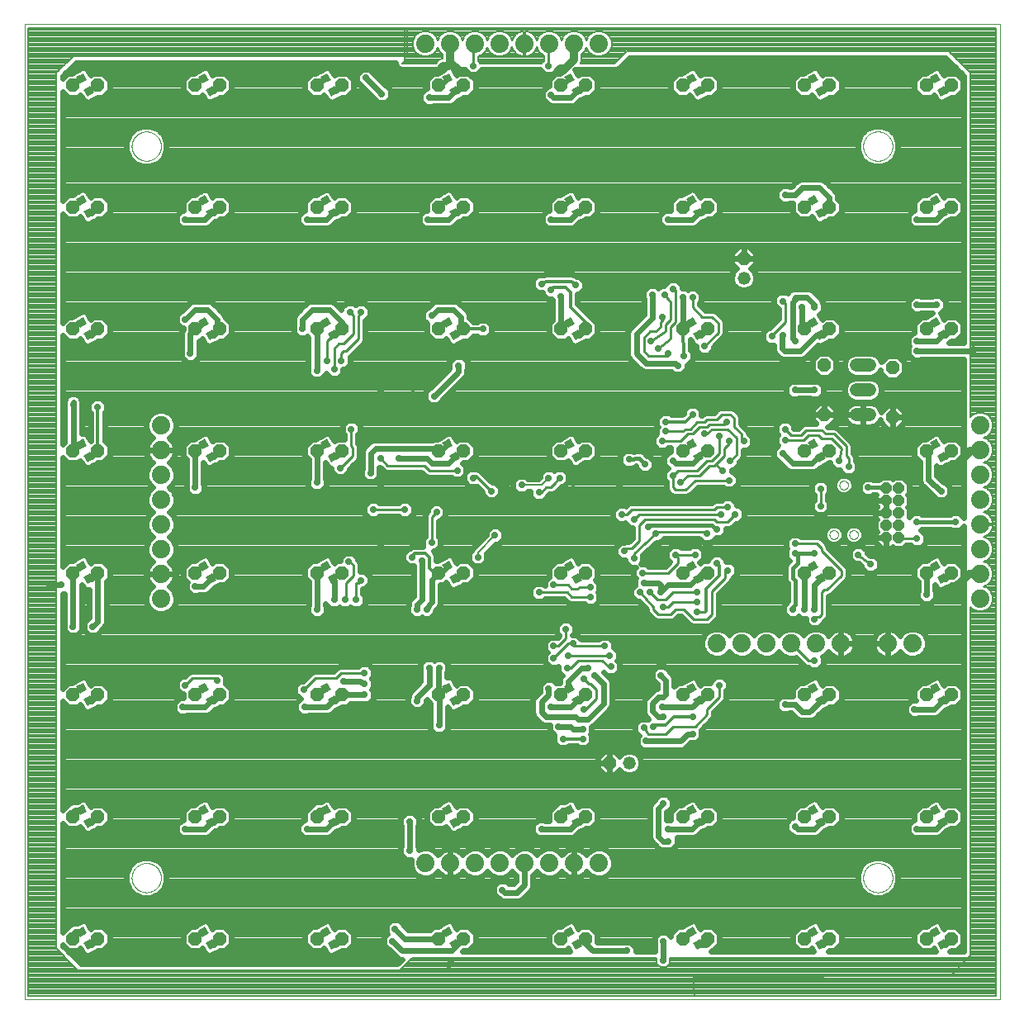
<source format=gbl>
G75*
%MOIN*%
%OFA0B0*%
%FSLAX25Y25*%
%IPPOS*%
%LPD*%
%AMOC8*
5,1,8,0,0,1.08239X$1,22.5*
%
%ADD10C,0.00000*%
%ADD11OC8,0.05200*%
%ADD12R,0.03150X0.03150*%
%ADD13OC8,0.04362*%
%ADD14C,0.07400*%
%ADD15C,0.05200*%
%ADD16C,0.05200*%
%ADD17C,0.02400*%
%ADD18OC8,0.02700*%
%ADD19C,0.01000*%
%ADD20C,0.01200*%
%ADD21C,0.01181*%
%ADD22C,0.03200*%
%ADD23C,0.01600*%
%ADD24C,0.00787*%
D10*
X0028775Y0011058D02*
X0028775Y0404759D01*
X0422476Y0404759D01*
X0422476Y0011058D01*
X0028775Y0011058D01*
X0072081Y0060271D02*
X0072083Y0060424D01*
X0072089Y0060578D01*
X0072099Y0060731D01*
X0072113Y0060883D01*
X0072131Y0061036D01*
X0072153Y0061187D01*
X0072178Y0061338D01*
X0072208Y0061489D01*
X0072242Y0061639D01*
X0072279Y0061787D01*
X0072320Y0061935D01*
X0072365Y0062081D01*
X0072414Y0062227D01*
X0072467Y0062371D01*
X0072523Y0062513D01*
X0072583Y0062654D01*
X0072647Y0062794D01*
X0072714Y0062932D01*
X0072785Y0063068D01*
X0072860Y0063202D01*
X0072937Y0063334D01*
X0073019Y0063464D01*
X0073103Y0063592D01*
X0073191Y0063718D01*
X0073282Y0063841D01*
X0073376Y0063962D01*
X0073474Y0064080D01*
X0073574Y0064196D01*
X0073678Y0064309D01*
X0073784Y0064420D01*
X0073893Y0064528D01*
X0074005Y0064633D01*
X0074119Y0064734D01*
X0074237Y0064833D01*
X0074356Y0064929D01*
X0074478Y0065022D01*
X0074603Y0065111D01*
X0074730Y0065198D01*
X0074859Y0065280D01*
X0074990Y0065360D01*
X0075123Y0065436D01*
X0075258Y0065509D01*
X0075395Y0065578D01*
X0075534Y0065643D01*
X0075674Y0065705D01*
X0075816Y0065763D01*
X0075959Y0065818D01*
X0076104Y0065869D01*
X0076250Y0065916D01*
X0076397Y0065959D01*
X0076545Y0065998D01*
X0076694Y0066034D01*
X0076844Y0066065D01*
X0076995Y0066093D01*
X0077146Y0066117D01*
X0077299Y0066137D01*
X0077451Y0066153D01*
X0077604Y0066165D01*
X0077757Y0066173D01*
X0077910Y0066177D01*
X0078064Y0066177D01*
X0078217Y0066173D01*
X0078370Y0066165D01*
X0078523Y0066153D01*
X0078675Y0066137D01*
X0078828Y0066117D01*
X0078979Y0066093D01*
X0079130Y0066065D01*
X0079280Y0066034D01*
X0079429Y0065998D01*
X0079577Y0065959D01*
X0079724Y0065916D01*
X0079870Y0065869D01*
X0080015Y0065818D01*
X0080158Y0065763D01*
X0080300Y0065705D01*
X0080440Y0065643D01*
X0080579Y0065578D01*
X0080716Y0065509D01*
X0080851Y0065436D01*
X0080984Y0065360D01*
X0081115Y0065280D01*
X0081244Y0065198D01*
X0081371Y0065111D01*
X0081496Y0065022D01*
X0081618Y0064929D01*
X0081737Y0064833D01*
X0081855Y0064734D01*
X0081969Y0064633D01*
X0082081Y0064528D01*
X0082190Y0064420D01*
X0082296Y0064309D01*
X0082400Y0064196D01*
X0082500Y0064080D01*
X0082598Y0063962D01*
X0082692Y0063841D01*
X0082783Y0063718D01*
X0082871Y0063592D01*
X0082955Y0063464D01*
X0083037Y0063334D01*
X0083114Y0063202D01*
X0083189Y0063068D01*
X0083260Y0062932D01*
X0083327Y0062794D01*
X0083391Y0062654D01*
X0083451Y0062513D01*
X0083507Y0062371D01*
X0083560Y0062227D01*
X0083609Y0062081D01*
X0083654Y0061935D01*
X0083695Y0061787D01*
X0083732Y0061639D01*
X0083766Y0061489D01*
X0083796Y0061338D01*
X0083821Y0061187D01*
X0083843Y0061036D01*
X0083861Y0060883D01*
X0083875Y0060731D01*
X0083885Y0060578D01*
X0083891Y0060424D01*
X0083893Y0060271D01*
X0083891Y0060118D01*
X0083885Y0059964D01*
X0083875Y0059811D01*
X0083861Y0059659D01*
X0083843Y0059506D01*
X0083821Y0059355D01*
X0083796Y0059204D01*
X0083766Y0059053D01*
X0083732Y0058903D01*
X0083695Y0058755D01*
X0083654Y0058607D01*
X0083609Y0058461D01*
X0083560Y0058315D01*
X0083507Y0058171D01*
X0083451Y0058029D01*
X0083391Y0057888D01*
X0083327Y0057748D01*
X0083260Y0057610D01*
X0083189Y0057474D01*
X0083114Y0057340D01*
X0083037Y0057208D01*
X0082955Y0057078D01*
X0082871Y0056950D01*
X0082783Y0056824D01*
X0082692Y0056701D01*
X0082598Y0056580D01*
X0082500Y0056462D01*
X0082400Y0056346D01*
X0082296Y0056233D01*
X0082190Y0056122D01*
X0082081Y0056014D01*
X0081969Y0055909D01*
X0081855Y0055808D01*
X0081737Y0055709D01*
X0081618Y0055613D01*
X0081496Y0055520D01*
X0081371Y0055431D01*
X0081244Y0055344D01*
X0081115Y0055262D01*
X0080984Y0055182D01*
X0080851Y0055106D01*
X0080716Y0055033D01*
X0080579Y0054964D01*
X0080440Y0054899D01*
X0080300Y0054837D01*
X0080158Y0054779D01*
X0080015Y0054724D01*
X0079870Y0054673D01*
X0079724Y0054626D01*
X0079577Y0054583D01*
X0079429Y0054544D01*
X0079280Y0054508D01*
X0079130Y0054477D01*
X0078979Y0054449D01*
X0078828Y0054425D01*
X0078675Y0054405D01*
X0078523Y0054389D01*
X0078370Y0054377D01*
X0078217Y0054369D01*
X0078064Y0054365D01*
X0077910Y0054365D01*
X0077757Y0054369D01*
X0077604Y0054377D01*
X0077451Y0054389D01*
X0077299Y0054405D01*
X0077146Y0054425D01*
X0076995Y0054449D01*
X0076844Y0054477D01*
X0076694Y0054508D01*
X0076545Y0054544D01*
X0076397Y0054583D01*
X0076250Y0054626D01*
X0076104Y0054673D01*
X0075959Y0054724D01*
X0075816Y0054779D01*
X0075674Y0054837D01*
X0075534Y0054899D01*
X0075395Y0054964D01*
X0075258Y0055033D01*
X0075123Y0055106D01*
X0074990Y0055182D01*
X0074859Y0055262D01*
X0074730Y0055344D01*
X0074603Y0055431D01*
X0074478Y0055520D01*
X0074356Y0055613D01*
X0074237Y0055709D01*
X0074119Y0055808D01*
X0074005Y0055909D01*
X0073893Y0056014D01*
X0073784Y0056122D01*
X0073678Y0056233D01*
X0073574Y0056346D01*
X0073474Y0056462D01*
X0073376Y0056580D01*
X0073282Y0056701D01*
X0073191Y0056824D01*
X0073103Y0056950D01*
X0073019Y0057078D01*
X0072937Y0057208D01*
X0072860Y0057340D01*
X0072785Y0057474D01*
X0072714Y0057610D01*
X0072647Y0057748D01*
X0072583Y0057888D01*
X0072523Y0058029D01*
X0072467Y0058171D01*
X0072414Y0058315D01*
X0072365Y0058461D01*
X0072320Y0058607D01*
X0072279Y0058755D01*
X0072242Y0058903D01*
X0072208Y0059053D01*
X0072178Y0059204D01*
X0072153Y0059355D01*
X0072131Y0059506D01*
X0072113Y0059659D01*
X0072099Y0059811D01*
X0072089Y0059964D01*
X0072083Y0060118D01*
X0072081Y0060271D01*
X0353733Y0198735D02*
X0353735Y0198818D01*
X0353741Y0198901D01*
X0353751Y0198984D01*
X0353765Y0199066D01*
X0353782Y0199148D01*
X0353804Y0199228D01*
X0353829Y0199307D01*
X0353858Y0199385D01*
X0353891Y0199462D01*
X0353928Y0199537D01*
X0353967Y0199610D01*
X0354011Y0199681D01*
X0354057Y0199750D01*
X0354107Y0199817D01*
X0354160Y0199881D01*
X0354216Y0199943D01*
X0354275Y0200002D01*
X0354337Y0200058D01*
X0354401Y0200111D01*
X0354468Y0200161D01*
X0354537Y0200207D01*
X0354608Y0200251D01*
X0354681Y0200290D01*
X0354756Y0200327D01*
X0354833Y0200360D01*
X0354911Y0200389D01*
X0354990Y0200414D01*
X0355070Y0200436D01*
X0355152Y0200453D01*
X0355234Y0200467D01*
X0355317Y0200477D01*
X0355400Y0200483D01*
X0355483Y0200485D01*
X0355566Y0200483D01*
X0355649Y0200477D01*
X0355732Y0200467D01*
X0355814Y0200453D01*
X0355896Y0200436D01*
X0355976Y0200414D01*
X0356055Y0200389D01*
X0356133Y0200360D01*
X0356210Y0200327D01*
X0356285Y0200290D01*
X0356358Y0200251D01*
X0356429Y0200207D01*
X0356498Y0200161D01*
X0356565Y0200111D01*
X0356629Y0200058D01*
X0356691Y0200002D01*
X0356750Y0199943D01*
X0356806Y0199881D01*
X0356859Y0199817D01*
X0356909Y0199750D01*
X0356955Y0199681D01*
X0356999Y0199610D01*
X0357038Y0199537D01*
X0357075Y0199462D01*
X0357108Y0199385D01*
X0357137Y0199307D01*
X0357162Y0199228D01*
X0357184Y0199148D01*
X0357201Y0199066D01*
X0357215Y0198984D01*
X0357225Y0198901D01*
X0357231Y0198818D01*
X0357233Y0198735D01*
X0357231Y0198652D01*
X0357225Y0198569D01*
X0357215Y0198486D01*
X0357201Y0198404D01*
X0357184Y0198322D01*
X0357162Y0198242D01*
X0357137Y0198163D01*
X0357108Y0198085D01*
X0357075Y0198008D01*
X0357038Y0197933D01*
X0356999Y0197860D01*
X0356955Y0197789D01*
X0356909Y0197720D01*
X0356859Y0197653D01*
X0356806Y0197589D01*
X0356750Y0197527D01*
X0356691Y0197468D01*
X0356629Y0197412D01*
X0356565Y0197359D01*
X0356498Y0197309D01*
X0356429Y0197263D01*
X0356358Y0197219D01*
X0356285Y0197180D01*
X0356210Y0197143D01*
X0356133Y0197110D01*
X0356055Y0197081D01*
X0355976Y0197056D01*
X0355896Y0197034D01*
X0355814Y0197017D01*
X0355732Y0197003D01*
X0355649Y0196993D01*
X0355566Y0196987D01*
X0355483Y0196985D01*
X0355400Y0196987D01*
X0355317Y0196993D01*
X0355234Y0197003D01*
X0355152Y0197017D01*
X0355070Y0197034D01*
X0354990Y0197056D01*
X0354911Y0197081D01*
X0354833Y0197110D01*
X0354756Y0197143D01*
X0354681Y0197180D01*
X0354608Y0197219D01*
X0354537Y0197263D01*
X0354468Y0197309D01*
X0354401Y0197359D01*
X0354337Y0197412D01*
X0354275Y0197468D01*
X0354216Y0197527D01*
X0354160Y0197589D01*
X0354107Y0197653D01*
X0354057Y0197720D01*
X0354011Y0197789D01*
X0353967Y0197860D01*
X0353928Y0197933D01*
X0353891Y0198008D01*
X0353858Y0198085D01*
X0353829Y0198163D01*
X0353804Y0198242D01*
X0353782Y0198322D01*
X0353765Y0198404D01*
X0353751Y0198486D01*
X0353741Y0198569D01*
X0353735Y0198652D01*
X0353733Y0198735D01*
X0361733Y0198735D02*
X0361735Y0198818D01*
X0361741Y0198901D01*
X0361751Y0198984D01*
X0361765Y0199066D01*
X0361782Y0199148D01*
X0361804Y0199228D01*
X0361829Y0199307D01*
X0361858Y0199385D01*
X0361891Y0199462D01*
X0361928Y0199537D01*
X0361967Y0199610D01*
X0362011Y0199681D01*
X0362057Y0199750D01*
X0362107Y0199817D01*
X0362160Y0199881D01*
X0362216Y0199943D01*
X0362275Y0200002D01*
X0362337Y0200058D01*
X0362401Y0200111D01*
X0362468Y0200161D01*
X0362537Y0200207D01*
X0362608Y0200251D01*
X0362681Y0200290D01*
X0362756Y0200327D01*
X0362833Y0200360D01*
X0362911Y0200389D01*
X0362990Y0200414D01*
X0363070Y0200436D01*
X0363152Y0200453D01*
X0363234Y0200467D01*
X0363317Y0200477D01*
X0363400Y0200483D01*
X0363483Y0200485D01*
X0363566Y0200483D01*
X0363649Y0200477D01*
X0363732Y0200467D01*
X0363814Y0200453D01*
X0363896Y0200436D01*
X0363976Y0200414D01*
X0364055Y0200389D01*
X0364133Y0200360D01*
X0364210Y0200327D01*
X0364285Y0200290D01*
X0364358Y0200251D01*
X0364429Y0200207D01*
X0364498Y0200161D01*
X0364565Y0200111D01*
X0364629Y0200058D01*
X0364691Y0200002D01*
X0364750Y0199943D01*
X0364806Y0199881D01*
X0364859Y0199817D01*
X0364909Y0199750D01*
X0364955Y0199681D01*
X0364999Y0199610D01*
X0365038Y0199537D01*
X0365075Y0199462D01*
X0365108Y0199385D01*
X0365137Y0199307D01*
X0365162Y0199228D01*
X0365184Y0199148D01*
X0365201Y0199066D01*
X0365215Y0198984D01*
X0365225Y0198901D01*
X0365231Y0198818D01*
X0365233Y0198735D01*
X0365231Y0198652D01*
X0365225Y0198569D01*
X0365215Y0198486D01*
X0365201Y0198404D01*
X0365184Y0198322D01*
X0365162Y0198242D01*
X0365137Y0198163D01*
X0365108Y0198085D01*
X0365075Y0198008D01*
X0365038Y0197933D01*
X0364999Y0197860D01*
X0364955Y0197789D01*
X0364909Y0197720D01*
X0364859Y0197653D01*
X0364806Y0197589D01*
X0364750Y0197527D01*
X0364691Y0197468D01*
X0364629Y0197412D01*
X0364565Y0197359D01*
X0364498Y0197309D01*
X0364429Y0197263D01*
X0364358Y0197219D01*
X0364285Y0197180D01*
X0364210Y0197143D01*
X0364133Y0197110D01*
X0364055Y0197081D01*
X0363976Y0197056D01*
X0363896Y0197034D01*
X0363814Y0197017D01*
X0363732Y0197003D01*
X0363649Y0196993D01*
X0363566Y0196987D01*
X0363483Y0196985D01*
X0363400Y0196987D01*
X0363317Y0196993D01*
X0363234Y0197003D01*
X0363152Y0197017D01*
X0363070Y0197034D01*
X0362990Y0197056D01*
X0362911Y0197081D01*
X0362833Y0197110D01*
X0362756Y0197143D01*
X0362681Y0197180D01*
X0362608Y0197219D01*
X0362537Y0197263D01*
X0362468Y0197309D01*
X0362401Y0197359D01*
X0362337Y0197412D01*
X0362275Y0197468D01*
X0362216Y0197527D01*
X0362160Y0197589D01*
X0362107Y0197653D01*
X0362057Y0197720D01*
X0362011Y0197789D01*
X0361967Y0197860D01*
X0361928Y0197933D01*
X0361891Y0198008D01*
X0361858Y0198085D01*
X0361829Y0198163D01*
X0361804Y0198242D01*
X0361782Y0198322D01*
X0361765Y0198404D01*
X0361751Y0198486D01*
X0361741Y0198569D01*
X0361735Y0198652D01*
X0361733Y0198735D01*
X0357733Y0218735D02*
X0357735Y0218818D01*
X0357741Y0218901D01*
X0357751Y0218984D01*
X0357765Y0219066D01*
X0357782Y0219148D01*
X0357804Y0219228D01*
X0357829Y0219307D01*
X0357858Y0219385D01*
X0357891Y0219462D01*
X0357928Y0219537D01*
X0357967Y0219610D01*
X0358011Y0219681D01*
X0358057Y0219750D01*
X0358107Y0219817D01*
X0358160Y0219881D01*
X0358216Y0219943D01*
X0358275Y0220002D01*
X0358337Y0220058D01*
X0358401Y0220111D01*
X0358468Y0220161D01*
X0358537Y0220207D01*
X0358608Y0220251D01*
X0358681Y0220290D01*
X0358756Y0220327D01*
X0358833Y0220360D01*
X0358911Y0220389D01*
X0358990Y0220414D01*
X0359070Y0220436D01*
X0359152Y0220453D01*
X0359234Y0220467D01*
X0359317Y0220477D01*
X0359400Y0220483D01*
X0359483Y0220485D01*
X0359566Y0220483D01*
X0359649Y0220477D01*
X0359732Y0220467D01*
X0359814Y0220453D01*
X0359896Y0220436D01*
X0359976Y0220414D01*
X0360055Y0220389D01*
X0360133Y0220360D01*
X0360210Y0220327D01*
X0360285Y0220290D01*
X0360358Y0220251D01*
X0360429Y0220207D01*
X0360498Y0220161D01*
X0360565Y0220111D01*
X0360629Y0220058D01*
X0360691Y0220002D01*
X0360750Y0219943D01*
X0360806Y0219881D01*
X0360859Y0219817D01*
X0360909Y0219750D01*
X0360955Y0219681D01*
X0360999Y0219610D01*
X0361038Y0219537D01*
X0361075Y0219462D01*
X0361108Y0219385D01*
X0361137Y0219307D01*
X0361162Y0219228D01*
X0361184Y0219148D01*
X0361201Y0219066D01*
X0361215Y0218984D01*
X0361225Y0218901D01*
X0361231Y0218818D01*
X0361233Y0218735D01*
X0361231Y0218652D01*
X0361225Y0218569D01*
X0361215Y0218486D01*
X0361201Y0218404D01*
X0361184Y0218322D01*
X0361162Y0218242D01*
X0361137Y0218163D01*
X0361108Y0218085D01*
X0361075Y0218008D01*
X0361038Y0217933D01*
X0360999Y0217860D01*
X0360955Y0217789D01*
X0360909Y0217720D01*
X0360859Y0217653D01*
X0360806Y0217589D01*
X0360750Y0217527D01*
X0360691Y0217468D01*
X0360629Y0217412D01*
X0360565Y0217359D01*
X0360498Y0217309D01*
X0360429Y0217263D01*
X0360358Y0217219D01*
X0360285Y0217180D01*
X0360210Y0217143D01*
X0360133Y0217110D01*
X0360055Y0217081D01*
X0359976Y0217056D01*
X0359896Y0217034D01*
X0359814Y0217017D01*
X0359732Y0217003D01*
X0359649Y0216993D01*
X0359566Y0216987D01*
X0359483Y0216985D01*
X0359400Y0216987D01*
X0359317Y0216993D01*
X0359234Y0217003D01*
X0359152Y0217017D01*
X0359070Y0217034D01*
X0358990Y0217056D01*
X0358911Y0217081D01*
X0358833Y0217110D01*
X0358756Y0217143D01*
X0358681Y0217180D01*
X0358608Y0217219D01*
X0358537Y0217263D01*
X0358468Y0217309D01*
X0358401Y0217359D01*
X0358337Y0217412D01*
X0358275Y0217468D01*
X0358216Y0217527D01*
X0358160Y0217589D01*
X0358107Y0217653D01*
X0358057Y0217720D01*
X0358011Y0217789D01*
X0357967Y0217860D01*
X0357928Y0217933D01*
X0357891Y0218008D01*
X0357858Y0218085D01*
X0357829Y0218163D01*
X0357804Y0218242D01*
X0357782Y0218322D01*
X0357765Y0218404D01*
X0357751Y0218486D01*
X0357741Y0218569D01*
X0357735Y0218652D01*
X0357733Y0218735D01*
X0367357Y0355546D02*
X0367359Y0355699D01*
X0367365Y0355853D01*
X0367375Y0356006D01*
X0367389Y0356158D01*
X0367407Y0356311D01*
X0367429Y0356462D01*
X0367454Y0356613D01*
X0367484Y0356764D01*
X0367518Y0356914D01*
X0367555Y0357062D01*
X0367596Y0357210D01*
X0367641Y0357356D01*
X0367690Y0357502D01*
X0367743Y0357646D01*
X0367799Y0357788D01*
X0367859Y0357929D01*
X0367923Y0358069D01*
X0367990Y0358207D01*
X0368061Y0358343D01*
X0368136Y0358477D01*
X0368213Y0358609D01*
X0368295Y0358739D01*
X0368379Y0358867D01*
X0368467Y0358993D01*
X0368558Y0359116D01*
X0368652Y0359237D01*
X0368750Y0359355D01*
X0368850Y0359471D01*
X0368954Y0359584D01*
X0369060Y0359695D01*
X0369169Y0359803D01*
X0369281Y0359908D01*
X0369395Y0360009D01*
X0369513Y0360108D01*
X0369632Y0360204D01*
X0369754Y0360297D01*
X0369879Y0360386D01*
X0370006Y0360473D01*
X0370135Y0360555D01*
X0370266Y0360635D01*
X0370399Y0360711D01*
X0370534Y0360784D01*
X0370671Y0360853D01*
X0370810Y0360918D01*
X0370950Y0360980D01*
X0371092Y0361038D01*
X0371235Y0361093D01*
X0371380Y0361144D01*
X0371526Y0361191D01*
X0371673Y0361234D01*
X0371821Y0361273D01*
X0371970Y0361309D01*
X0372120Y0361340D01*
X0372271Y0361368D01*
X0372422Y0361392D01*
X0372575Y0361412D01*
X0372727Y0361428D01*
X0372880Y0361440D01*
X0373033Y0361448D01*
X0373186Y0361452D01*
X0373340Y0361452D01*
X0373493Y0361448D01*
X0373646Y0361440D01*
X0373799Y0361428D01*
X0373951Y0361412D01*
X0374104Y0361392D01*
X0374255Y0361368D01*
X0374406Y0361340D01*
X0374556Y0361309D01*
X0374705Y0361273D01*
X0374853Y0361234D01*
X0375000Y0361191D01*
X0375146Y0361144D01*
X0375291Y0361093D01*
X0375434Y0361038D01*
X0375576Y0360980D01*
X0375716Y0360918D01*
X0375855Y0360853D01*
X0375992Y0360784D01*
X0376127Y0360711D01*
X0376260Y0360635D01*
X0376391Y0360555D01*
X0376520Y0360473D01*
X0376647Y0360386D01*
X0376772Y0360297D01*
X0376894Y0360204D01*
X0377013Y0360108D01*
X0377131Y0360009D01*
X0377245Y0359908D01*
X0377357Y0359803D01*
X0377466Y0359695D01*
X0377572Y0359584D01*
X0377676Y0359471D01*
X0377776Y0359355D01*
X0377874Y0359237D01*
X0377968Y0359116D01*
X0378059Y0358993D01*
X0378147Y0358867D01*
X0378231Y0358739D01*
X0378313Y0358609D01*
X0378390Y0358477D01*
X0378465Y0358343D01*
X0378536Y0358207D01*
X0378603Y0358069D01*
X0378667Y0357929D01*
X0378727Y0357788D01*
X0378783Y0357646D01*
X0378836Y0357502D01*
X0378885Y0357356D01*
X0378930Y0357210D01*
X0378971Y0357062D01*
X0379008Y0356914D01*
X0379042Y0356764D01*
X0379072Y0356613D01*
X0379097Y0356462D01*
X0379119Y0356311D01*
X0379137Y0356158D01*
X0379151Y0356006D01*
X0379161Y0355853D01*
X0379167Y0355699D01*
X0379169Y0355546D01*
X0379167Y0355393D01*
X0379161Y0355239D01*
X0379151Y0355086D01*
X0379137Y0354934D01*
X0379119Y0354781D01*
X0379097Y0354630D01*
X0379072Y0354479D01*
X0379042Y0354328D01*
X0379008Y0354178D01*
X0378971Y0354030D01*
X0378930Y0353882D01*
X0378885Y0353736D01*
X0378836Y0353590D01*
X0378783Y0353446D01*
X0378727Y0353304D01*
X0378667Y0353163D01*
X0378603Y0353023D01*
X0378536Y0352885D01*
X0378465Y0352749D01*
X0378390Y0352615D01*
X0378313Y0352483D01*
X0378231Y0352353D01*
X0378147Y0352225D01*
X0378059Y0352099D01*
X0377968Y0351976D01*
X0377874Y0351855D01*
X0377776Y0351737D01*
X0377676Y0351621D01*
X0377572Y0351508D01*
X0377466Y0351397D01*
X0377357Y0351289D01*
X0377245Y0351184D01*
X0377131Y0351083D01*
X0377013Y0350984D01*
X0376894Y0350888D01*
X0376772Y0350795D01*
X0376647Y0350706D01*
X0376520Y0350619D01*
X0376391Y0350537D01*
X0376260Y0350457D01*
X0376127Y0350381D01*
X0375992Y0350308D01*
X0375855Y0350239D01*
X0375716Y0350174D01*
X0375576Y0350112D01*
X0375434Y0350054D01*
X0375291Y0349999D01*
X0375146Y0349948D01*
X0375000Y0349901D01*
X0374853Y0349858D01*
X0374705Y0349819D01*
X0374556Y0349783D01*
X0374406Y0349752D01*
X0374255Y0349724D01*
X0374104Y0349700D01*
X0373951Y0349680D01*
X0373799Y0349664D01*
X0373646Y0349652D01*
X0373493Y0349644D01*
X0373340Y0349640D01*
X0373186Y0349640D01*
X0373033Y0349644D01*
X0372880Y0349652D01*
X0372727Y0349664D01*
X0372575Y0349680D01*
X0372422Y0349700D01*
X0372271Y0349724D01*
X0372120Y0349752D01*
X0371970Y0349783D01*
X0371821Y0349819D01*
X0371673Y0349858D01*
X0371526Y0349901D01*
X0371380Y0349948D01*
X0371235Y0349999D01*
X0371092Y0350054D01*
X0370950Y0350112D01*
X0370810Y0350174D01*
X0370671Y0350239D01*
X0370534Y0350308D01*
X0370399Y0350381D01*
X0370266Y0350457D01*
X0370135Y0350537D01*
X0370006Y0350619D01*
X0369879Y0350706D01*
X0369754Y0350795D01*
X0369632Y0350888D01*
X0369513Y0350984D01*
X0369395Y0351083D01*
X0369281Y0351184D01*
X0369169Y0351289D01*
X0369060Y0351397D01*
X0368954Y0351508D01*
X0368850Y0351621D01*
X0368750Y0351737D01*
X0368652Y0351855D01*
X0368558Y0351976D01*
X0368467Y0352099D01*
X0368379Y0352225D01*
X0368295Y0352353D01*
X0368213Y0352483D01*
X0368136Y0352615D01*
X0368061Y0352749D01*
X0367990Y0352885D01*
X0367923Y0353023D01*
X0367859Y0353163D01*
X0367799Y0353304D01*
X0367743Y0353446D01*
X0367690Y0353590D01*
X0367641Y0353736D01*
X0367596Y0353882D01*
X0367555Y0354030D01*
X0367518Y0354178D01*
X0367484Y0354328D01*
X0367454Y0354479D01*
X0367429Y0354630D01*
X0367407Y0354781D01*
X0367389Y0354934D01*
X0367375Y0355086D01*
X0367365Y0355239D01*
X0367359Y0355393D01*
X0367357Y0355546D01*
X0072081Y0355546D02*
X0072083Y0355699D01*
X0072089Y0355853D01*
X0072099Y0356006D01*
X0072113Y0356158D01*
X0072131Y0356311D01*
X0072153Y0356462D01*
X0072178Y0356613D01*
X0072208Y0356764D01*
X0072242Y0356914D01*
X0072279Y0357062D01*
X0072320Y0357210D01*
X0072365Y0357356D01*
X0072414Y0357502D01*
X0072467Y0357646D01*
X0072523Y0357788D01*
X0072583Y0357929D01*
X0072647Y0358069D01*
X0072714Y0358207D01*
X0072785Y0358343D01*
X0072860Y0358477D01*
X0072937Y0358609D01*
X0073019Y0358739D01*
X0073103Y0358867D01*
X0073191Y0358993D01*
X0073282Y0359116D01*
X0073376Y0359237D01*
X0073474Y0359355D01*
X0073574Y0359471D01*
X0073678Y0359584D01*
X0073784Y0359695D01*
X0073893Y0359803D01*
X0074005Y0359908D01*
X0074119Y0360009D01*
X0074237Y0360108D01*
X0074356Y0360204D01*
X0074478Y0360297D01*
X0074603Y0360386D01*
X0074730Y0360473D01*
X0074859Y0360555D01*
X0074990Y0360635D01*
X0075123Y0360711D01*
X0075258Y0360784D01*
X0075395Y0360853D01*
X0075534Y0360918D01*
X0075674Y0360980D01*
X0075816Y0361038D01*
X0075959Y0361093D01*
X0076104Y0361144D01*
X0076250Y0361191D01*
X0076397Y0361234D01*
X0076545Y0361273D01*
X0076694Y0361309D01*
X0076844Y0361340D01*
X0076995Y0361368D01*
X0077146Y0361392D01*
X0077299Y0361412D01*
X0077451Y0361428D01*
X0077604Y0361440D01*
X0077757Y0361448D01*
X0077910Y0361452D01*
X0078064Y0361452D01*
X0078217Y0361448D01*
X0078370Y0361440D01*
X0078523Y0361428D01*
X0078675Y0361412D01*
X0078828Y0361392D01*
X0078979Y0361368D01*
X0079130Y0361340D01*
X0079280Y0361309D01*
X0079429Y0361273D01*
X0079577Y0361234D01*
X0079724Y0361191D01*
X0079870Y0361144D01*
X0080015Y0361093D01*
X0080158Y0361038D01*
X0080300Y0360980D01*
X0080440Y0360918D01*
X0080579Y0360853D01*
X0080716Y0360784D01*
X0080851Y0360711D01*
X0080984Y0360635D01*
X0081115Y0360555D01*
X0081244Y0360473D01*
X0081371Y0360386D01*
X0081496Y0360297D01*
X0081618Y0360204D01*
X0081737Y0360108D01*
X0081855Y0360009D01*
X0081969Y0359908D01*
X0082081Y0359803D01*
X0082190Y0359695D01*
X0082296Y0359584D01*
X0082400Y0359471D01*
X0082500Y0359355D01*
X0082598Y0359237D01*
X0082692Y0359116D01*
X0082783Y0358993D01*
X0082871Y0358867D01*
X0082955Y0358739D01*
X0083037Y0358609D01*
X0083114Y0358477D01*
X0083189Y0358343D01*
X0083260Y0358207D01*
X0083327Y0358069D01*
X0083391Y0357929D01*
X0083451Y0357788D01*
X0083507Y0357646D01*
X0083560Y0357502D01*
X0083609Y0357356D01*
X0083654Y0357210D01*
X0083695Y0357062D01*
X0083732Y0356914D01*
X0083766Y0356764D01*
X0083796Y0356613D01*
X0083821Y0356462D01*
X0083843Y0356311D01*
X0083861Y0356158D01*
X0083875Y0356006D01*
X0083885Y0355853D01*
X0083891Y0355699D01*
X0083893Y0355546D01*
X0083891Y0355393D01*
X0083885Y0355239D01*
X0083875Y0355086D01*
X0083861Y0354934D01*
X0083843Y0354781D01*
X0083821Y0354630D01*
X0083796Y0354479D01*
X0083766Y0354328D01*
X0083732Y0354178D01*
X0083695Y0354030D01*
X0083654Y0353882D01*
X0083609Y0353736D01*
X0083560Y0353590D01*
X0083507Y0353446D01*
X0083451Y0353304D01*
X0083391Y0353163D01*
X0083327Y0353023D01*
X0083260Y0352885D01*
X0083189Y0352749D01*
X0083114Y0352615D01*
X0083037Y0352483D01*
X0082955Y0352353D01*
X0082871Y0352225D01*
X0082783Y0352099D01*
X0082692Y0351976D01*
X0082598Y0351855D01*
X0082500Y0351737D01*
X0082400Y0351621D01*
X0082296Y0351508D01*
X0082190Y0351397D01*
X0082081Y0351289D01*
X0081969Y0351184D01*
X0081855Y0351083D01*
X0081737Y0350984D01*
X0081618Y0350888D01*
X0081496Y0350795D01*
X0081371Y0350706D01*
X0081244Y0350619D01*
X0081115Y0350537D01*
X0080984Y0350457D01*
X0080851Y0350381D01*
X0080716Y0350308D01*
X0080579Y0350239D01*
X0080440Y0350174D01*
X0080300Y0350112D01*
X0080158Y0350054D01*
X0080015Y0349999D01*
X0079870Y0349948D01*
X0079724Y0349901D01*
X0079577Y0349858D01*
X0079429Y0349819D01*
X0079280Y0349783D01*
X0079130Y0349752D01*
X0078979Y0349724D01*
X0078828Y0349700D01*
X0078675Y0349680D01*
X0078523Y0349664D01*
X0078370Y0349652D01*
X0078217Y0349644D01*
X0078064Y0349640D01*
X0077910Y0349640D01*
X0077757Y0349644D01*
X0077604Y0349652D01*
X0077451Y0349664D01*
X0077299Y0349680D01*
X0077146Y0349700D01*
X0076995Y0349724D01*
X0076844Y0349752D01*
X0076694Y0349783D01*
X0076545Y0349819D01*
X0076397Y0349858D01*
X0076250Y0349901D01*
X0076104Y0349948D01*
X0075959Y0349999D01*
X0075816Y0350054D01*
X0075674Y0350112D01*
X0075534Y0350174D01*
X0075395Y0350239D01*
X0075258Y0350308D01*
X0075123Y0350381D01*
X0074990Y0350457D01*
X0074859Y0350537D01*
X0074730Y0350619D01*
X0074603Y0350706D01*
X0074478Y0350795D01*
X0074356Y0350888D01*
X0074237Y0350984D01*
X0074119Y0351083D01*
X0074005Y0351184D01*
X0073893Y0351289D01*
X0073784Y0351397D01*
X0073678Y0351508D01*
X0073574Y0351621D01*
X0073474Y0351737D01*
X0073376Y0351855D01*
X0073282Y0351976D01*
X0073191Y0352099D01*
X0073103Y0352225D01*
X0073019Y0352353D01*
X0072937Y0352483D01*
X0072860Y0352615D01*
X0072785Y0352749D01*
X0072714Y0352885D01*
X0072647Y0353023D01*
X0072583Y0353163D01*
X0072523Y0353304D01*
X0072467Y0353446D01*
X0072414Y0353590D01*
X0072365Y0353736D01*
X0072320Y0353882D01*
X0072279Y0354030D01*
X0072242Y0354178D01*
X0072208Y0354328D01*
X0072178Y0354479D01*
X0072153Y0354630D01*
X0072131Y0354781D01*
X0072113Y0354934D01*
X0072099Y0355086D01*
X0072089Y0355239D01*
X0072083Y0355393D01*
X0072081Y0355546D01*
X0367357Y0060271D02*
X0367359Y0060424D01*
X0367365Y0060578D01*
X0367375Y0060731D01*
X0367389Y0060883D01*
X0367407Y0061036D01*
X0367429Y0061187D01*
X0367454Y0061338D01*
X0367484Y0061489D01*
X0367518Y0061639D01*
X0367555Y0061787D01*
X0367596Y0061935D01*
X0367641Y0062081D01*
X0367690Y0062227D01*
X0367743Y0062371D01*
X0367799Y0062513D01*
X0367859Y0062654D01*
X0367923Y0062794D01*
X0367990Y0062932D01*
X0368061Y0063068D01*
X0368136Y0063202D01*
X0368213Y0063334D01*
X0368295Y0063464D01*
X0368379Y0063592D01*
X0368467Y0063718D01*
X0368558Y0063841D01*
X0368652Y0063962D01*
X0368750Y0064080D01*
X0368850Y0064196D01*
X0368954Y0064309D01*
X0369060Y0064420D01*
X0369169Y0064528D01*
X0369281Y0064633D01*
X0369395Y0064734D01*
X0369513Y0064833D01*
X0369632Y0064929D01*
X0369754Y0065022D01*
X0369879Y0065111D01*
X0370006Y0065198D01*
X0370135Y0065280D01*
X0370266Y0065360D01*
X0370399Y0065436D01*
X0370534Y0065509D01*
X0370671Y0065578D01*
X0370810Y0065643D01*
X0370950Y0065705D01*
X0371092Y0065763D01*
X0371235Y0065818D01*
X0371380Y0065869D01*
X0371526Y0065916D01*
X0371673Y0065959D01*
X0371821Y0065998D01*
X0371970Y0066034D01*
X0372120Y0066065D01*
X0372271Y0066093D01*
X0372422Y0066117D01*
X0372575Y0066137D01*
X0372727Y0066153D01*
X0372880Y0066165D01*
X0373033Y0066173D01*
X0373186Y0066177D01*
X0373340Y0066177D01*
X0373493Y0066173D01*
X0373646Y0066165D01*
X0373799Y0066153D01*
X0373951Y0066137D01*
X0374104Y0066117D01*
X0374255Y0066093D01*
X0374406Y0066065D01*
X0374556Y0066034D01*
X0374705Y0065998D01*
X0374853Y0065959D01*
X0375000Y0065916D01*
X0375146Y0065869D01*
X0375291Y0065818D01*
X0375434Y0065763D01*
X0375576Y0065705D01*
X0375716Y0065643D01*
X0375855Y0065578D01*
X0375992Y0065509D01*
X0376127Y0065436D01*
X0376260Y0065360D01*
X0376391Y0065280D01*
X0376520Y0065198D01*
X0376647Y0065111D01*
X0376772Y0065022D01*
X0376894Y0064929D01*
X0377013Y0064833D01*
X0377131Y0064734D01*
X0377245Y0064633D01*
X0377357Y0064528D01*
X0377466Y0064420D01*
X0377572Y0064309D01*
X0377676Y0064196D01*
X0377776Y0064080D01*
X0377874Y0063962D01*
X0377968Y0063841D01*
X0378059Y0063718D01*
X0378147Y0063592D01*
X0378231Y0063464D01*
X0378313Y0063334D01*
X0378390Y0063202D01*
X0378465Y0063068D01*
X0378536Y0062932D01*
X0378603Y0062794D01*
X0378667Y0062654D01*
X0378727Y0062513D01*
X0378783Y0062371D01*
X0378836Y0062227D01*
X0378885Y0062081D01*
X0378930Y0061935D01*
X0378971Y0061787D01*
X0379008Y0061639D01*
X0379042Y0061489D01*
X0379072Y0061338D01*
X0379097Y0061187D01*
X0379119Y0061036D01*
X0379137Y0060883D01*
X0379151Y0060731D01*
X0379161Y0060578D01*
X0379167Y0060424D01*
X0379169Y0060271D01*
X0379167Y0060118D01*
X0379161Y0059964D01*
X0379151Y0059811D01*
X0379137Y0059659D01*
X0379119Y0059506D01*
X0379097Y0059355D01*
X0379072Y0059204D01*
X0379042Y0059053D01*
X0379008Y0058903D01*
X0378971Y0058755D01*
X0378930Y0058607D01*
X0378885Y0058461D01*
X0378836Y0058315D01*
X0378783Y0058171D01*
X0378727Y0058029D01*
X0378667Y0057888D01*
X0378603Y0057748D01*
X0378536Y0057610D01*
X0378465Y0057474D01*
X0378390Y0057340D01*
X0378313Y0057208D01*
X0378231Y0057078D01*
X0378147Y0056950D01*
X0378059Y0056824D01*
X0377968Y0056701D01*
X0377874Y0056580D01*
X0377776Y0056462D01*
X0377676Y0056346D01*
X0377572Y0056233D01*
X0377466Y0056122D01*
X0377357Y0056014D01*
X0377245Y0055909D01*
X0377131Y0055808D01*
X0377013Y0055709D01*
X0376894Y0055613D01*
X0376772Y0055520D01*
X0376647Y0055431D01*
X0376520Y0055344D01*
X0376391Y0055262D01*
X0376260Y0055182D01*
X0376127Y0055106D01*
X0375992Y0055033D01*
X0375855Y0054964D01*
X0375716Y0054899D01*
X0375576Y0054837D01*
X0375434Y0054779D01*
X0375291Y0054724D01*
X0375146Y0054673D01*
X0375000Y0054626D01*
X0374853Y0054583D01*
X0374705Y0054544D01*
X0374556Y0054508D01*
X0374406Y0054477D01*
X0374255Y0054449D01*
X0374104Y0054425D01*
X0373951Y0054405D01*
X0373799Y0054389D01*
X0373646Y0054377D01*
X0373493Y0054369D01*
X0373340Y0054365D01*
X0373186Y0054365D01*
X0373033Y0054369D01*
X0372880Y0054377D01*
X0372727Y0054389D01*
X0372575Y0054405D01*
X0372422Y0054425D01*
X0372271Y0054449D01*
X0372120Y0054477D01*
X0371970Y0054508D01*
X0371821Y0054544D01*
X0371673Y0054583D01*
X0371526Y0054626D01*
X0371380Y0054673D01*
X0371235Y0054724D01*
X0371092Y0054779D01*
X0370950Y0054837D01*
X0370810Y0054899D01*
X0370671Y0054964D01*
X0370534Y0055033D01*
X0370399Y0055106D01*
X0370266Y0055182D01*
X0370135Y0055262D01*
X0370006Y0055344D01*
X0369879Y0055431D01*
X0369754Y0055520D01*
X0369632Y0055613D01*
X0369513Y0055709D01*
X0369395Y0055808D01*
X0369281Y0055909D01*
X0369169Y0056014D01*
X0369060Y0056122D01*
X0368954Y0056233D01*
X0368850Y0056346D01*
X0368750Y0056462D01*
X0368652Y0056580D01*
X0368558Y0056701D01*
X0368467Y0056824D01*
X0368379Y0056950D01*
X0368295Y0057078D01*
X0368213Y0057208D01*
X0368136Y0057340D01*
X0368061Y0057474D01*
X0367990Y0057610D01*
X0367923Y0057748D01*
X0367859Y0057888D01*
X0367799Y0058029D01*
X0367743Y0058171D01*
X0367690Y0058315D01*
X0367641Y0058461D01*
X0367596Y0058607D01*
X0367555Y0058755D01*
X0367518Y0058903D01*
X0367484Y0059053D01*
X0367454Y0059204D01*
X0367429Y0059355D01*
X0367407Y0059506D01*
X0367389Y0059659D01*
X0367375Y0059811D01*
X0367365Y0059964D01*
X0367359Y0060118D01*
X0367357Y0060271D01*
D11*
X0353657Y0084877D03*
X0343657Y0084877D03*
X0304444Y0084877D03*
X0294444Y0084877D03*
X0264932Y0106531D03*
X0255231Y0084877D03*
X0245231Y0084877D03*
X0206019Y0084877D03*
X0196019Y0084877D03*
X0156806Y0084877D03*
X0146806Y0084877D03*
X0107594Y0084877D03*
X0097594Y0084877D03*
X0058381Y0084877D03*
X0048381Y0084877D03*
X0048381Y0035665D03*
X0058381Y0035665D03*
X0097594Y0035665D03*
X0107594Y0035665D03*
X0146806Y0035665D03*
X0156806Y0035665D03*
X0196019Y0035665D03*
X0206019Y0035665D03*
X0245231Y0035665D03*
X0255231Y0035665D03*
X0294444Y0035665D03*
X0304444Y0035665D03*
X0343657Y0035665D03*
X0353657Y0035665D03*
X0392869Y0035665D03*
X0402869Y0035665D03*
X0402869Y0084877D03*
X0392869Y0084877D03*
X0392869Y0134090D03*
X0402869Y0134090D03*
X0353657Y0134090D03*
X0343657Y0134090D03*
X0304444Y0134090D03*
X0294444Y0134090D03*
X0255231Y0134090D03*
X0245231Y0134090D03*
X0206019Y0134090D03*
X0196019Y0134090D03*
X0156806Y0134090D03*
X0146806Y0134090D03*
X0107594Y0134090D03*
X0097594Y0134090D03*
X0058381Y0134090D03*
X0048381Y0134090D03*
X0048381Y0183302D03*
X0058381Y0183302D03*
X0097594Y0183302D03*
X0107594Y0183302D03*
X0146806Y0183302D03*
X0156806Y0183302D03*
X0196019Y0183302D03*
X0206019Y0183302D03*
X0245231Y0183302D03*
X0255231Y0183302D03*
X0294444Y0183302D03*
X0304444Y0183302D03*
X0343657Y0183302D03*
X0353657Y0183302D03*
X0392869Y0183302D03*
X0402869Y0183302D03*
X0402869Y0232515D03*
X0392869Y0232515D03*
X0379169Y0246137D03*
X0379169Y0266137D03*
X0392869Y0281728D03*
X0402869Y0281728D03*
X0353657Y0281728D03*
X0343657Y0281728D03*
X0351609Y0267121D03*
X0351609Y0247121D03*
X0353657Y0232515D03*
X0343657Y0232515D03*
X0304444Y0232515D03*
X0294444Y0232515D03*
X0255231Y0232515D03*
X0245231Y0232515D03*
X0206019Y0232515D03*
X0196019Y0232515D03*
X0156806Y0232515D03*
X0146806Y0232515D03*
X0107594Y0232515D03*
X0097594Y0232515D03*
X0058381Y0232515D03*
X0048381Y0232515D03*
X0048381Y0281728D03*
X0058381Y0281728D03*
X0097594Y0281728D03*
X0107594Y0281728D03*
X0146806Y0281728D03*
X0156806Y0281728D03*
X0196019Y0281728D03*
X0206019Y0281728D03*
X0245231Y0281728D03*
X0255231Y0281728D03*
X0294444Y0281728D03*
X0304444Y0281728D03*
X0319129Y0310334D03*
X0304444Y0330940D03*
X0294444Y0330940D03*
X0255231Y0330940D03*
X0245231Y0330940D03*
X0206019Y0330940D03*
X0196019Y0330940D03*
X0156806Y0330940D03*
X0146806Y0330940D03*
X0107594Y0330940D03*
X0097594Y0330940D03*
X0058381Y0330940D03*
X0048381Y0330940D03*
X0048381Y0380153D03*
X0058381Y0380153D03*
X0097594Y0380153D03*
X0107594Y0380153D03*
X0146806Y0380153D03*
X0156806Y0380153D03*
X0196019Y0380153D03*
X0206019Y0380153D03*
X0245231Y0380153D03*
X0255231Y0380153D03*
X0294444Y0380153D03*
X0304444Y0380153D03*
X0343657Y0380153D03*
X0353657Y0380153D03*
X0392869Y0380153D03*
X0402869Y0380153D03*
X0402869Y0330940D03*
X0392869Y0330940D03*
X0353657Y0330940D03*
X0343657Y0330940D03*
D12*
G36*
X0345020Y0334234D02*
X0347747Y0335809D01*
X0349322Y0333082D01*
X0346595Y0331507D01*
X0345020Y0334234D01*
G37*
G36*
X0347972Y0329119D02*
X0350699Y0330694D01*
X0352274Y0327967D01*
X0349547Y0326392D01*
X0347972Y0329119D01*
G37*
G36*
X0345020Y0285021D02*
X0347747Y0286596D01*
X0349322Y0283869D01*
X0346595Y0282294D01*
X0345020Y0285021D01*
G37*
G36*
X0347972Y0279907D02*
X0350699Y0281482D01*
X0352274Y0278755D01*
X0349547Y0277180D01*
X0347972Y0279907D01*
G37*
G36*
X0345020Y0235808D02*
X0347747Y0237383D01*
X0349322Y0234656D01*
X0346595Y0233081D01*
X0345020Y0235808D01*
G37*
G36*
X0347972Y0230694D02*
X0350699Y0232269D01*
X0352274Y0229542D01*
X0349547Y0227967D01*
X0347972Y0230694D01*
G37*
G36*
X0345020Y0186596D02*
X0347747Y0188171D01*
X0349322Y0185444D01*
X0346595Y0183869D01*
X0345020Y0186596D01*
G37*
G36*
X0347972Y0181481D02*
X0350699Y0183056D01*
X0352274Y0180329D01*
X0349547Y0178754D01*
X0347972Y0181481D01*
G37*
G36*
X0345020Y0137383D02*
X0347747Y0138958D01*
X0349322Y0136231D01*
X0346595Y0134656D01*
X0345020Y0137383D01*
G37*
G36*
X0347972Y0132269D02*
X0350699Y0133844D01*
X0352274Y0131117D01*
X0349547Y0129542D01*
X0347972Y0132269D01*
G37*
G36*
X0345020Y0088171D02*
X0347747Y0089746D01*
X0349322Y0087019D01*
X0346595Y0085444D01*
X0345020Y0088171D01*
G37*
G36*
X0347972Y0083056D02*
X0350699Y0084631D01*
X0352274Y0081904D01*
X0349547Y0080329D01*
X0347972Y0083056D01*
G37*
G36*
X0345020Y0038958D02*
X0347747Y0040533D01*
X0349322Y0037806D01*
X0346595Y0036231D01*
X0345020Y0038958D01*
G37*
G36*
X0347972Y0033844D02*
X0350699Y0035419D01*
X0352274Y0032692D01*
X0349547Y0031117D01*
X0347972Y0033844D01*
G37*
G36*
X0298760Y0033844D02*
X0301487Y0035419D01*
X0303062Y0032692D01*
X0300335Y0031117D01*
X0298760Y0033844D01*
G37*
G36*
X0295807Y0038958D02*
X0298534Y0040533D01*
X0300109Y0037806D01*
X0297382Y0036231D01*
X0295807Y0038958D01*
G37*
G36*
X0249547Y0033844D02*
X0252274Y0035419D01*
X0253849Y0032692D01*
X0251122Y0031117D01*
X0249547Y0033844D01*
G37*
G36*
X0246594Y0038958D02*
X0249321Y0040533D01*
X0250896Y0037806D01*
X0248169Y0036231D01*
X0246594Y0038958D01*
G37*
G36*
X0200335Y0033844D02*
X0203062Y0035419D01*
X0204637Y0032692D01*
X0201910Y0031117D01*
X0200335Y0033844D01*
G37*
G36*
X0197382Y0038958D02*
X0200109Y0040533D01*
X0201684Y0037806D01*
X0198957Y0036231D01*
X0197382Y0038958D01*
G37*
G36*
X0200335Y0083056D02*
X0203062Y0084631D01*
X0204637Y0081904D01*
X0201910Y0080329D01*
X0200335Y0083056D01*
G37*
G36*
X0197382Y0088171D02*
X0200109Y0089746D01*
X0201684Y0087019D01*
X0198957Y0085444D01*
X0197382Y0088171D01*
G37*
G36*
X0200335Y0132269D02*
X0203062Y0133844D01*
X0204637Y0131117D01*
X0201910Y0129542D01*
X0200335Y0132269D01*
G37*
G36*
X0197382Y0137383D02*
X0200109Y0138958D01*
X0201684Y0136231D01*
X0198957Y0134656D01*
X0197382Y0137383D01*
G37*
G36*
X0200335Y0181481D02*
X0203062Y0183056D01*
X0204637Y0180329D01*
X0201910Y0178754D01*
X0200335Y0181481D01*
G37*
G36*
X0197382Y0186596D02*
X0200109Y0188171D01*
X0201684Y0185444D01*
X0198957Y0183869D01*
X0197382Y0186596D01*
G37*
G36*
X0200335Y0230694D02*
X0203062Y0232269D01*
X0204637Y0229542D01*
X0201910Y0227967D01*
X0200335Y0230694D01*
G37*
G36*
X0197382Y0235808D02*
X0200109Y0237383D01*
X0201684Y0234656D01*
X0198957Y0233081D01*
X0197382Y0235808D01*
G37*
G36*
X0200335Y0279907D02*
X0203062Y0281482D01*
X0204637Y0278755D01*
X0201910Y0277180D01*
X0200335Y0279907D01*
G37*
G36*
X0197382Y0285021D02*
X0200109Y0286596D01*
X0201684Y0283869D01*
X0198957Y0282294D01*
X0197382Y0285021D01*
G37*
G36*
X0200335Y0329119D02*
X0203062Y0330694D01*
X0204637Y0327967D01*
X0201910Y0326392D01*
X0200335Y0329119D01*
G37*
G36*
X0197382Y0334234D02*
X0200109Y0335809D01*
X0201684Y0333082D01*
X0198957Y0331507D01*
X0197382Y0334234D01*
G37*
G36*
X0200335Y0378332D02*
X0203062Y0379907D01*
X0204637Y0377180D01*
X0201910Y0375605D01*
X0200335Y0378332D01*
G37*
G36*
X0197382Y0383446D02*
X0200109Y0385021D01*
X0201684Y0382294D01*
X0198957Y0380719D01*
X0197382Y0383446D01*
G37*
G36*
X0151122Y0378332D02*
X0153849Y0379907D01*
X0155424Y0377180D01*
X0152697Y0375605D01*
X0151122Y0378332D01*
G37*
G36*
X0148169Y0383446D02*
X0150896Y0385021D01*
X0152471Y0382294D01*
X0149744Y0380719D01*
X0148169Y0383446D01*
G37*
G36*
X0101909Y0378332D02*
X0104636Y0379907D01*
X0106211Y0377180D01*
X0103484Y0375605D01*
X0101909Y0378332D01*
G37*
G36*
X0098957Y0383446D02*
X0101684Y0385021D01*
X0103259Y0382294D01*
X0100532Y0380719D01*
X0098957Y0383446D01*
G37*
G36*
X0052697Y0378332D02*
X0055424Y0379907D01*
X0056999Y0377180D01*
X0054272Y0375605D01*
X0052697Y0378332D01*
G37*
G36*
X0049744Y0383446D02*
X0052471Y0385021D01*
X0054046Y0382294D01*
X0051319Y0380719D01*
X0049744Y0383446D01*
G37*
G36*
X0049744Y0334234D02*
X0052471Y0335809D01*
X0054046Y0333082D01*
X0051319Y0331507D01*
X0049744Y0334234D01*
G37*
G36*
X0052697Y0329119D02*
X0055424Y0330694D01*
X0056999Y0327967D01*
X0054272Y0326392D01*
X0052697Y0329119D01*
G37*
G36*
X0049744Y0285021D02*
X0052471Y0286596D01*
X0054046Y0283869D01*
X0051319Y0282294D01*
X0049744Y0285021D01*
G37*
G36*
X0052697Y0279907D02*
X0055424Y0281482D01*
X0056999Y0278755D01*
X0054272Y0277180D01*
X0052697Y0279907D01*
G37*
G36*
X0049744Y0235808D02*
X0052471Y0237383D01*
X0054046Y0234656D01*
X0051319Y0233081D01*
X0049744Y0235808D01*
G37*
G36*
X0052697Y0230694D02*
X0055424Y0232269D01*
X0056999Y0229542D01*
X0054272Y0227967D01*
X0052697Y0230694D01*
G37*
G36*
X0049744Y0186596D02*
X0052471Y0188171D01*
X0054046Y0185444D01*
X0051319Y0183869D01*
X0049744Y0186596D01*
G37*
G36*
X0052697Y0181481D02*
X0055424Y0183056D01*
X0056999Y0180329D01*
X0054272Y0178754D01*
X0052697Y0181481D01*
G37*
G36*
X0049744Y0137383D02*
X0052471Y0138958D01*
X0054046Y0136231D01*
X0051319Y0134656D01*
X0049744Y0137383D01*
G37*
G36*
X0052697Y0132269D02*
X0055424Y0133844D01*
X0056999Y0131117D01*
X0054272Y0129542D01*
X0052697Y0132269D01*
G37*
G36*
X0049744Y0088171D02*
X0052471Y0089746D01*
X0054046Y0087019D01*
X0051319Y0085444D01*
X0049744Y0088171D01*
G37*
G36*
X0052697Y0083056D02*
X0055424Y0084631D01*
X0056999Y0081904D01*
X0054272Y0080329D01*
X0052697Y0083056D01*
G37*
G36*
X0049744Y0038958D02*
X0052471Y0040533D01*
X0054046Y0037806D01*
X0051319Y0036231D01*
X0049744Y0038958D01*
G37*
G36*
X0052697Y0033844D02*
X0055424Y0035419D01*
X0056999Y0032692D01*
X0054272Y0031117D01*
X0052697Y0033844D01*
G37*
G36*
X0098957Y0038958D02*
X0101684Y0040533D01*
X0103259Y0037806D01*
X0100532Y0036231D01*
X0098957Y0038958D01*
G37*
G36*
X0101909Y0033844D02*
X0104636Y0035419D01*
X0106211Y0032692D01*
X0103484Y0031117D01*
X0101909Y0033844D01*
G37*
G36*
X0148169Y0038958D02*
X0150896Y0040533D01*
X0152471Y0037806D01*
X0149744Y0036231D01*
X0148169Y0038958D01*
G37*
G36*
X0151122Y0033844D02*
X0153849Y0035419D01*
X0155424Y0032692D01*
X0152697Y0031117D01*
X0151122Y0033844D01*
G37*
G36*
X0151122Y0083056D02*
X0153849Y0084631D01*
X0155424Y0081904D01*
X0152697Y0080329D01*
X0151122Y0083056D01*
G37*
G36*
X0148169Y0088171D02*
X0150896Y0089746D01*
X0152471Y0087019D01*
X0149744Y0085444D01*
X0148169Y0088171D01*
G37*
G36*
X0101909Y0083056D02*
X0104636Y0084631D01*
X0106211Y0081904D01*
X0103484Y0080329D01*
X0101909Y0083056D01*
G37*
G36*
X0098957Y0088171D02*
X0101684Y0089746D01*
X0103259Y0087019D01*
X0100532Y0085444D01*
X0098957Y0088171D01*
G37*
G36*
X0101909Y0132269D02*
X0104636Y0133844D01*
X0106211Y0131117D01*
X0103484Y0129542D01*
X0101909Y0132269D01*
G37*
G36*
X0098957Y0137383D02*
X0101684Y0138958D01*
X0103259Y0136231D01*
X0100532Y0134656D01*
X0098957Y0137383D01*
G37*
G36*
X0101909Y0181481D02*
X0104636Y0183056D01*
X0106211Y0180329D01*
X0103484Y0178754D01*
X0101909Y0181481D01*
G37*
G36*
X0098957Y0186596D02*
X0101684Y0188171D01*
X0103259Y0185444D01*
X0100532Y0183869D01*
X0098957Y0186596D01*
G37*
G36*
X0101909Y0230694D02*
X0104636Y0232269D01*
X0106211Y0229542D01*
X0103484Y0227967D01*
X0101909Y0230694D01*
G37*
G36*
X0098957Y0235808D02*
X0101684Y0237383D01*
X0103259Y0234656D01*
X0100532Y0233081D01*
X0098957Y0235808D01*
G37*
G36*
X0101909Y0279907D02*
X0104636Y0281482D01*
X0106211Y0278755D01*
X0103484Y0277180D01*
X0101909Y0279907D01*
G37*
G36*
X0098957Y0285021D02*
X0101684Y0286596D01*
X0103259Y0283869D01*
X0100532Y0282294D01*
X0098957Y0285021D01*
G37*
G36*
X0101909Y0329119D02*
X0104636Y0330694D01*
X0106211Y0327967D01*
X0103484Y0326392D01*
X0101909Y0329119D01*
G37*
G36*
X0098957Y0334234D02*
X0101684Y0335809D01*
X0103259Y0333082D01*
X0100532Y0331507D01*
X0098957Y0334234D01*
G37*
G36*
X0148169Y0334234D02*
X0150896Y0335809D01*
X0152471Y0333082D01*
X0149744Y0331507D01*
X0148169Y0334234D01*
G37*
G36*
X0151122Y0329119D02*
X0153849Y0330694D01*
X0155424Y0327967D01*
X0152697Y0326392D01*
X0151122Y0329119D01*
G37*
G36*
X0148169Y0285021D02*
X0150896Y0286596D01*
X0152471Y0283869D01*
X0149744Y0282294D01*
X0148169Y0285021D01*
G37*
G36*
X0151122Y0279907D02*
X0153849Y0281482D01*
X0155424Y0278755D01*
X0152697Y0277180D01*
X0151122Y0279907D01*
G37*
G36*
X0148169Y0235808D02*
X0150896Y0237383D01*
X0152471Y0234656D01*
X0149744Y0233081D01*
X0148169Y0235808D01*
G37*
G36*
X0151122Y0230694D02*
X0153849Y0232269D01*
X0155424Y0229542D01*
X0152697Y0227967D01*
X0151122Y0230694D01*
G37*
G36*
X0148169Y0186596D02*
X0150896Y0188171D01*
X0152471Y0185444D01*
X0149744Y0183869D01*
X0148169Y0186596D01*
G37*
G36*
X0151122Y0181481D02*
X0153849Y0183056D01*
X0155424Y0180329D01*
X0152697Y0178754D01*
X0151122Y0181481D01*
G37*
G36*
X0148169Y0137383D02*
X0150896Y0138958D01*
X0152471Y0136231D01*
X0149744Y0134656D01*
X0148169Y0137383D01*
G37*
G36*
X0151122Y0132269D02*
X0153849Y0133844D01*
X0155424Y0131117D01*
X0152697Y0129542D01*
X0151122Y0132269D01*
G37*
G36*
X0246594Y0137383D02*
X0249321Y0138958D01*
X0250896Y0136231D01*
X0248169Y0134656D01*
X0246594Y0137383D01*
G37*
G36*
X0249547Y0132269D02*
X0252274Y0133844D01*
X0253849Y0131117D01*
X0251122Y0129542D01*
X0249547Y0132269D01*
G37*
G36*
X0246594Y0088171D02*
X0249321Y0089746D01*
X0250896Y0087019D01*
X0248169Y0085444D01*
X0246594Y0088171D01*
G37*
G36*
X0249547Y0083056D02*
X0252274Y0084631D01*
X0253849Y0081904D01*
X0251122Y0080329D01*
X0249547Y0083056D01*
G37*
G36*
X0295807Y0088171D02*
X0298534Y0089746D01*
X0300109Y0087019D01*
X0297382Y0085444D01*
X0295807Y0088171D01*
G37*
G36*
X0298760Y0083056D02*
X0301487Y0084631D01*
X0303062Y0081904D01*
X0300335Y0080329D01*
X0298760Y0083056D01*
G37*
G36*
X0298760Y0132269D02*
X0301487Y0133844D01*
X0303062Y0131117D01*
X0300335Y0129542D01*
X0298760Y0132269D01*
G37*
G36*
X0295807Y0137383D02*
X0298534Y0138958D01*
X0300109Y0136231D01*
X0297382Y0134656D01*
X0295807Y0137383D01*
G37*
G36*
X0298760Y0181481D02*
X0301487Y0183056D01*
X0303062Y0180329D01*
X0300335Y0178754D01*
X0298760Y0181481D01*
G37*
G36*
X0295807Y0186596D02*
X0298534Y0188171D01*
X0300109Y0185444D01*
X0297382Y0183869D01*
X0295807Y0186596D01*
G37*
G36*
X0249547Y0181481D02*
X0252274Y0183056D01*
X0253849Y0180329D01*
X0251122Y0178754D01*
X0249547Y0181481D01*
G37*
G36*
X0246594Y0186596D02*
X0249321Y0188171D01*
X0250896Y0185444D01*
X0248169Y0183869D01*
X0246594Y0186596D01*
G37*
G36*
X0249547Y0230694D02*
X0252274Y0232269D01*
X0253849Y0229542D01*
X0251122Y0227967D01*
X0249547Y0230694D01*
G37*
G36*
X0246594Y0235808D02*
X0249321Y0237383D01*
X0250896Y0234656D01*
X0248169Y0233081D01*
X0246594Y0235808D01*
G37*
G36*
X0249547Y0279907D02*
X0252274Y0281482D01*
X0253849Y0278755D01*
X0251122Y0277180D01*
X0249547Y0279907D01*
G37*
G36*
X0246594Y0285021D02*
X0249321Y0286596D01*
X0250896Y0283869D01*
X0248169Y0282294D01*
X0246594Y0285021D01*
G37*
G36*
X0249547Y0329119D02*
X0252274Y0330694D01*
X0253849Y0327967D01*
X0251122Y0326392D01*
X0249547Y0329119D01*
G37*
G36*
X0246594Y0334234D02*
X0249321Y0335809D01*
X0250896Y0333082D01*
X0248169Y0331507D01*
X0246594Y0334234D01*
G37*
G36*
X0249547Y0378332D02*
X0252274Y0379907D01*
X0253849Y0377180D01*
X0251122Y0375605D01*
X0249547Y0378332D01*
G37*
G36*
X0246594Y0383446D02*
X0249321Y0385021D01*
X0250896Y0382294D01*
X0248169Y0380719D01*
X0246594Y0383446D01*
G37*
G36*
X0295807Y0383446D02*
X0298534Y0385021D01*
X0300109Y0382294D01*
X0297382Y0380719D01*
X0295807Y0383446D01*
G37*
G36*
X0298760Y0378332D02*
X0301487Y0379907D01*
X0303062Y0377180D01*
X0300335Y0375605D01*
X0298760Y0378332D01*
G37*
G36*
X0295807Y0334234D02*
X0298534Y0335809D01*
X0300109Y0333082D01*
X0297382Y0331507D01*
X0295807Y0334234D01*
G37*
G36*
X0298760Y0329119D02*
X0301487Y0330694D01*
X0303062Y0327967D01*
X0300335Y0326392D01*
X0298760Y0329119D01*
G37*
G36*
X0295807Y0285021D02*
X0298534Y0286596D01*
X0300109Y0283869D01*
X0297382Y0282294D01*
X0295807Y0285021D01*
G37*
G36*
X0298760Y0279907D02*
X0301487Y0281482D01*
X0303062Y0278755D01*
X0300335Y0277180D01*
X0298760Y0279907D01*
G37*
G36*
X0295807Y0235808D02*
X0298534Y0237383D01*
X0300109Y0234656D01*
X0297382Y0233081D01*
X0295807Y0235808D01*
G37*
G36*
X0298760Y0230694D02*
X0301487Y0232269D01*
X0303062Y0229542D01*
X0300335Y0227967D01*
X0298760Y0230694D01*
G37*
G36*
X0394232Y0235808D02*
X0396959Y0237383D01*
X0398534Y0234656D01*
X0395807Y0233081D01*
X0394232Y0235808D01*
G37*
G36*
X0397185Y0230694D02*
X0399912Y0232269D01*
X0401487Y0229542D01*
X0398760Y0227967D01*
X0397185Y0230694D01*
G37*
G36*
X0394232Y0186596D02*
X0396959Y0188171D01*
X0398534Y0185444D01*
X0395807Y0183869D01*
X0394232Y0186596D01*
G37*
G36*
X0397185Y0181481D02*
X0399912Y0183056D01*
X0401487Y0180329D01*
X0398760Y0178754D01*
X0397185Y0181481D01*
G37*
G36*
X0394232Y0137383D02*
X0396959Y0138958D01*
X0398534Y0136231D01*
X0395807Y0134656D01*
X0394232Y0137383D01*
G37*
G36*
X0397185Y0132269D02*
X0399912Y0133844D01*
X0401487Y0131117D01*
X0398760Y0129542D01*
X0397185Y0132269D01*
G37*
G36*
X0394232Y0088171D02*
X0396959Y0089746D01*
X0398534Y0087019D01*
X0395807Y0085444D01*
X0394232Y0088171D01*
G37*
G36*
X0397185Y0083056D02*
X0399912Y0084631D01*
X0401487Y0081904D01*
X0398760Y0080329D01*
X0397185Y0083056D01*
G37*
G36*
X0394232Y0038958D02*
X0396959Y0040533D01*
X0398534Y0037806D01*
X0395807Y0036231D01*
X0394232Y0038958D01*
G37*
G36*
X0397185Y0033844D02*
X0399912Y0035419D01*
X0401487Y0032692D01*
X0398760Y0031117D01*
X0397185Y0033844D01*
G37*
G36*
X0397185Y0279907D02*
X0399912Y0281482D01*
X0401487Y0278755D01*
X0398760Y0277180D01*
X0397185Y0279907D01*
G37*
G36*
X0394232Y0285021D02*
X0396959Y0286596D01*
X0398534Y0283869D01*
X0395807Y0282294D01*
X0394232Y0285021D01*
G37*
G36*
X0397185Y0329119D02*
X0399912Y0330694D01*
X0401487Y0327967D01*
X0398760Y0326392D01*
X0397185Y0329119D01*
G37*
G36*
X0394232Y0334234D02*
X0396959Y0335809D01*
X0398534Y0333082D01*
X0395807Y0331507D01*
X0394232Y0334234D01*
G37*
G36*
X0397185Y0378332D02*
X0399912Y0379907D01*
X0401487Y0377180D01*
X0398760Y0375605D01*
X0397185Y0378332D01*
G37*
G36*
X0394232Y0383446D02*
X0396959Y0385021D01*
X0398534Y0382294D01*
X0395807Y0380719D01*
X0394232Y0383446D01*
G37*
G36*
X0347972Y0378332D02*
X0350699Y0379907D01*
X0352274Y0377180D01*
X0349547Y0375605D01*
X0347972Y0378332D01*
G37*
G36*
X0345020Y0383446D02*
X0347747Y0385021D01*
X0349322Y0382294D01*
X0346595Y0380719D01*
X0345020Y0383446D01*
G37*
D13*
X0376669Y0217515D03*
X0376669Y0212515D03*
X0376669Y0207515D03*
X0376669Y0202515D03*
X0376669Y0197515D03*
X0381669Y0197515D03*
X0381669Y0202515D03*
X0381669Y0207515D03*
X0381669Y0212515D03*
X0381669Y0217515D03*
D14*
X0414602Y0212850D03*
X0414602Y0202850D03*
X0414602Y0192850D03*
X0414602Y0182850D03*
X0414602Y0172850D03*
X0387200Y0154759D03*
X0377200Y0154759D03*
X0358302Y0154759D03*
X0348302Y0154759D03*
X0338302Y0154759D03*
X0328302Y0154759D03*
X0318302Y0154759D03*
X0308302Y0154759D03*
X0260684Y0066176D03*
X0250684Y0066176D03*
X0240684Y0066176D03*
X0230684Y0066176D03*
X0220684Y0066176D03*
X0210684Y0066176D03*
X0200684Y0066176D03*
X0190684Y0066176D03*
X0083893Y0172850D03*
X0083893Y0182850D03*
X0083893Y0192850D03*
X0083893Y0202850D03*
X0083893Y0212850D03*
X0083893Y0222850D03*
X0083893Y0232850D03*
X0083893Y0242850D03*
X0190684Y0396885D03*
X0200684Y0396885D03*
X0210684Y0396885D03*
X0220684Y0396885D03*
X0230684Y0396885D03*
X0240684Y0396885D03*
X0250684Y0396885D03*
X0260684Y0396885D03*
X0414602Y0242850D03*
X0414602Y0232850D03*
X0414602Y0222850D03*
D15*
X0319129Y0302334D03*
X0272932Y0106531D03*
D16*
X0364757Y0247121D02*
X0369957Y0247121D01*
X0369957Y0257121D02*
X0364757Y0257121D01*
X0364757Y0267121D02*
X0369957Y0267121D01*
D17*
X0374369Y0265227D02*
X0374369Y0264149D01*
X0377180Y0261337D01*
X0381157Y0261337D01*
X0383968Y0264149D01*
X0383968Y0268125D01*
X0381157Y0270937D01*
X0377180Y0270937D01*
X0374629Y0268386D01*
X0374027Y0269840D01*
X0372676Y0271190D01*
X0370912Y0271921D01*
X0363803Y0271921D01*
X0362038Y0271190D01*
X0360688Y0269840D01*
X0359957Y0268076D01*
X0359957Y0266166D01*
X0360688Y0264402D01*
X0362038Y0263052D01*
X0363803Y0262321D01*
X0370912Y0262321D01*
X0372676Y0263052D01*
X0374027Y0264402D01*
X0374369Y0265227D01*
X0375615Y0262902D02*
X0372314Y0262902D01*
X0370912Y0261921D02*
X0363803Y0261921D01*
X0362038Y0261190D01*
X0360688Y0259840D01*
X0359957Y0258076D01*
X0359957Y0256166D01*
X0360688Y0254402D01*
X0362038Y0253052D01*
X0363803Y0252321D01*
X0370912Y0252321D01*
X0372676Y0253052D01*
X0374027Y0254402D01*
X0374757Y0256166D01*
X0374757Y0258076D01*
X0374027Y0259840D01*
X0372676Y0261190D01*
X0370912Y0261921D01*
X0373363Y0260503D02*
X0408071Y0260503D01*
X0408071Y0258105D02*
X0374746Y0258105D01*
X0374567Y0255706D02*
X0408071Y0255706D01*
X0408071Y0253308D02*
X0372932Y0253308D01*
X0371800Y0251570D02*
X0371081Y0251803D01*
X0370335Y0251921D01*
X0367358Y0251921D01*
X0367358Y0247121D01*
X0367358Y0242321D01*
X0370335Y0242321D01*
X0371081Y0242439D01*
X0371800Y0242673D01*
X0372473Y0243016D01*
X0373084Y0243460D01*
X0373619Y0243994D01*
X0374063Y0244606D01*
X0374369Y0245205D01*
X0374369Y0244149D01*
X0377180Y0241337D01*
X0379168Y0241337D01*
X0379168Y0246137D01*
X0379168Y0250937D01*
X0377180Y0250937D01*
X0374602Y0248359D01*
X0374406Y0248964D01*
X0374063Y0249637D01*
X0373619Y0250248D01*
X0373084Y0250782D01*
X0372473Y0251227D01*
X0371800Y0251570D01*
X0372910Y0250909D02*
X0377153Y0250909D01*
X0379168Y0250909D02*
X0379169Y0250909D01*
X0379169Y0250937D02*
X0379169Y0246137D01*
X0383968Y0246137D01*
X0383968Y0248125D01*
X0381157Y0250937D01*
X0379169Y0250937D01*
X0381184Y0250909D02*
X0408071Y0250909D01*
X0408071Y0248511D02*
X0383583Y0248511D01*
X0383968Y0246137D02*
X0379169Y0246137D01*
X0379169Y0246137D01*
X0379168Y0246137D01*
X0379169Y0246137D01*
X0379169Y0241337D01*
X0381157Y0241337D01*
X0383968Y0244149D01*
X0383968Y0246137D01*
X0383968Y0246112D02*
X0408071Y0246112D01*
X0408071Y0243714D02*
X0383534Y0243714D01*
X0379169Y0243714D02*
X0379168Y0243714D01*
X0379168Y0246112D02*
X0379169Y0246112D01*
X0379168Y0248511D02*
X0379169Y0248511D01*
X0374754Y0248511D02*
X0374553Y0248511D01*
X0374803Y0243714D02*
X0373338Y0243714D01*
X0367358Y0243714D02*
X0367357Y0243714D01*
X0367357Y0242321D02*
X0367357Y0247121D01*
X0359957Y0247121D01*
X0359957Y0246743D01*
X0360076Y0245997D01*
X0360309Y0245279D01*
X0360652Y0244606D01*
X0361096Y0243994D01*
X0361630Y0243460D01*
X0362242Y0243016D01*
X0362915Y0242673D01*
X0363633Y0242439D01*
X0364380Y0242321D01*
X0367357Y0242321D01*
X0367357Y0246112D02*
X0367358Y0246112D01*
X0367357Y0247121D02*
X0367358Y0247121D01*
X0367357Y0247121D01*
X0367357Y0247121D01*
X0359957Y0247121D01*
X0359957Y0247499D01*
X0360076Y0248245D01*
X0360309Y0248964D01*
X0360652Y0249637D01*
X0361096Y0250248D01*
X0361630Y0250782D01*
X0362242Y0251227D01*
X0362915Y0251570D01*
X0363633Y0251803D01*
X0364380Y0251921D01*
X0367357Y0251921D01*
X0367357Y0247121D01*
X0367357Y0248511D02*
X0367358Y0248511D01*
X0367357Y0250909D02*
X0367358Y0250909D01*
X0361805Y0250909D02*
X0354610Y0250909D01*
X0353598Y0251921D02*
X0351609Y0251921D01*
X0349621Y0251921D01*
X0346809Y0249109D01*
X0346809Y0247121D01*
X0346809Y0245133D01*
X0348361Y0243581D01*
X0343690Y0243581D01*
X0342698Y0243170D01*
X0341141Y0241613D01*
X0339440Y0241613D01*
X0339411Y0241642D01*
X0339411Y0242844D01*
X0337332Y0244923D01*
X0334391Y0244923D01*
X0332311Y0242844D01*
X0332311Y0239903D01*
X0333056Y0239159D01*
X0332311Y0238415D01*
X0332311Y0235474D01*
X0333056Y0234730D01*
X0331327Y0233001D01*
X0331327Y0230060D01*
X0333407Y0227981D01*
X0333619Y0227981D01*
X0336888Y0224711D01*
X0338138Y0224194D01*
X0347364Y0224194D01*
X0348614Y0224711D01*
X0349571Y0225668D01*
X0349583Y0225680D01*
X0349858Y0225606D01*
X0353511Y0227715D01*
X0353965Y0227715D01*
X0353965Y0227107D01*
X0356045Y0225028D01*
X0357902Y0225028D01*
X0357902Y0224647D01*
X0359863Y0222685D01*
X0358698Y0222685D01*
X0357246Y0222084D01*
X0356135Y0220973D01*
X0355533Y0219521D01*
X0355533Y0217950D01*
X0356135Y0216498D01*
X0357246Y0215387D01*
X0358698Y0214785D01*
X0360269Y0214785D01*
X0361721Y0215387D01*
X0362832Y0216498D01*
X0363433Y0217950D01*
X0363433Y0219521D01*
X0362832Y0220973D01*
X0361721Y0222084D01*
X0360554Y0222567D01*
X0362922Y0222567D01*
X0365002Y0224647D01*
X0365002Y0227588D01*
X0364152Y0228438D01*
X0364152Y0230099D01*
X0363741Y0231092D01*
X0363168Y0231665D01*
X0363168Y0235021D01*
X0362757Y0236013D01*
X0357076Y0241694D01*
X0356084Y0242105D01*
X0353220Y0242105D01*
X0353003Y0242321D01*
X0353598Y0242321D01*
X0356409Y0245133D01*
X0356409Y0247121D01*
X0351610Y0247121D01*
X0351610Y0247121D01*
X0356409Y0247121D01*
X0356409Y0249109D01*
X0353598Y0251921D01*
X0351609Y0251921D02*
X0351609Y0247121D01*
X0346809Y0247121D01*
X0351609Y0247121D01*
X0351609Y0247121D01*
X0351609Y0251921D01*
X0351609Y0250909D02*
X0351609Y0250909D01*
X0351609Y0248511D02*
X0351609Y0248511D01*
X0351609Y0247121D02*
X0351609Y0247121D01*
X0348229Y0243714D02*
X0338541Y0243714D01*
X0333182Y0243714D02*
X0317892Y0243714D01*
X0317892Y0243476D02*
X0317892Y0246339D01*
X0317481Y0247332D01*
X0316722Y0248091D01*
X0315245Y0249568D01*
X0314253Y0249979D01*
X0309734Y0249979D01*
X0308741Y0249568D01*
X0307982Y0248808D01*
X0307184Y0248010D01*
X0303828Y0248010D01*
X0302836Y0247599D01*
X0302263Y0247026D01*
X0302010Y0247026D01*
X0302010Y0248749D01*
X0299930Y0250829D01*
X0296989Y0250829D01*
X0294910Y0248749D01*
X0294910Y0247675D01*
X0294351Y0247117D01*
X0289863Y0247117D01*
X0289104Y0247876D01*
X0286163Y0247876D01*
X0284083Y0245796D01*
X0284083Y0242856D01*
X0284581Y0242357D01*
X0284083Y0241859D01*
X0284083Y0239399D01*
X0282607Y0237922D01*
X0282607Y0234982D01*
X0284686Y0232902D01*
X0287627Y0232902D01*
X0288477Y0233752D01*
X0289644Y0233752D01*
X0289644Y0232128D01*
X0289115Y0232128D01*
X0287036Y0230048D01*
X0287036Y0227107D01*
X0288518Y0225625D01*
X0287036Y0224143D01*
X0287036Y0221202D01*
X0287886Y0220352D01*
X0287886Y0217214D01*
X0288297Y0216222D01*
X0289056Y0215462D01*
X0290041Y0214478D01*
X0291033Y0214067D01*
X0296044Y0214067D01*
X0297037Y0214478D01*
X0297796Y0215237D01*
X0300562Y0218004D01*
X0310903Y0218004D01*
X0311753Y0217154D01*
X0314694Y0217154D01*
X0316774Y0219233D01*
X0316774Y0222174D01*
X0314694Y0224254D01*
X0314313Y0224254D01*
X0314313Y0225028D01*
X0315186Y0225028D01*
X0317266Y0227107D01*
X0317266Y0228310D01*
X0318465Y0229509D01*
X0318876Y0230502D01*
X0318876Y0232902D01*
X0320600Y0232902D01*
X0322679Y0234982D01*
X0322679Y0237922D01*
X0320845Y0239757D01*
X0320845Y0239942D01*
X0320434Y0240934D01*
X0319674Y0241694D01*
X0317892Y0243476D01*
X0319674Y0241694D02*
X0319674Y0241694D01*
X0320053Y0241315D02*
X0332311Y0241315D01*
X0332814Y0238917D02*
X0321685Y0238917D01*
X0322679Y0236518D02*
X0332311Y0236518D01*
X0332446Y0234120D02*
X0321817Y0234120D01*
X0318876Y0231721D02*
X0331327Y0231721D01*
X0332065Y0229323D02*
X0318279Y0229323D01*
X0317083Y0226924D02*
X0334675Y0226924D01*
X0337336Y0224526D02*
X0314313Y0224526D01*
X0316774Y0222127D02*
X0357350Y0222127D01*
X0358023Y0224526D02*
X0348166Y0224526D01*
X0346688Y0227594D02*
X0338814Y0227594D01*
X0334877Y0231531D01*
X0346688Y0227594D02*
X0349213Y0230118D01*
X0350123Y0230118D01*
X0352520Y0232515D01*
X0353657Y0232515D01*
X0354148Y0226924D02*
X0352141Y0226924D01*
X0351604Y0220809D02*
X0348663Y0220809D01*
X0346583Y0218730D01*
X0346583Y0215789D01*
X0347433Y0214939D01*
X0347433Y0212690D01*
X0346583Y0211840D01*
X0346583Y0208899D01*
X0348663Y0206819D01*
X0351604Y0206819D01*
X0353683Y0208899D01*
X0353683Y0211840D01*
X0352833Y0212690D01*
X0352833Y0214939D01*
X0353683Y0215789D01*
X0353683Y0218730D01*
X0351604Y0220809D01*
X0352684Y0219729D02*
X0355619Y0219729D01*
X0355790Y0217330D02*
X0353683Y0217330D01*
X0352833Y0214932D02*
X0358345Y0214932D01*
X0360622Y0214932D02*
X0367125Y0214932D01*
X0367856Y0214201D02*
X0370796Y0214201D01*
X0371346Y0214751D01*
X0372709Y0214751D01*
X0372287Y0214330D01*
X0372287Y0212515D01*
X0376668Y0212515D01*
X0376668Y0212515D01*
X0372287Y0212515D01*
X0372287Y0210700D01*
X0372973Y0210015D01*
X0372287Y0209330D01*
X0372287Y0207515D01*
X0376668Y0207515D01*
X0376668Y0207515D01*
X0372287Y0207515D01*
X0372287Y0205700D01*
X0372973Y0205015D01*
X0372287Y0204330D01*
X0372287Y0200700D01*
X0372973Y0200015D01*
X0372287Y0199330D01*
X0372287Y0197515D01*
X0376668Y0197515D01*
X0376668Y0197515D01*
X0372287Y0197515D01*
X0372287Y0195700D01*
X0374854Y0193134D01*
X0376668Y0193134D01*
X0376668Y0197515D01*
X0376669Y0197515D01*
X0376669Y0193134D01*
X0378483Y0193134D01*
X0379169Y0193819D01*
X0379854Y0193134D01*
X0383483Y0193134D01*
X0384731Y0194382D01*
X0386691Y0194382D01*
X0387541Y0193532D01*
X0390481Y0193532D01*
X0392561Y0195611D01*
X0392561Y0198552D01*
X0390587Y0200527D01*
X0391031Y0200972D01*
X0402739Y0200972D01*
X0403289Y0200422D01*
X0406230Y0200422D01*
X0408071Y0202263D01*
X0408071Y0030384D01*
X0402396Y0030384D01*
X0402398Y0030385D01*
X0402878Y0030865D01*
X0404858Y0030865D01*
X0407669Y0033676D01*
X0407669Y0037653D01*
X0404858Y0040465D01*
X0400881Y0040465D01*
X0400031Y0039614D01*
X0398409Y0042422D01*
X0396649Y0042894D01*
X0394246Y0041507D01*
X0393661Y0041264D01*
X0393435Y0041038D01*
X0392441Y0040465D01*
X0390881Y0040465D01*
X0388069Y0037653D01*
X0388069Y0033676D01*
X0390881Y0030865D01*
X0394858Y0030865D01*
X0395813Y0031820D01*
X0396642Y0030384D01*
X0353183Y0030384D01*
X0353186Y0030385D01*
X0353665Y0030865D01*
X0355645Y0030865D01*
X0358457Y0033676D01*
X0358457Y0037653D01*
X0355645Y0040465D01*
X0351668Y0040465D01*
X0350818Y0039614D01*
X0349197Y0042422D01*
X0347436Y0042894D01*
X0345033Y0041507D01*
X0344448Y0041264D01*
X0344222Y0041038D01*
X0343228Y0040465D01*
X0341668Y0040465D01*
X0338857Y0037653D01*
X0338857Y0033676D01*
X0341668Y0030865D01*
X0345645Y0030865D01*
X0346600Y0031820D01*
X0347429Y0030384D01*
X0305939Y0030384D01*
X0305942Y0030385D01*
X0306370Y0030814D01*
X0306421Y0030865D01*
X0306432Y0030865D01*
X0309244Y0033676D01*
X0309244Y0037653D01*
X0306432Y0040465D01*
X0302456Y0040465D01*
X0301605Y0039614D01*
X0299984Y0042422D01*
X0298224Y0042894D01*
X0295821Y0041507D01*
X0295236Y0041264D01*
X0295010Y0041038D01*
X0294016Y0040465D01*
X0292456Y0040465D01*
X0289644Y0037653D01*
X0289644Y0036705D01*
X0288119Y0038230D01*
X0285178Y0038230D01*
X0283099Y0036151D01*
X0283099Y0033210D01*
X0283249Y0033060D01*
X0283249Y0030384D01*
X0275435Y0030384D01*
X0275435Y0032214D01*
X0273355Y0034293D01*
X0270415Y0034293D01*
X0270265Y0034143D01*
X0260031Y0034143D01*
X0260031Y0037653D01*
X0257220Y0040465D01*
X0253243Y0040465D01*
X0252393Y0039614D01*
X0250772Y0042422D01*
X0249011Y0042894D01*
X0246608Y0041507D01*
X0246023Y0041264D01*
X0245797Y0041038D01*
X0244803Y0040465D01*
X0243243Y0040465D01*
X0240431Y0037653D01*
X0240431Y0033676D01*
X0243243Y0030865D01*
X0247220Y0030865D01*
X0248175Y0031820D01*
X0249004Y0030384D01*
X0205547Y0030384D01*
X0206027Y0030865D01*
X0208007Y0030865D01*
X0210819Y0033676D01*
X0210819Y0037653D01*
X0208007Y0040465D01*
X0204031Y0040465D01*
X0203180Y0039614D01*
X0201559Y0042422D01*
X0199798Y0042894D01*
X0197396Y0041507D01*
X0196810Y0041264D01*
X0196584Y0041038D01*
X0195590Y0040465D01*
X0194031Y0040465D01*
X0192631Y0039065D01*
X0183726Y0039065D01*
X0181931Y0040860D01*
X0181931Y0041072D01*
X0179852Y0043152D01*
X0176911Y0043152D01*
X0174831Y0041072D01*
X0174831Y0038131D01*
X0175329Y0037633D01*
X0173847Y0036151D01*
X0173847Y0033210D01*
X0175926Y0031130D01*
X0176139Y0031130D01*
X0178451Y0028817D01*
X0179408Y0027861D01*
X0180658Y0027343D01*
X0181156Y0027343D01*
X0179275Y0025463D01*
X0051503Y0025463D01*
X0044164Y0032802D01*
X0044164Y0033094D01*
X0046393Y0030865D01*
X0050369Y0030865D01*
X0051325Y0031820D01*
X0052822Y0029227D01*
X0054582Y0028756D01*
X0056508Y0029868D01*
X0056661Y0029868D01*
X0057910Y0030385D01*
X0058389Y0030865D01*
X0060369Y0030865D01*
X0063181Y0033676D01*
X0063181Y0037653D01*
X0060369Y0040465D01*
X0056393Y0040465D01*
X0055542Y0039614D01*
X0053921Y0042422D01*
X0052161Y0042894D01*
X0050234Y0041782D01*
X0048454Y0041782D01*
X0047204Y0041264D01*
X0046455Y0040515D01*
X0046404Y0040465D01*
X0046393Y0040465D01*
X0044164Y0038235D01*
X0044164Y0082306D01*
X0046393Y0080077D01*
X0050369Y0080077D01*
X0051325Y0081033D01*
X0052822Y0078440D01*
X0054582Y0077968D01*
X0056508Y0079080D01*
X0056661Y0079080D01*
X0057910Y0079598D01*
X0058389Y0080077D01*
X0060369Y0080077D01*
X0063181Y0082889D01*
X0063181Y0086865D01*
X0060369Y0089677D01*
X0056393Y0089677D01*
X0055542Y0088827D01*
X0053921Y0091635D01*
X0052161Y0092107D01*
X0050234Y0090995D01*
X0048454Y0090995D01*
X0047204Y0090477D01*
X0046455Y0089728D01*
X0046404Y0089677D01*
X0046393Y0089677D01*
X0044164Y0087448D01*
X0044164Y0131519D01*
X0046393Y0129290D01*
X0050369Y0129290D01*
X0051325Y0130245D01*
X0052822Y0127652D01*
X0054582Y0127181D01*
X0056508Y0128293D01*
X0056661Y0128293D01*
X0057910Y0128810D01*
X0058389Y0129290D01*
X0060369Y0129290D01*
X0063181Y0132102D01*
X0063181Y0136078D01*
X0060369Y0138890D01*
X0056393Y0138890D01*
X0055542Y0138039D01*
X0053921Y0140848D01*
X0052161Y0141319D01*
X0049758Y0139932D01*
X0049173Y0139690D01*
X0048947Y0139464D01*
X0047953Y0138890D01*
X0046393Y0138890D01*
X0044164Y0136661D01*
X0044164Y0174831D01*
X0044981Y0174831D01*
X0044981Y0163269D01*
X0044831Y0163119D01*
X0044831Y0160178D01*
X0046911Y0158099D01*
X0049852Y0158099D01*
X0051931Y0160178D01*
X0051931Y0163119D01*
X0051781Y0163269D01*
X0051781Y0178668D01*
X0052822Y0176865D01*
X0054582Y0176393D01*
X0054981Y0176624D01*
X0054981Y0165199D01*
X0054863Y0165199D01*
X0052784Y0163119D01*
X0052784Y0160178D01*
X0054863Y0158099D01*
X0057804Y0158099D01*
X0059884Y0160178D01*
X0059884Y0160390D01*
X0061263Y0161770D01*
X0061781Y0163020D01*
X0061781Y0179914D01*
X0063181Y0181314D01*
X0063181Y0185291D01*
X0060369Y0188102D01*
X0056393Y0188102D01*
X0055542Y0187252D01*
X0053921Y0190060D01*
X0052161Y0190532D01*
X0049758Y0189145D01*
X0049173Y0188902D01*
X0048947Y0188676D01*
X0047953Y0188102D01*
X0046393Y0188102D01*
X0044164Y0185873D01*
X0044164Y0229944D01*
X0046393Y0227715D01*
X0050369Y0227715D01*
X0051325Y0228670D01*
X0052822Y0226078D01*
X0054582Y0225606D01*
X0056508Y0226718D01*
X0056661Y0226718D01*
X0057910Y0227236D01*
X0058389Y0227715D01*
X0060369Y0227715D01*
X0063181Y0230527D01*
X0063181Y0234503D01*
X0061181Y0236503D01*
X0061181Y0248090D01*
X0061852Y0248761D01*
X0061852Y0251702D01*
X0059773Y0253781D01*
X0056832Y0253781D01*
X0054752Y0251702D01*
X0054752Y0248761D01*
X0055581Y0247932D01*
X0055581Y0236503D01*
X0055542Y0236465D01*
X0053921Y0239273D01*
X0052161Y0239744D01*
X0051860Y0239571D01*
X0051860Y0249595D01*
X0052010Y0249745D01*
X0052010Y0252686D01*
X0051860Y0252836D01*
X0051860Y0252876D01*
X0051342Y0254126D01*
X0050386Y0255082D01*
X0049136Y0255600D01*
X0047784Y0255600D01*
X0046534Y0255082D01*
X0045577Y0254126D01*
X0045060Y0252876D01*
X0045060Y0252836D01*
X0044910Y0252686D01*
X0044910Y0249745D01*
X0045060Y0249595D01*
X0045060Y0235982D01*
X0044164Y0235086D01*
X0044164Y0279157D01*
X0046393Y0276928D01*
X0050369Y0276928D01*
X0051325Y0277883D01*
X0052822Y0275290D01*
X0054582Y0274819D01*
X0056508Y0275931D01*
X0056661Y0275931D01*
X0057910Y0276448D01*
X0058389Y0276928D01*
X0060369Y0276928D01*
X0063181Y0279739D01*
X0063181Y0283716D01*
X0060369Y0286528D01*
X0056393Y0286528D01*
X0055542Y0285677D01*
X0053921Y0288485D01*
X0052161Y0288957D01*
X0049758Y0287570D01*
X0049173Y0287327D01*
X0048947Y0287101D01*
X0047953Y0286528D01*
X0046393Y0286528D01*
X0044164Y0284298D01*
X0044164Y0328369D01*
X0046393Y0326140D01*
X0050369Y0326140D01*
X0051325Y0327096D01*
X0052822Y0324503D01*
X0054582Y0324031D01*
X0056508Y0325143D01*
X0056661Y0325143D01*
X0057910Y0325661D01*
X0058389Y0326140D01*
X0060369Y0326140D01*
X0063181Y0328952D01*
X0063181Y0332928D01*
X0060369Y0335740D01*
X0056393Y0335740D01*
X0055542Y0334890D01*
X0053921Y0337698D01*
X0052161Y0338170D01*
X0049758Y0336782D01*
X0049173Y0336540D01*
X0048947Y0336314D01*
X0047953Y0335740D01*
X0046393Y0335740D01*
X0044164Y0333511D01*
X0044164Y0377582D01*
X0046393Y0375353D01*
X0050369Y0375353D01*
X0051325Y0376308D01*
X0052822Y0373715D01*
X0054582Y0373244D01*
X0058235Y0375353D01*
X0060369Y0375353D01*
X0063181Y0378165D01*
X0063181Y0382141D01*
X0060369Y0384953D01*
X0056393Y0384953D01*
X0055542Y0384102D01*
X0053921Y0386911D01*
X0052161Y0387382D01*
X0049758Y0385995D01*
X0049173Y0385753D01*
X0048947Y0385527D01*
X0047953Y0384953D01*
X0046393Y0384953D01*
X0044164Y0382724D01*
X0044164Y0384000D01*
X0049534Y0389370D01*
X0178740Y0389370D01*
X0178740Y0388495D01*
X0179135Y0387542D01*
X0179865Y0386812D01*
X0180818Y0386417D01*
X0198127Y0386417D01*
X0195590Y0384953D01*
X0194031Y0384953D01*
X0191219Y0382141D01*
X0191219Y0378781D01*
X0190690Y0378781D01*
X0188611Y0376702D01*
X0188611Y0373761D01*
X0190690Y0371681D01*
X0193631Y0371681D01*
X0193781Y0371831D01*
X0200638Y0371831D01*
X0201887Y0372349D01*
X0203549Y0374011D01*
X0204146Y0374356D01*
X0204298Y0374356D01*
X0205548Y0374873D01*
X0206027Y0375353D01*
X0208007Y0375353D01*
X0210819Y0378165D01*
X0210819Y0382141D01*
X0208483Y0384477D01*
X0211348Y0384477D01*
X0213288Y0386417D01*
X0236978Y0386417D01*
X0238919Y0384477D01*
X0241859Y0384477D01*
X0243800Y0386417D01*
X0247340Y0386417D01*
X0244803Y0384953D01*
X0243243Y0384953D01*
X0240431Y0382141D01*
X0240431Y0379766D01*
X0239903Y0379766D01*
X0237823Y0377686D01*
X0237823Y0374745D01*
X0239903Y0372666D01*
X0240115Y0372666D01*
X0240432Y0372349D01*
X0241681Y0371831D01*
X0249924Y0371831D01*
X0251173Y0372349D01*
X0252130Y0373306D01*
X0252935Y0374111D01*
X0253359Y0374356D01*
X0253511Y0374356D01*
X0254761Y0374873D01*
X0255240Y0375353D01*
X0257220Y0375353D01*
X0260031Y0378165D01*
X0260031Y0382141D01*
X0257220Y0384953D01*
X0253243Y0384953D01*
X0252393Y0384102D01*
X0251056Y0386417D01*
X0267480Y0386417D01*
X0268433Y0386812D01*
X0272959Y0391339D01*
X0400732Y0391339D01*
X0408071Y0384000D01*
X0408071Y0276269D01*
X0401966Y0276269D01*
X0402398Y0276448D01*
X0402878Y0276928D01*
X0404858Y0276928D01*
X0407669Y0279739D01*
X0407669Y0283716D01*
X0404858Y0286528D01*
X0400881Y0286528D01*
X0400031Y0285677D01*
X0398560Y0288225D01*
X0400435Y0290100D01*
X0400435Y0293041D01*
X0398355Y0295120D01*
X0395415Y0295120D01*
X0395265Y0294970D01*
X0390631Y0294970D01*
X0390481Y0295120D01*
X0387541Y0295120D01*
X0385461Y0293041D01*
X0385461Y0290100D01*
X0387541Y0288020D01*
X0390481Y0288020D01*
X0390631Y0288170D01*
X0395265Y0288170D01*
X0395272Y0288162D01*
X0394246Y0287570D01*
X0393661Y0287327D01*
X0393435Y0287101D01*
X0392441Y0286528D01*
X0390881Y0286528D01*
X0388069Y0283716D01*
X0388069Y0280356D01*
X0387541Y0280356D01*
X0385461Y0278277D01*
X0385461Y0275336D01*
X0385959Y0274838D01*
X0385461Y0274340D01*
X0385461Y0271399D01*
X0387541Y0269319D01*
X0390481Y0269319D01*
X0390631Y0269469D01*
X0408071Y0269469D01*
X0408071Y0205680D01*
X0406230Y0207522D01*
X0403289Y0207522D01*
X0402739Y0206972D01*
X0391031Y0206972D01*
X0390481Y0207522D01*
X0387541Y0207522D01*
X0386050Y0206031D01*
X0386050Y0209330D01*
X0385364Y0210015D01*
X0386050Y0210700D01*
X0386050Y0214330D01*
X0385364Y0215015D01*
X0386050Y0215700D01*
X0386050Y0219330D01*
X0383483Y0221896D01*
X0379854Y0221896D01*
X0379169Y0221211D01*
X0378483Y0221896D01*
X0374854Y0221896D01*
X0373709Y0220751D01*
X0371346Y0220751D01*
X0370796Y0221301D01*
X0367856Y0221301D01*
X0365776Y0219222D01*
X0365776Y0216281D01*
X0367856Y0214201D01*
X0365776Y0217330D02*
X0363177Y0217330D01*
X0363347Y0219729D02*
X0366283Y0219729D01*
X0364881Y0224526D02*
X0390266Y0224526D01*
X0390266Y0226924D02*
X0365002Y0226924D01*
X0364152Y0229323D02*
X0389273Y0229323D01*
X0390266Y0228330D02*
X0388069Y0230527D01*
X0388069Y0234503D01*
X0390881Y0237315D01*
X0392441Y0237315D01*
X0396649Y0239744D01*
X0398409Y0239273D01*
X0400031Y0236465D01*
X0400881Y0237315D01*
X0404858Y0237315D01*
X0407669Y0234503D01*
X0407669Y0230527D01*
X0404858Y0227715D01*
X0402878Y0227715D01*
X0402398Y0227236D01*
X0401149Y0226718D01*
X0400997Y0226718D01*
X0399070Y0225606D01*
X0397310Y0226078D01*
X0397066Y0226501D01*
X0397066Y0222479D01*
X0399998Y0219825D01*
X0400324Y0219825D01*
X0402404Y0217745D01*
X0402404Y0214804D01*
X0400324Y0212725D01*
X0397383Y0212725D01*
X0395304Y0214804D01*
X0395304Y0214902D01*
X0391821Y0218054D01*
X0391740Y0218088D01*
X0391322Y0218506D01*
X0390883Y0218903D01*
X0390845Y0218983D01*
X0390784Y0219044D01*
X0390557Y0219591D01*
X0390304Y0220126D01*
X0390299Y0220213D01*
X0390266Y0220294D01*
X0390266Y0220886D01*
X0390236Y0221477D01*
X0390266Y0221559D01*
X0390266Y0228330D01*
X0388069Y0231721D02*
X0363168Y0231721D01*
X0363168Y0234120D02*
X0388069Y0234120D01*
X0390084Y0236518D02*
X0362251Y0236518D01*
X0359853Y0238917D02*
X0395215Y0238917D01*
X0398615Y0238917D02*
X0408071Y0238917D01*
X0408071Y0241315D02*
X0357454Y0241315D01*
X0354990Y0243714D02*
X0361377Y0243714D01*
X0360057Y0246112D02*
X0356409Y0246112D01*
X0356409Y0248511D02*
X0360162Y0248511D01*
X0361783Y0253308D02*
X0197679Y0253308D01*
X0197679Y0253402D02*
X0206854Y0262577D01*
X0207372Y0263827D01*
X0207372Y0265343D01*
X0207522Y0265493D01*
X0207522Y0268434D01*
X0205442Y0270514D01*
X0202501Y0270514D01*
X0200422Y0268434D01*
X0200422Y0265761D01*
X0192871Y0258211D01*
X0192659Y0258211D01*
X0190579Y0256131D01*
X0190579Y0253190D01*
X0192659Y0251111D01*
X0195600Y0251111D01*
X0197679Y0253190D01*
X0197679Y0253402D01*
X0199983Y0255706D02*
X0336248Y0255706D01*
X0336248Y0255651D02*
X0338328Y0253571D01*
X0341269Y0253571D01*
X0341419Y0253721D01*
X0346052Y0253721D01*
X0346202Y0253571D01*
X0349143Y0253571D01*
X0351222Y0255651D01*
X0351222Y0258592D01*
X0349143Y0260671D01*
X0346202Y0260671D01*
X0346052Y0260521D01*
X0341419Y0260521D01*
X0341269Y0260671D01*
X0338328Y0260671D01*
X0336248Y0258592D01*
X0336248Y0255651D01*
X0336248Y0258105D02*
X0202382Y0258105D01*
X0201511Y0256137D02*
X0202495Y0255153D01*
X0204780Y0260503D02*
X0338160Y0260503D01*
X0339798Y0257121D02*
X0347672Y0257121D01*
X0351222Y0258105D02*
X0359969Y0258105D01*
X0360148Y0255706D02*
X0351222Y0255706D01*
X0349311Y0260503D02*
X0361351Y0260503D01*
X0362401Y0262902D02*
X0354178Y0262902D01*
X0353598Y0262321D02*
X0356409Y0265133D01*
X0356409Y0269109D01*
X0353598Y0271921D01*
X0349621Y0271921D01*
X0346809Y0269109D01*
X0346809Y0265133D01*
X0349621Y0262321D01*
X0353598Y0262321D01*
X0356409Y0265300D02*
X0360316Y0265300D01*
X0359957Y0267699D02*
X0356409Y0267699D01*
X0355421Y0270097D02*
X0360945Y0270097D01*
X0355645Y0276928D02*
X0353665Y0276928D01*
X0353186Y0276448D01*
X0351936Y0275931D01*
X0351784Y0275931D01*
X0349858Y0274819D01*
X0348806Y0275100D01*
X0344649Y0270943D01*
X0343693Y0269987D01*
X0342443Y0269469D01*
X0335067Y0269469D01*
X0333817Y0269987D01*
X0332754Y0271050D01*
X0331798Y0272006D01*
X0331280Y0273256D01*
X0331280Y0275225D01*
X0328978Y0275225D01*
X0326898Y0277304D01*
X0326898Y0280245D01*
X0328978Y0282325D01*
X0329688Y0282325D01*
X0333161Y0285799D01*
X0333161Y0289742D01*
X0331327Y0291576D01*
X0331327Y0294517D01*
X0333407Y0296596D01*
X0336348Y0296596D01*
X0336793Y0296151D01*
X0336916Y0296449D01*
X0337872Y0297405D01*
X0339122Y0297923D01*
X0345396Y0297923D01*
X0346646Y0297405D01*
X0349598Y0294452D01*
X0350555Y0293496D01*
X0351072Y0292246D01*
X0351072Y0292206D01*
X0351222Y0292056D01*
X0351222Y0289115D01*
X0349708Y0287601D01*
X0350818Y0285677D01*
X0351668Y0286528D01*
X0355645Y0286528D01*
X0358457Y0283716D01*
X0358457Y0279739D01*
X0355645Y0276928D01*
X0356010Y0277293D02*
X0385461Y0277293D01*
X0385902Y0274895D02*
X0349989Y0274895D01*
X0349574Y0274895D02*
X0348600Y0274895D01*
X0346202Y0272496D02*
X0385461Y0272496D01*
X0386762Y0270097D02*
X0381996Y0270097D01*
X0383968Y0267699D02*
X0408071Y0267699D01*
X0408071Y0265300D02*
X0383968Y0265300D01*
X0382722Y0262902D02*
X0408071Y0262902D01*
X0411649Y0272869D02*
X0389011Y0272869D01*
X0389011Y0276806D02*
X0396812Y0276806D01*
X0399336Y0279331D01*
X0400472Y0279331D01*
X0402869Y0281728D01*
X0407669Y0282090D02*
X0408071Y0282090D01*
X0408071Y0279692D02*
X0407621Y0279692D01*
X0408071Y0277293D02*
X0405223Y0277293D01*
X0411649Y0273854D02*
X0411649Y0272869D01*
X0408071Y0284489D02*
X0406896Y0284489D01*
X0408071Y0286887D02*
X0399332Y0286887D01*
X0399621Y0289286D02*
X0408071Y0289286D01*
X0408071Y0291684D02*
X0400435Y0291684D01*
X0399393Y0294083D02*
X0408071Y0294083D01*
X0408071Y0296481D02*
X0347570Y0296481D01*
X0349968Y0294083D02*
X0386503Y0294083D01*
X0385461Y0291684D02*
X0351222Y0291684D01*
X0351222Y0289286D02*
X0386275Y0289286D01*
X0389011Y0291570D02*
X0396885Y0291570D01*
X0393064Y0286887D02*
X0350120Y0286887D01*
X0347171Y0284445D02*
X0346374Y0284445D01*
X0343657Y0281728D01*
X0342751Y0282633D01*
X0342751Y0290586D01*
X0339798Y0293539D02*
X0339798Y0294523D01*
X0344720Y0294523D01*
X0347672Y0291570D01*
X0347672Y0290586D01*
X0339798Y0293539D02*
X0338814Y0292554D01*
X0338814Y0277791D01*
X0339798Y0276806D01*
X0341767Y0272869D02*
X0335743Y0272869D01*
X0334680Y0273932D01*
X0334680Y0278578D01*
X0334877Y0279267D01*
X0331280Y0274895D02*
X0307256Y0274895D01*
X0306931Y0274569D02*
X0311083Y0278722D01*
X0311494Y0279714D01*
X0311494Y0284725D01*
X0311083Y0285718D01*
X0310324Y0286477D01*
X0307863Y0288938D01*
X0306871Y0289349D01*
X0303515Y0289349D01*
X0301160Y0291704D01*
X0301160Y0292202D01*
X0302010Y0293052D01*
X0302010Y0295993D01*
X0299930Y0298073D01*
X0296989Y0298073D01*
X0296491Y0297575D01*
X0295993Y0298073D01*
X0294245Y0298073D01*
X0294136Y0298337D01*
X0294136Y0299438D01*
X0292056Y0301518D01*
X0289115Y0301518D01*
X0287036Y0299438D01*
X0287036Y0299057D01*
X0285670Y0299057D01*
X0284680Y0298067D01*
X0283690Y0299057D01*
X0280749Y0299057D01*
X0278670Y0296978D01*
X0278670Y0294037D01*
X0278820Y0293887D01*
X0278820Y0287565D01*
X0273896Y0282641D01*
X0272940Y0281685D01*
X0272422Y0280435D01*
X0272422Y0271209D01*
X0272940Y0269959D01*
X0276877Y0266022D01*
X0277833Y0265066D01*
X0279083Y0264548D01*
X0289950Y0264548D01*
X0291084Y0263414D01*
X0294025Y0263414D01*
X0296104Y0265493D01*
X0296104Y0267351D01*
X0296485Y0267351D01*
X0298565Y0269430D01*
X0298565Y0272371D01*
X0297711Y0273225D01*
X0297508Y0277676D01*
X0298885Y0275290D01*
X0299831Y0275037D01*
X0299831Y0273367D01*
X0301911Y0271288D01*
X0304852Y0271288D01*
X0306931Y0273367D01*
X0306931Y0274569D01*
X0306060Y0272496D02*
X0331595Y0272496D01*
X0333707Y0270097D02*
X0298565Y0270097D01*
X0298440Y0272496D02*
X0300702Y0272496D01*
X0299831Y0274895D02*
X0297635Y0274895D01*
X0297729Y0277293D02*
X0297525Y0277293D01*
X0300911Y0279331D02*
X0302047Y0279331D01*
X0304444Y0281728D01*
X0309655Y0277293D02*
X0326909Y0277293D01*
X0326898Y0279692D02*
X0311485Y0279692D01*
X0311494Y0282090D02*
X0328743Y0282090D01*
X0331851Y0284489D02*
X0311494Y0284489D01*
X0309914Y0286887D02*
X0333161Y0286887D01*
X0333161Y0289286D02*
X0307024Y0289286D01*
X0301180Y0291684D02*
X0331327Y0291684D01*
X0331327Y0294083D02*
X0302010Y0294083D01*
X0301522Y0296481D02*
X0333291Y0296481D01*
X0336463Y0296481D02*
X0336948Y0296481D01*
X0323929Y0301379D02*
X0323198Y0299615D01*
X0321848Y0298265D01*
X0320084Y0297534D01*
X0318174Y0297534D01*
X0316410Y0298265D01*
X0315060Y0299615D01*
X0314329Y0301379D01*
X0314329Y0303289D01*
X0315060Y0305053D01*
X0316341Y0306334D01*
X0314329Y0308346D01*
X0314329Y0310334D01*
X0319129Y0310334D01*
X0319129Y0315134D01*
X0317141Y0315134D01*
X0314329Y0312322D01*
X0314329Y0310334D01*
X0319129Y0310334D01*
X0319129Y0310334D01*
X0319129Y0310334D01*
X0319129Y0315134D01*
X0321117Y0315134D01*
X0323929Y0312322D01*
X0323929Y0310334D01*
X0319129Y0310334D01*
X0319129Y0310334D01*
X0323929Y0310334D01*
X0323929Y0308346D01*
X0321917Y0306334D01*
X0323198Y0305053D01*
X0323929Y0303289D01*
X0323929Y0301379D01*
X0323887Y0301278D02*
X0408071Y0301278D01*
X0408071Y0298880D02*
X0322463Y0298880D01*
X0323768Y0303677D02*
X0408071Y0303677D01*
X0408071Y0306075D02*
X0322176Y0306075D01*
X0323929Y0308474D02*
X0408071Y0308474D01*
X0408071Y0310872D02*
X0323929Y0310872D01*
X0322980Y0313271D02*
X0408071Y0313271D01*
X0408071Y0315669D02*
X0044164Y0315669D01*
X0044164Y0313271D02*
X0315278Y0313271D01*
X0314329Y0310872D02*
X0044164Y0310872D01*
X0044164Y0308474D02*
X0314329Y0308474D01*
X0316082Y0306075D02*
X0044164Y0306075D01*
X0044164Y0303677D02*
X0238742Y0303677D01*
X0238848Y0303720D02*
X0238282Y0303486D01*
X0235966Y0303486D01*
X0233886Y0301407D01*
X0233886Y0298466D01*
X0235966Y0296386D01*
X0237823Y0296386D01*
X0237823Y0296005D01*
X0239903Y0293926D01*
X0241760Y0293926D01*
X0241760Y0293545D01*
X0241910Y0293395D01*
X0241910Y0285195D01*
X0240431Y0283716D01*
X0240431Y0279739D01*
X0243243Y0276928D01*
X0247220Y0276928D01*
X0248175Y0277883D01*
X0249672Y0275290D01*
X0251433Y0274819D01*
X0253359Y0275931D01*
X0253511Y0275931D01*
X0254761Y0276448D01*
X0255240Y0276928D01*
X0257220Y0276928D01*
X0260031Y0279739D01*
X0260031Y0283716D01*
X0257559Y0286189D01*
X0257526Y0286266D01*
X0256739Y0287054D01*
X0252047Y0291746D01*
X0252047Y0295894D01*
X0252686Y0295894D01*
X0254766Y0297974D01*
X0254766Y0300915D01*
X0252686Y0302994D01*
X0251626Y0302994D01*
X0251325Y0303294D01*
X0250296Y0303720D01*
X0238848Y0303720D01*
X0233886Y0301278D02*
X0044164Y0301278D01*
X0044164Y0298880D02*
X0233886Y0298880D01*
X0235871Y0296481D02*
X0044164Y0296481D01*
X0044164Y0294083D02*
X0239746Y0294083D01*
X0241910Y0291684D02*
X0204729Y0291684D01*
X0204886Y0291528D02*
X0203929Y0292484D01*
X0202679Y0293002D01*
X0194929Y0293002D01*
X0193680Y0292484D01*
X0191887Y0290691D01*
X0191674Y0290691D01*
X0189595Y0288611D01*
X0189595Y0285670D01*
X0191384Y0283881D01*
X0191219Y0283716D01*
X0191219Y0279739D01*
X0194031Y0276928D01*
X0198007Y0276928D01*
X0198963Y0277883D01*
X0200460Y0275290D01*
X0202220Y0274819D01*
X0205873Y0276928D01*
X0208007Y0276928D01*
X0210007Y0278928D01*
X0211594Y0278928D01*
X0212344Y0278178D01*
X0215285Y0278178D01*
X0217364Y0280257D01*
X0217364Y0283198D01*
X0215285Y0285278D01*
X0212344Y0285278D01*
X0211594Y0284528D01*
X0210007Y0284528D01*
X0208356Y0286179D01*
X0208356Y0287325D01*
X0207838Y0288575D01*
X0204886Y0291528D01*
X0207127Y0289286D02*
X0241910Y0289286D01*
X0241910Y0286887D02*
X0208356Y0286887D01*
X0204956Y0286649D02*
X0204956Y0282791D01*
X0206019Y0281728D01*
X0204883Y0281728D01*
X0202486Y0279331D01*
X0199303Y0277293D02*
X0198373Y0277293D01*
X0201937Y0274895D02*
X0164540Y0274895D01*
X0165906Y0276261D02*
X0166317Y0277253D01*
X0166317Y0285313D01*
X0168152Y0287147D01*
X0168152Y0290088D01*
X0166072Y0292167D01*
X0163131Y0292167D01*
X0162387Y0291423D01*
X0161643Y0292167D01*
X0158702Y0292167D01*
X0156622Y0290088D01*
X0156622Y0289594D01*
X0154689Y0291528D01*
X0153732Y0292484D01*
X0152483Y0293002D01*
X0144240Y0293002D01*
X0142991Y0292484D01*
X0139054Y0288547D01*
X0138097Y0287591D01*
X0137580Y0286341D01*
X0137580Y0283348D01*
X0137430Y0283198D01*
X0137430Y0280257D01*
X0139509Y0278178D01*
X0142450Y0278178D01*
X0143009Y0278737D01*
X0143406Y0278339D01*
X0143406Y0266537D01*
X0143335Y0266466D01*
X0143335Y0263525D01*
X0145415Y0261445D01*
X0148355Y0261445D01*
X0150435Y0263525D01*
X0150435Y0263807D01*
X0152304Y0261937D01*
X0155245Y0261937D01*
X0157325Y0264017D01*
X0157325Y0265382D01*
X0158198Y0265382D01*
X0160278Y0267462D01*
X0160278Y0270403D01*
X0160137Y0270544D01*
X0160225Y0270580D01*
X0160985Y0271340D01*
X0165906Y0276261D01*
X0166317Y0277293D02*
X0193665Y0277293D01*
X0191267Y0279692D02*
X0166317Y0279692D01*
X0166317Y0282090D02*
X0191219Y0282090D01*
X0190777Y0284489D02*
X0166317Y0284489D01*
X0167892Y0286887D02*
X0189595Y0286887D01*
X0190269Y0289286D02*
X0168152Y0289286D01*
X0166555Y0291684D02*
X0192880Y0291684D01*
X0195606Y0289602D02*
X0193145Y0287141D01*
X0195606Y0289602D02*
X0202003Y0289602D01*
X0204956Y0286649D01*
X0199533Y0284445D02*
X0198736Y0284445D01*
X0196019Y0281728D01*
X0202352Y0274895D02*
X0251149Y0274895D01*
X0251564Y0274895D02*
X0272422Y0274895D01*
X0272422Y0277293D02*
X0257585Y0277293D01*
X0259984Y0279692D02*
X0272422Y0279692D01*
X0273345Y0282090D02*
X0260031Y0282090D01*
X0259259Y0284489D02*
X0275743Y0284489D01*
X0278142Y0286887D02*
X0256906Y0286887D01*
X0254507Y0289286D02*
X0278820Y0289286D01*
X0278820Y0291684D02*
X0252109Y0291684D01*
X0252047Y0294083D02*
X0278670Y0294083D01*
X0278670Y0296481D02*
X0253273Y0296481D01*
X0254766Y0298880D02*
X0280572Y0298880D01*
X0283868Y0298880D02*
X0285493Y0298880D01*
X0288876Y0301278D02*
X0254402Y0301278D01*
X0250402Y0303677D02*
X0314490Y0303677D01*
X0314371Y0301278D02*
X0292296Y0301278D01*
X0294136Y0298880D02*
X0315795Y0298880D01*
X0319129Y0310872D02*
X0319129Y0310872D01*
X0319129Y0313271D02*
X0319129Y0313271D01*
X0306432Y0326140D02*
X0304452Y0326140D01*
X0303973Y0325661D01*
X0302723Y0325143D01*
X0302571Y0325143D01*
X0301975Y0324799D01*
X0300312Y0323137D01*
X0299063Y0322619D01*
X0290238Y0322619D01*
X0290088Y0322469D01*
X0287147Y0322469D01*
X0285067Y0324548D01*
X0285067Y0327489D01*
X0287147Y0329569D01*
X0289644Y0329569D01*
X0289644Y0332928D01*
X0292456Y0335740D01*
X0294016Y0335740D01*
X0298224Y0338170D01*
X0299984Y0337698D01*
X0301605Y0334890D01*
X0302456Y0335740D01*
X0306432Y0335740D01*
X0309244Y0332928D01*
X0309244Y0328952D01*
X0306432Y0326140D01*
X0307954Y0327662D02*
X0340147Y0327662D01*
X0338857Y0328952D02*
X0341668Y0326140D01*
X0345645Y0326140D01*
X0346600Y0327096D01*
X0348097Y0324503D01*
X0349858Y0324031D01*
X0351784Y0325143D01*
X0351936Y0325143D01*
X0353186Y0325661D01*
X0353665Y0326140D01*
X0355645Y0326140D01*
X0358457Y0328952D01*
X0358457Y0332928D01*
X0357057Y0334328D01*
X0357057Y0335475D01*
X0356539Y0336724D01*
X0352523Y0340740D01*
X0351567Y0341697D01*
X0350317Y0342214D01*
X0342075Y0342214D01*
X0340825Y0341697D01*
X0339869Y0340740D01*
X0338390Y0339261D01*
X0337482Y0339261D01*
X0337332Y0339411D01*
X0334391Y0339411D01*
X0332311Y0337332D01*
X0332311Y0334391D01*
X0334391Y0332311D01*
X0337332Y0332311D01*
X0337482Y0332461D01*
X0338857Y0332461D01*
X0338857Y0328952D01*
X0338857Y0330060D02*
X0309244Y0330060D01*
X0309244Y0332459D02*
X0334244Y0332459D01*
X0332311Y0334857D02*
X0307315Y0334857D01*
X0304444Y0330940D02*
X0302047Y0328543D01*
X0300911Y0328543D01*
X0298386Y0326019D01*
X0288617Y0326019D01*
X0285067Y0325263D02*
X0253801Y0325263D01*
X0253511Y0325143D02*
X0254761Y0325661D01*
X0255240Y0326140D01*
X0257220Y0326140D01*
X0260031Y0328952D01*
X0260031Y0332928D01*
X0257220Y0335740D01*
X0253243Y0335740D01*
X0252393Y0334890D01*
X0250772Y0337698D01*
X0249011Y0338170D01*
X0244803Y0335740D01*
X0243243Y0335740D01*
X0240431Y0332928D01*
X0240431Y0329569D01*
X0239903Y0329569D01*
X0237823Y0327489D01*
X0237823Y0324548D01*
X0239903Y0322469D01*
X0242844Y0322469D01*
X0242994Y0322619D01*
X0249850Y0322619D01*
X0251100Y0323137D01*
X0252762Y0324799D01*
X0253359Y0325143D01*
X0253511Y0325143D01*
X0252835Y0328543D02*
X0255231Y0330940D01*
X0252835Y0328543D02*
X0251698Y0328543D01*
X0249174Y0326019D01*
X0241373Y0326019D01*
X0237823Y0325263D02*
X0204588Y0325263D01*
X0204298Y0325143D02*
X0205548Y0325661D01*
X0206027Y0326140D01*
X0208007Y0326140D01*
X0210819Y0328952D01*
X0210819Y0332928D01*
X0208007Y0335740D01*
X0204031Y0335740D01*
X0203180Y0334890D01*
X0201559Y0337698D01*
X0199798Y0338170D01*
X0197396Y0336782D01*
X0196810Y0336540D01*
X0196584Y0336314D01*
X0195590Y0335740D01*
X0194031Y0335740D01*
X0191219Y0332928D01*
X0191219Y0329569D01*
X0190198Y0329569D01*
X0188119Y0327489D01*
X0188119Y0324548D01*
X0190198Y0322469D01*
X0193139Y0322469D01*
X0193289Y0322619D01*
X0200638Y0322619D01*
X0201887Y0323137D01*
X0203549Y0324799D01*
X0204146Y0325143D01*
X0204298Y0325143D01*
X0203622Y0328543D02*
X0206019Y0330940D01*
X0203622Y0328543D02*
X0202486Y0328543D01*
X0199961Y0326019D01*
X0191669Y0326019D01*
X0188119Y0325263D02*
X0155375Y0325263D01*
X0155086Y0325143D02*
X0156335Y0325661D01*
X0156815Y0326140D01*
X0158795Y0326140D01*
X0161606Y0328952D01*
X0161606Y0332928D01*
X0158795Y0335740D01*
X0154818Y0335740D01*
X0153968Y0334890D01*
X0152346Y0337698D01*
X0150586Y0338170D01*
X0148183Y0336782D01*
X0147598Y0336540D01*
X0147372Y0336314D01*
X0146378Y0335740D01*
X0144818Y0335740D01*
X0142006Y0332928D01*
X0142006Y0329569D01*
X0141478Y0329569D01*
X0139398Y0327489D01*
X0139398Y0324548D01*
X0141478Y0322469D01*
X0144418Y0322469D01*
X0144568Y0322619D01*
X0151425Y0322619D01*
X0152675Y0323137D01*
X0154337Y0324799D01*
X0154934Y0325143D01*
X0155086Y0325143D01*
X0154409Y0328543D02*
X0156806Y0330940D01*
X0154409Y0328543D02*
X0153273Y0328543D01*
X0150749Y0326019D01*
X0142948Y0326019D01*
X0139398Y0325263D02*
X0106163Y0325263D01*
X0105873Y0325143D02*
X0107123Y0325661D01*
X0107602Y0326140D01*
X0109582Y0326140D01*
X0112394Y0328952D01*
X0112394Y0332928D01*
X0109582Y0335740D01*
X0105605Y0335740D01*
X0104755Y0334890D01*
X0103134Y0337698D01*
X0101373Y0338170D01*
X0098970Y0336782D01*
X0098385Y0336540D01*
X0098159Y0336314D01*
X0097165Y0335740D01*
X0095605Y0335740D01*
X0092794Y0332928D01*
X0092794Y0329569D01*
X0092265Y0329569D01*
X0090185Y0327489D01*
X0090185Y0324548D01*
X0092265Y0322469D01*
X0095206Y0322469D01*
X0095356Y0322619D01*
X0102212Y0322619D01*
X0103462Y0323137D01*
X0105124Y0324799D01*
X0105721Y0325143D01*
X0105873Y0325143D01*
X0105197Y0328543D02*
X0107594Y0330940D01*
X0105197Y0328543D02*
X0104060Y0328543D01*
X0101536Y0326019D01*
X0093735Y0326019D01*
X0090185Y0325263D02*
X0056950Y0325263D01*
X0055984Y0328543D02*
X0058381Y0330940D01*
X0055984Y0328543D02*
X0054848Y0328543D01*
X0052383Y0325263D02*
X0044164Y0325263D01*
X0044164Y0322865D02*
X0091869Y0322865D01*
X0090358Y0327662D02*
X0061891Y0327662D01*
X0063181Y0330060D02*
X0092794Y0330060D01*
X0092794Y0332459D02*
X0063181Y0332459D01*
X0061252Y0334857D02*
X0094723Y0334857D01*
X0097594Y0330940D02*
X0100311Y0333658D01*
X0101108Y0333658D01*
X0099790Y0337256D02*
X0054176Y0337256D01*
X0050578Y0337256D02*
X0044164Y0337256D01*
X0044164Y0339654D02*
X0338783Y0339654D01*
X0339869Y0340740D02*
X0339869Y0340740D01*
X0341685Y0342053D02*
X0044164Y0342053D01*
X0044164Y0344451D02*
X0408071Y0344451D01*
X0408071Y0342053D02*
X0350707Y0342053D01*
X0349641Y0338814D02*
X0342751Y0338814D01*
X0339798Y0335861D01*
X0335861Y0335861D01*
X0337479Y0332459D02*
X0338857Y0332459D01*
X0343657Y0330940D02*
X0346374Y0333658D01*
X0347171Y0333658D01*
X0349641Y0338814D02*
X0353657Y0334798D01*
X0353657Y0330940D01*
X0351260Y0328543D01*
X0350123Y0328543D01*
X0352226Y0325263D02*
X0385461Y0325263D01*
X0385461Y0324548D02*
X0385461Y0327489D01*
X0387541Y0329569D01*
X0388069Y0329569D01*
X0388069Y0332928D01*
X0390881Y0335740D01*
X0392441Y0335740D01*
X0393435Y0336314D01*
X0393661Y0336540D01*
X0394246Y0336782D01*
X0396649Y0338170D01*
X0398409Y0337698D01*
X0400031Y0334890D01*
X0400881Y0335740D01*
X0404858Y0335740D01*
X0407669Y0332928D01*
X0407669Y0328952D01*
X0404858Y0326140D01*
X0402723Y0326140D01*
X0400400Y0324799D01*
X0398738Y0323137D01*
X0397488Y0322619D01*
X0390631Y0322619D01*
X0390481Y0322469D01*
X0387541Y0322469D01*
X0385461Y0324548D01*
X0387145Y0322865D02*
X0299656Y0322865D01*
X0303013Y0325263D02*
X0347658Y0325263D01*
X0357167Y0327662D02*
X0385633Y0327662D01*
X0388069Y0330060D02*
X0358457Y0330060D01*
X0358457Y0332459D02*
X0388069Y0332459D01*
X0389998Y0334857D02*
X0357057Y0334857D01*
X0356008Y0337256D02*
X0395066Y0337256D01*
X0398665Y0337256D02*
X0408071Y0337256D01*
X0408071Y0339654D02*
X0353609Y0339654D01*
X0366391Y0350955D02*
X0368672Y0348675D01*
X0371651Y0347441D01*
X0374875Y0347441D01*
X0377854Y0348675D01*
X0380134Y0350955D01*
X0381368Y0353934D01*
X0381368Y0357159D01*
X0380134Y0360138D01*
X0377854Y0362418D01*
X0374875Y0363652D01*
X0371651Y0363652D01*
X0368672Y0362418D01*
X0366391Y0360138D01*
X0365157Y0357159D01*
X0365157Y0353934D01*
X0366391Y0350955D01*
X0366105Y0351647D02*
X0085145Y0351647D01*
X0084859Y0350955D02*
X0086093Y0353934D01*
X0086093Y0357159D01*
X0084859Y0360138D01*
X0082579Y0362418D01*
X0079600Y0363652D01*
X0076375Y0363652D01*
X0073396Y0362418D01*
X0071116Y0360138D01*
X0069882Y0357159D01*
X0069882Y0353934D01*
X0071116Y0350955D01*
X0073396Y0348675D01*
X0076375Y0347441D01*
X0079600Y0347441D01*
X0082579Y0348675D01*
X0084859Y0350955D01*
X0083152Y0349248D02*
X0368098Y0349248D01*
X0365157Y0354045D02*
X0086093Y0354045D01*
X0086093Y0356444D02*
X0365157Y0356444D01*
X0365855Y0358842D02*
X0085396Y0358842D01*
X0083756Y0361241D02*
X0367495Y0361241D01*
X0371620Y0363639D02*
X0079630Y0363639D01*
X0076345Y0363639D02*
X0044164Y0363639D01*
X0044164Y0361241D02*
X0072219Y0361241D01*
X0070579Y0358842D02*
X0044164Y0358842D01*
X0044164Y0356444D02*
X0069882Y0356444D01*
X0069882Y0354045D02*
X0044164Y0354045D01*
X0044164Y0351647D02*
X0070829Y0351647D01*
X0072823Y0349248D02*
X0044164Y0349248D01*
X0044164Y0346850D02*
X0408071Y0346850D01*
X0408071Y0349248D02*
X0378428Y0349248D01*
X0380421Y0351647D02*
X0408071Y0351647D01*
X0408071Y0354045D02*
X0381368Y0354045D01*
X0381368Y0356444D02*
X0408071Y0356444D01*
X0408071Y0358842D02*
X0380671Y0358842D01*
X0379031Y0361241D02*
X0408071Y0361241D01*
X0408071Y0363639D02*
X0374906Y0363639D01*
X0388203Y0378030D02*
X0358323Y0378030D01*
X0358457Y0378165D02*
X0358457Y0382141D01*
X0355645Y0384953D01*
X0351668Y0384953D01*
X0350818Y0384102D01*
X0349197Y0386911D01*
X0347436Y0387382D01*
X0345033Y0385995D01*
X0344448Y0385753D01*
X0344222Y0385527D01*
X0343228Y0384953D01*
X0341668Y0384953D01*
X0338857Y0382141D01*
X0338857Y0378165D01*
X0341668Y0375353D01*
X0345645Y0375353D01*
X0346600Y0376308D01*
X0348097Y0373715D01*
X0349858Y0373244D01*
X0351784Y0374356D01*
X0351936Y0374356D01*
X0353186Y0374873D01*
X0353665Y0375353D01*
X0355645Y0375353D01*
X0358457Y0378165D01*
X0358457Y0380429D02*
X0388069Y0380429D01*
X0388069Y0382141D02*
X0388069Y0378165D01*
X0390881Y0375353D01*
X0394858Y0375353D01*
X0395813Y0376308D01*
X0397310Y0373715D01*
X0399070Y0373244D01*
X0400997Y0374356D01*
X0401149Y0374356D01*
X0402398Y0374873D01*
X0402878Y0375353D01*
X0404858Y0375353D01*
X0407669Y0378165D01*
X0407669Y0382141D01*
X0404858Y0384953D01*
X0400881Y0384953D01*
X0400031Y0384102D01*
X0398409Y0386911D01*
X0396649Y0387382D01*
X0394246Y0385995D01*
X0393661Y0385753D01*
X0393435Y0385527D01*
X0392441Y0384953D01*
X0390881Y0384953D01*
X0388069Y0382141D01*
X0388756Y0382828D02*
X0357770Y0382828D01*
X0353657Y0380153D02*
X0351260Y0377756D01*
X0350123Y0377756D01*
X0346991Y0375632D02*
X0345924Y0375632D01*
X0341389Y0375632D02*
X0306712Y0375632D01*
X0306432Y0375353D02*
X0304452Y0375353D01*
X0303973Y0374873D01*
X0302723Y0374356D01*
X0302571Y0374356D01*
X0300645Y0373244D01*
X0298885Y0373715D01*
X0297388Y0376308D01*
X0296432Y0375353D01*
X0292456Y0375353D01*
X0289644Y0378165D01*
X0289644Y0382141D01*
X0292456Y0384953D01*
X0294016Y0384953D01*
X0298224Y0387382D01*
X0299984Y0386911D01*
X0301605Y0384102D01*
X0302456Y0384953D01*
X0306432Y0384953D01*
X0309244Y0382141D01*
X0309244Y0378165D01*
X0306432Y0375353D01*
X0309110Y0378030D02*
X0338991Y0378030D01*
X0338857Y0380429D02*
X0309244Y0380429D01*
X0308558Y0382828D02*
X0339543Y0382828D01*
X0343702Y0385226D02*
X0300957Y0385226D01*
X0297958Y0382870D02*
X0295241Y0380153D01*
X0294444Y0380153D01*
X0289644Y0380429D02*
X0260031Y0380429D01*
X0259897Y0378030D02*
X0289778Y0378030D01*
X0292177Y0375632D02*
X0257499Y0375632D01*
X0255231Y0380153D02*
X0252835Y0377756D01*
X0251698Y0377756D01*
X0251698Y0377683D01*
X0249247Y0375231D01*
X0242357Y0375231D01*
X0241373Y0376216D01*
X0237823Y0375632D02*
X0208286Y0375632D01*
X0210685Y0378030D02*
X0238168Y0378030D01*
X0240431Y0380429D02*
X0210819Y0380429D01*
X0210132Y0382828D02*
X0241118Y0382828D01*
X0242609Y0385226D02*
X0245276Y0385226D01*
X0248745Y0382870D02*
X0246028Y0380153D01*
X0245231Y0380153D01*
X0238169Y0385226D02*
X0212097Y0385226D01*
X0207931Y0384953D02*
X0206466Y0386417D01*
X0201844Y0386417D01*
X0203180Y0384102D01*
X0204031Y0384953D01*
X0207931Y0384953D01*
X0207657Y0385226D02*
X0202531Y0385226D01*
X0199533Y0382870D02*
X0196815Y0380153D01*
X0196019Y0380153D01*
X0191219Y0380429D02*
X0174055Y0380429D01*
X0174226Y0380258D02*
X0170120Y0384364D01*
X0170120Y0384576D01*
X0168041Y0386655D01*
X0165100Y0386655D01*
X0163020Y0384576D01*
X0163020Y0381635D01*
X0165100Y0379556D01*
X0165312Y0379556D01*
X0169418Y0375450D01*
X0169418Y0375237D01*
X0171497Y0373158D01*
X0174438Y0373158D01*
X0176518Y0375237D01*
X0176518Y0378178D01*
X0174438Y0380258D01*
X0174226Y0380258D01*
X0176518Y0378030D02*
X0189939Y0378030D01*
X0188611Y0375632D02*
X0176518Y0375632D01*
X0174514Y0373233D02*
X0189138Y0373233D01*
X0192161Y0375231D02*
X0199961Y0375231D01*
X0202486Y0377756D01*
X0203622Y0377756D01*
X0206019Y0380153D01*
X0202772Y0373233D02*
X0239335Y0373233D01*
X0252058Y0373233D02*
X0408071Y0373233D01*
X0408071Y0370835D02*
X0044164Y0370835D01*
X0044164Y0373233D02*
X0171422Y0373233D01*
X0169235Y0375632D02*
X0159074Y0375632D01*
X0158795Y0375353D02*
X0156815Y0375353D01*
X0156335Y0374873D01*
X0155086Y0374356D01*
X0154934Y0374356D01*
X0153007Y0373244D01*
X0151247Y0373715D01*
X0149750Y0376308D01*
X0148795Y0375353D01*
X0144818Y0375353D01*
X0142006Y0378165D01*
X0142006Y0382141D01*
X0144818Y0384953D01*
X0146378Y0384953D01*
X0147372Y0385527D01*
X0147598Y0385753D01*
X0148183Y0385995D01*
X0150586Y0387382D01*
X0152346Y0386911D01*
X0153968Y0384102D01*
X0154818Y0384953D01*
X0158795Y0384953D01*
X0161606Y0382141D01*
X0161606Y0378165D01*
X0158795Y0375353D01*
X0161472Y0378030D02*
X0166837Y0378030D01*
X0164226Y0380429D02*
X0161606Y0380429D01*
X0160920Y0382828D02*
X0163020Y0382828D01*
X0163670Y0385226D02*
X0153319Y0385226D01*
X0150320Y0382870D02*
X0149524Y0382870D01*
X0146806Y0380153D01*
X0142006Y0380429D02*
X0112394Y0380429D01*
X0112394Y0382141D02*
X0112394Y0378165D01*
X0109582Y0375353D01*
X0107602Y0375353D01*
X0107123Y0374873D01*
X0105873Y0374356D01*
X0105721Y0374356D01*
X0103795Y0373244D01*
X0102034Y0373715D01*
X0100537Y0376308D01*
X0099582Y0375353D01*
X0095605Y0375353D01*
X0092794Y0378165D01*
X0092794Y0382141D01*
X0095605Y0384953D01*
X0097165Y0384953D01*
X0098159Y0385527D01*
X0098385Y0385753D01*
X0098970Y0385995D01*
X0101373Y0387382D01*
X0103134Y0386911D01*
X0104755Y0384102D01*
X0105605Y0384953D01*
X0109582Y0384953D01*
X0112394Y0382141D01*
X0111707Y0382828D02*
X0142693Y0382828D01*
X0146851Y0385226D02*
X0104106Y0385226D01*
X0101108Y0382870D02*
X0100311Y0382870D01*
X0097594Y0380153D01*
X0092794Y0380429D02*
X0063181Y0380429D01*
X0063047Y0378030D02*
X0092928Y0378030D01*
X0095326Y0375632D02*
X0060649Y0375632D01*
X0058381Y0380153D02*
X0057245Y0380153D01*
X0054848Y0377756D01*
X0051715Y0375632D02*
X0050649Y0375632D01*
X0046114Y0375632D02*
X0044164Y0375632D01*
X0048381Y0380153D02*
X0051099Y0382870D01*
X0051895Y0382870D01*
X0054894Y0385226D02*
X0097639Y0385226D01*
X0093480Y0382828D02*
X0062495Y0382828D01*
X0048426Y0385226D02*
X0045390Y0385226D01*
X0044268Y0382828D02*
X0044164Y0382828D01*
X0047789Y0387625D02*
X0179101Y0387625D01*
X0171656Y0382828D02*
X0191905Y0382828D01*
X0196064Y0385226D02*
X0169470Y0385226D01*
X0166570Y0383106D02*
X0172968Y0376708D01*
X0156806Y0380153D02*
X0154409Y0377756D01*
X0153273Y0377756D01*
X0150140Y0375632D02*
X0149074Y0375632D01*
X0144539Y0375632D02*
X0109861Y0375632D01*
X0112260Y0378030D02*
X0142140Y0378030D01*
X0107594Y0380153D02*
X0105197Y0377756D01*
X0104060Y0377756D01*
X0100928Y0375632D02*
X0099861Y0375632D01*
X0103389Y0337256D02*
X0149003Y0337256D01*
X0152602Y0337256D02*
X0198216Y0337256D01*
X0201814Y0337256D02*
X0247428Y0337256D01*
X0251027Y0337256D02*
X0296641Y0337256D01*
X0300239Y0337256D02*
X0332311Y0337256D01*
X0297958Y0333658D02*
X0295241Y0330940D01*
X0294444Y0330940D01*
X0291573Y0334857D02*
X0258103Y0334857D01*
X0260031Y0332459D02*
X0289644Y0332459D01*
X0289644Y0330060D02*
X0260031Y0330060D01*
X0258741Y0327662D02*
X0285240Y0327662D01*
X0286751Y0322865D02*
X0250444Y0322865D01*
X0246028Y0330940D02*
X0245231Y0330940D01*
X0246028Y0330940D02*
X0248745Y0333658D01*
X0242360Y0334857D02*
X0208890Y0334857D01*
X0210819Y0332459D02*
X0240431Y0332459D01*
X0240431Y0330060D02*
X0210819Y0330060D01*
X0209529Y0327662D02*
X0237996Y0327662D01*
X0239507Y0322865D02*
X0201231Y0322865D01*
X0196019Y0330940D02*
X0198736Y0333658D01*
X0199533Y0333658D01*
X0193148Y0334857D02*
X0159677Y0334857D01*
X0161606Y0332459D02*
X0191219Y0332459D01*
X0191219Y0330060D02*
X0161606Y0330060D01*
X0160316Y0327662D02*
X0188291Y0327662D01*
X0189802Y0322865D02*
X0152019Y0322865D01*
X0146806Y0330940D02*
X0149524Y0333658D01*
X0150320Y0333658D01*
X0143935Y0334857D02*
X0110465Y0334857D01*
X0112394Y0332459D02*
X0142006Y0332459D01*
X0142006Y0330060D02*
X0112394Y0330060D01*
X0111104Y0327662D02*
X0139570Y0327662D01*
X0141082Y0322865D02*
X0102806Y0322865D01*
X0103270Y0293002D02*
X0096996Y0293002D01*
X0095746Y0292484D01*
X0094790Y0291528D01*
X0092477Y0289215D01*
X0092265Y0289215D01*
X0090185Y0287135D01*
X0090185Y0284194D01*
X0092265Y0282115D01*
X0092794Y0282115D01*
X0092794Y0281696D01*
X0092304Y0280514D01*
X0092304Y0273505D01*
X0092154Y0273355D01*
X0092154Y0270415D01*
X0094233Y0268335D01*
X0097174Y0268335D01*
X0099254Y0270415D01*
X0099254Y0273355D01*
X0099104Y0273505D01*
X0099104Y0276928D01*
X0099582Y0276928D01*
X0100537Y0277883D01*
X0102034Y0275290D01*
X0103795Y0274819D01*
X0105721Y0275931D01*
X0105873Y0275931D01*
X0107123Y0276448D01*
X0107602Y0276928D01*
X0109582Y0276928D01*
X0112394Y0279739D01*
X0112394Y0283716D01*
X0109931Y0286179D01*
X0109931Y0286341D01*
X0109413Y0287591D01*
X0108457Y0288547D01*
X0104520Y0292484D01*
X0103270Y0293002D01*
X0105319Y0291684D02*
X0142191Y0291684D01*
X0139792Y0289286D02*
X0107718Y0289286D01*
X0109704Y0286887D02*
X0137806Y0286887D01*
X0137580Y0284489D02*
X0111621Y0284489D01*
X0112394Y0282090D02*
X0137430Y0282090D01*
X0137995Y0279692D02*
X0112346Y0279692D01*
X0109947Y0277293D02*
X0143406Y0277293D01*
X0143406Y0274895D02*
X0103926Y0274895D01*
X0103511Y0274895D02*
X0099104Y0274895D01*
X0099254Y0272496D02*
X0143406Y0272496D01*
X0143406Y0270097D02*
X0098937Y0270097D01*
X0095704Y0271885D02*
X0095704Y0279838D01*
X0097594Y0281728D01*
X0098390Y0281728D01*
X0101108Y0284445D01*
X0102594Y0289602D02*
X0097672Y0289602D01*
X0093735Y0285665D01*
X0092794Y0282090D02*
X0063181Y0282090D01*
X0063133Y0279692D02*
X0092304Y0279692D01*
X0092304Y0277293D02*
X0060735Y0277293D01*
X0058381Y0281728D02*
X0055984Y0279331D01*
X0054848Y0279331D01*
X0051666Y0277293D02*
X0050735Y0277293D01*
X0054299Y0274895D02*
X0044164Y0274895D01*
X0044164Y0277293D02*
X0046027Y0277293D01*
X0048381Y0281728D02*
X0051099Y0284445D01*
X0051895Y0284445D01*
X0054844Y0286887D02*
X0090185Y0286887D01*
X0090185Y0284489D02*
X0062408Y0284489D01*
X0054714Y0274895D02*
X0092304Y0274895D01*
X0092154Y0272496D02*
X0044164Y0272496D01*
X0044164Y0270097D02*
X0092471Y0270097D01*
X0099947Y0277293D02*
X0100878Y0277293D01*
X0104060Y0279331D02*
X0105197Y0279331D01*
X0107594Y0281728D01*
X0106531Y0282791D01*
X0106531Y0285665D01*
X0102594Y0289602D01*
X0094947Y0291684D02*
X0044164Y0291684D01*
X0044164Y0289286D02*
X0092548Y0289286D01*
X0060246Y0253308D02*
X0190579Y0253308D01*
X0190579Y0255706D02*
X0044164Y0255706D01*
X0044164Y0253308D02*
X0045239Y0253308D01*
X0044910Y0250909D02*
X0044164Y0250909D01*
X0044164Y0248511D02*
X0045060Y0248511D01*
X0045060Y0246112D02*
X0044164Y0246112D01*
X0044164Y0243714D02*
X0045060Y0243714D01*
X0045060Y0241315D02*
X0044164Y0241315D01*
X0044164Y0238917D02*
X0045060Y0238917D01*
X0045060Y0236518D02*
X0044164Y0236518D01*
X0048381Y0232515D02*
X0048460Y0232594D01*
X0048460Y0251216D01*
X0048460Y0252200D01*
X0051681Y0253308D02*
X0056358Y0253308D01*
X0054752Y0250909D02*
X0052010Y0250909D01*
X0051860Y0248511D02*
X0055003Y0248511D01*
X0055581Y0246112D02*
X0051860Y0246112D01*
X0051860Y0243714D02*
X0055581Y0243714D01*
X0055581Y0241315D02*
X0051860Y0241315D01*
X0054127Y0238917D02*
X0055581Y0238917D01*
X0055581Y0236518D02*
X0055511Y0236518D01*
X0051895Y0235232D02*
X0051099Y0235232D01*
X0048460Y0232594D01*
X0044785Y0229323D02*
X0044164Y0229323D01*
X0044164Y0226924D02*
X0052333Y0226924D01*
X0054848Y0230118D02*
X0055984Y0230118D01*
X0058381Y0232515D01*
X0061977Y0229323D02*
X0079162Y0229323D01*
X0079393Y0229006D02*
X0080049Y0228349D01*
X0080668Y0227900D01*
X0080551Y0227851D01*
X0078891Y0226192D01*
X0077993Y0224023D01*
X0077993Y0221676D01*
X0078891Y0219508D01*
X0080549Y0217850D01*
X0078891Y0216192D01*
X0077993Y0214023D01*
X0077993Y0211676D01*
X0078891Y0209508D01*
X0080549Y0207850D01*
X0078891Y0206192D01*
X0077993Y0204023D01*
X0077993Y0201676D01*
X0078891Y0199508D01*
X0080549Y0197850D01*
X0078891Y0196192D01*
X0077993Y0194023D01*
X0077993Y0191676D01*
X0078891Y0189508D01*
X0080551Y0187848D01*
X0080668Y0187799D01*
X0080049Y0187350D01*
X0079393Y0186693D01*
X0078847Y0185942D01*
X0078425Y0185114D01*
X0078138Y0184231D01*
X0077993Y0183314D01*
X0077993Y0182850D01*
X0083893Y0182850D01*
X0089793Y0182850D01*
X0089793Y0183314D01*
X0089648Y0184231D01*
X0089361Y0185114D01*
X0088939Y0185942D01*
X0088393Y0186693D01*
X0087737Y0187350D01*
X0087118Y0187799D01*
X0087235Y0187848D01*
X0088895Y0189508D01*
X0089793Y0191676D01*
X0089793Y0194023D01*
X0088895Y0196192D01*
X0087237Y0197850D01*
X0088895Y0199508D01*
X0089793Y0201676D01*
X0089793Y0204023D01*
X0088895Y0206192D01*
X0087237Y0207850D01*
X0088895Y0209508D01*
X0089793Y0211676D01*
X0089793Y0214023D01*
X0088895Y0216192D01*
X0087237Y0217850D01*
X0088895Y0219508D01*
X0089793Y0221676D01*
X0089793Y0224023D01*
X0088895Y0226192D01*
X0087235Y0227851D01*
X0087118Y0227900D01*
X0087737Y0228349D01*
X0088393Y0229006D01*
X0088939Y0229757D01*
X0089361Y0230585D01*
X0089648Y0231468D01*
X0089793Y0232385D01*
X0089793Y0232850D01*
X0089793Y0233314D01*
X0089648Y0234231D01*
X0089361Y0235114D01*
X0088939Y0235942D01*
X0088393Y0236693D01*
X0087737Y0237350D01*
X0087118Y0237799D01*
X0087235Y0237848D01*
X0088895Y0239508D01*
X0089793Y0241676D01*
X0089793Y0244023D01*
X0088895Y0246192D01*
X0087235Y0247851D01*
X0085066Y0248750D01*
X0082719Y0248750D01*
X0080551Y0247851D01*
X0078891Y0246192D01*
X0077993Y0244023D01*
X0077993Y0241676D01*
X0078891Y0239508D01*
X0080551Y0237848D01*
X0080668Y0237799D01*
X0080049Y0237350D01*
X0079393Y0236693D01*
X0078847Y0235942D01*
X0078425Y0235114D01*
X0078138Y0234231D01*
X0077993Y0233314D01*
X0077993Y0232850D01*
X0083893Y0232850D01*
X0089793Y0232850D01*
X0083893Y0232850D01*
X0083893Y0232850D01*
X0083893Y0232850D01*
X0077993Y0232850D01*
X0077993Y0232385D01*
X0078138Y0231468D01*
X0078425Y0230585D01*
X0078847Y0229757D01*
X0079393Y0229006D01*
X0079624Y0226924D02*
X0057158Y0226924D01*
X0063181Y0231721D02*
X0078098Y0231721D01*
X0078121Y0234120D02*
X0063181Y0234120D01*
X0061181Y0236518D02*
X0079266Y0236518D01*
X0079482Y0238917D02*
X0061181Y0238917D01*
X0061181Y0241315D02*
X0078142Y0241315D01*
X0077993Y0243714D02*
X0061181Y0243714D01*
X0061181Y0246112D02*
X0078858Y0246112D01*
X0082143Y0248511D02*
X0061602Y0248511D01*
X0061852Y0250909D02*
X0348609Y0250909D01*
X0346809Y0248511D02*
X0316302Y0248511D01*
X0317892Y0246112D02*
X0346809Y0246112D01*
X0349041Y0262902D02*
X0206989Y0262902D01*
X0207372Y0265300D02*
X0277598Y0265300D01*
X0275200Y0267699D02*
X0207522Y0267699D01*
X0205858Y0270097D02*
X0272882Y0270097D01*
X0272422Y0272496D02*
X0162141Y0272496D01*
X0160278Y0270097D02*
X0202085Y0270097D01*
X0200422Y0267699D02*
X0160278Y0267699D01*
X0157325Y0265300D02*
X0199961Y0265300D01*
X0197562Y0262902D02*
X0156210Y0262902D01*
X0151340Y0262902D02*
X0149812Y0262902D01*
X0146885Y0264995D02*
X0146885Y0270822D01*
X0146806Y0270901D01*
X0146806Y0265074D01*
X0146885Y0264995D01*
X0143335Y0265300D02*
X0044164Y0265300D01*
X0044164Y0262902D02*
X0143958Y0262902D01*
X0143406Y0267699D02*
X0044164Y0267699D01*
X0044164Y0260503D02*
X0195164Y0260503D01*
X0192553Y0258105D02*
X0044164Y0258105D01*
X0044164Y0284489D02*
X0044354Y0284489D01*
X0044164Y0286887D02*
X0048575Y0286887D01*
X0044164Y0318068D02*
X0408071Y0318068D01*
X0408071Y0320466D02*
X0044164Y0320466D01*
X0044164Y0327662D02*
X0044871Y0327662D01*
X0048381Y0330940D02*
X0051099Y0333658D01*
X0051895Y0333658D01*
X0045510Y0334857D02*
X0044164Y0334857D01*
X0044164Y0366038D02*
X0408071Y0366038D01*
X0408071Y0368436D02*
X0044164Y0368436D01*
X0140980Y0285665D02*
X0140980Y0281728D01*
X0140980Y0285665D02*
X0144917Y0289602D01*
X0151806Y0289602D01*
X0156806Y0284602D01*
X0156806Y0281728D01*
X0154409Y0279331D01*
X0153273Y0279331D01*
X0149524Y0284445D02*
X0146806Y0281728D01*
X0146806Y0270901D01*
X0149524Y0284445D02*
X0150320Y0284445D01*
X0154532Y0291684D02*
X0158219Y0291684D01*
X0162126Y0291684D02*
X0162648Y0291684D01*
X0172476Y0256137D02*
X0172476Y0255153D01*
X0185271Y0255153D02*
X0185763Y0255645D01*
X0194129Y0254661D02*
X0203972Y0264503D01*
X0203972Y0266964D01*
X0208373Y0277293D02*
X0242878Y0277293D01*
X0240479Y0279692D02*
X0216799Y0279692D01*
X0217364Y0282090D02*
X0240431Y0282090D01*
X0241204Y0284489D02*
X0216074Y0284489D01*
X0229562Y0265980D02*
X0230546Y0264995D01*
X0242357Y0265980D02*
X0244326Y0264995D01*
X0247585Y0277293D02*
X0248516Y0277293D01*
X0251698Y0279331D02*
X0252835Y0279331D01*
X0255231Y0281728D01*
X0248745Y0284445D02*
X0247949Y0284445D01*
X0245231Y0281728D01*
X0245310Y0281806D01*
X0245310Y0295015D01*
X0275822Y0279759D02*
X0275822Y0271885D01*
X0279759Y0267948D01*
X0291570Y0267948D01*
X0292554Y0266964D01*
X0295911Y0265300D02*
X0346809Y0265300D01*
X0346809Y0267699D02*
X0296834Y0267699D01*
X0294523Y0281649D02*
X0294444Y0281728D01*
X0297162Y0284445D01*
X0297958Y0284445D01*
X0294523Y0281806D02*
X0294444Y0281728D01*
X0294523Y0281806D02*
X0294523Y0294523D01*
X0282220Y0295507D02*
X0282220Y0286157D01*
X0275822Y0279759D01*
X0271885Y0264995D02*
X0268932Y0264995D01*
X0284399Y0246112D02*
X0088928Y0246112D01*
X0089793Y0243714D02*
X0157985Y0243714D01*
X0157115Y0242844D02*
X0159194Y0244923D01*
X0162135Y0244923D01*
X0164215Y0242844D01*
X0164215Y0239903D01*
X0163365Y0239053D01*
X0163365Y0235602D01*
X0163446Y0235521D01*
X0163857Y0234528D01*
X0163857Y0230009D01*
X0163446Y0229017D01*
X0159785Y0225357D01*
X0159785Y0224155D01*
X0157706Y0222075D01*
X0154765Y0222075D01*
X0152685Y0224155D01*
X0152685Y0225692D01*
X0151247Y0226078D01*
X0150285Y0227744D01*
X0150285Y0221340D01*
X0150435Y0221190D01*
X0150435Y0218249D01*
X0148355Y0216170D01*
X0145415Y0216170D01*
X0143335Y0218249D01*
X0143335Y0221190D01*
X0143485Y0221340D01*
X0143485Y0229048D01*
X0142006Y0230527D01*
X0142006Y0234503D01*
X0144818Y0237315D01*
X0146378Y0237315D01*
X0147372Y0237889D01*
X0147598Y0238115D01*
X0148183Y0238357D01*
X0150586Y0239744D01*
X0152346Y0239273D01*
X0153968Y0236465D01*
X0154818Y0237315D01*
X0157965Y0237315D01*
X0157965Y0239053D01*
X0157115Y0239903D01*
X0157115Y0242844D01*
X0157115Y0241315D02*
X0089644Y0241315D01*
X0088304Y0238917D02*
X0099940Y0238917D01*
X0098970Y0238357D02*
X0098385Y0238115D01*
X0098159Y0237889D01*
X0097165Y0237315D01*
X0095605Y0237315D01*
X0092794Y0234503D01*
X0092794Y0230527D01*
X0094272Y0229048D01*
X0094272Y0219372D01*
X0094122Y0219222D01*
X0094122Y0216281D01*
X0096202Y0214201D01*
X0099143Y0214201D01*
X0101222Y0216281D01*
X0101222Y0219222D01*
X0101072Y0219372D01*
X0101072Y0227744D01*
X0102034Y0226078D01*
X0103795Y0225606D01*
X0105721Y0226718D01*
X0105873Y0226718D01*
X0107123Y0227236D01*
X0107602Y0227715D01*
X0109582Y0227715D01*
X0112394Y0230527D01*
X0112394Y0234503D01*
X0109582Y0237315D01*
X0105605Y0237315D01*
X0104755Y0236465D01*
X0103134Y0239273D01*
X0101373Y0239744D01*
X0098970Y0238357D01*
X0100311Y0235232D02*
X0097594Y0232515D01*
X0097672Y0232436D01*
X0097672Y0217751D01*
X0094122Y0217330D02*
X0087756Y0217330D01*
X0088986Y0219729D02*
X0094272Y0219729D01*
X0094272Y0222127D02*
X0089793Y0222127D01*
X0089585Y0224526D02*
X0094272Y0224526D01*
X0094272Y0226924D02*
X0088162Y0226924D01*
X0088623Y0229323D02*
X0093998Y0229323D01*
X0092794Y0231721D02*
X0089688Y0231721D01*
X0089665Y0234120D02*
X0092794Y0234120D01*
X0094809Y0236518D02*
X0088520Y0236518D01*
X0100311Y0235232D02*
X0101108Y0235232D01*
X0104724Y0236518D02*
X0104809Y0236518D01*
X0103339Y0238917D02*
X0149152Y0238917D01*
X0152552Y0238917D02*
X0157965Y0238917D01*
X0154021Y0236518D02*
X0153937Y0236518D01*
X0150320Y0235232D02*
X0149524Y0235232D01*
X0146806Y0232515D01*
X0146885Y0232436D01*
X0146885Y0219720D01*
X0143335Y0219729D02*
X0101072Y0219729D01*
X0101072Y0222127D02*
X0143485Y0222127D01*
X0143485Y0224526D02*
X0101072Y0224526D01*
X0101072Y0226924D02*
X0101546Y0226924D01*
X0104060Y0230118D02*
X0105197Y0230118D01*
X0107594Y0232515D01*
X0111190Y0229323D02*
X0143210Y0229323D01*
X0143485Y0226924D02*
X0106371Y0226924D01*
X0112394Y0231721D02*
X0142006Y0231721D01*
X0142006Y0234120D02*
X0112394Y0234120D01*
X0110379Y0236518D02*
X0144021Y0236518D01*
X0153273Y0230118D02*
X0154409Y0230118D01*
X0156806Y0232515D01*
X0161353Y0226924D02*
X0165139Y0226924D01*
X0165139Y0225277D02*
X0164989Y0225127D01*
X0164989Y0222186D01*
X0167068Y0220107D01*
X0170009Y0220107D01*
X0172089Y0222186D01*
X0172089Y0225127D01*
X0171939Y0225277D01*
X0171939Y0226012D01*
X0172207Y0226012D01*
X0173139Y0225080D01*
X0173899Y0224320D01*
X0174891Y0223909D01*
X0189074Y0223909D01*
X0189872Y0223112D01*
X0190631Y0222352D01*
X0191624Y0221941D01*
X0201159Y0221941D01*
X0202009Y0221091D01*
X0204950Y0221091D01*
X0206327Y0222468D01*
X0206327Y0220218D01*
X0208407Y0218138D01*
X0211348Y0218138D01*
X0211462Y0218253D01*
X0213709Y0216006D01*
X0213709Y0214804D01*
X0215789Y0212725D01*
X0218730Y0212725D01*
X0220809Y0214804D01*
X0220809Y0217745D01*
X0218730Y0219825D01*
X0217527Y0219825D01*
X0212391Y0224961D01*
X0211398Y0225372D01*
X0210324Y0225372D01*
X0210000Y0225238D01*
X0208407Y0225238D01*
X0207030Y0223861D01*
X0207030Y0226111D01*
X0205590Y0227551D01*
X0205873Y0227715D01*
X0208007Y0227715D01*
X0210819Y0230527D01*
X0210819Y0234503D01*
X0208007Y0237315D01*
X0204031Y0237315D01*
X0203180Y0236465D01*
X0201559Y0239273D01*
X0199798Y0239744D01*
X0195590Y0237315D01*
X0194031Y0237315D01*
X0193615Y0236899D01*
X0169831Y0236899D01*
X0168581Y0236382D01*
X0167625Y0235425D01*
X0165656Y0233457D01*
X0165139Y0232207D01*
X0165139Y0225277D01*
X0164989Y0224526D02*
X0159785Y0224526D01*
X0157758Y0222127D02*
X0165048Y0222127D01*
X0168539Y0223657D02*
X0168539Y0231531D01*
X0170507Y0233499D01*
X0195035Y0233499D01*
X0196019Y0232515D01*
X0196815Y0232515D01*
X0199533Y0235232D01*
X0203149Y0236518D02*
X0203234Y0236518D01*
X0201764Y0238917D02*
X0247578Y0238917D01*
X0249011Y0239744D02*
X0244803Y0237315D01*
X0243243Y0237315D01*
X0240431Y0234503D01*
X0240431Y0230527D01*
X0243243Y0227715D01*
X0247220Y0227715D01*
X0248175Y0228670D01*
X0249672Y0226078D01*
X0251433Y0225606D01*
X0255086Y0227715D01*
X0257220Y0227715D01*
X0260031Y0230527D01*
X0260031Y0234503D01*
X0257220Y0237315D01*
X0253243Y0237315D01*
X0252393Y0236465D01*
X0250772Y0239273D01*
X0249011Y0239744D01*
X0250977Y0238917D02*
X0283601Y0238917D01*
X0284083Y0241315D02*
X0164215Y0241315D01*
X0163365Y0238917D02*
X0198365Y0238917D01*
X0204883Y0232515D02*
X0202486Y0230118D01*
X0199961Y0227594D01*
X0193145Y0227594D01*
X0191176Y0229562D01*
X0179857Y0229562D01*
X0173694Y0224526D02*
X0172089Y0224526D01*
X0172030Y0222127D02*
X0191174Y0222127D01*
X0193643Y0211459D02*
X0191563Y0209379D01*
X0191563Y0208177D01*
X0190856Y0207470D01*
X0190445Y0206477D01*
X0190445Y0197926D01*
X0189595Y0197076D01*
X0189595Y0194135D01*
X0189754Y0193976D01*
X0186529Y0193976D01*
X0186252Y0194031D01*
X0185978Y0193976D01*
X0185698Y0193976D01*
X0185437Y0193868D01*
X0185160Y0193813D01*
X0184927Y0193657D01*
X0184669Y0193550D01*
X0184469Y0193350D01*
X0184320Y0193250D01*
X0183800Y0193250D01*
X0181721Y0191170D01*
X0181721Y0188230D01*
X0183800Y0186150D01*
X0185808Y0186150D01*
X0185808Y0173884D01*
X0184357Y0172433D01*
X0183839Y0171183D01*
X0183839Y0170159D01*
X0183689Y0170009D01*
X0183689Y0167068D01*
X0185769Y0164989D01*
X0188710Y0164989D01*
X0189208Y0165487D01*
X0189706Y0164989D01*
X0192647Y0164989D01*
X0194726Y0167068D01*
X0194726Y0168036D01*
X0194955Y0168493D01*
X0195071Y0168609D01*
X0196027Y0169565D01*
X0196545Y0170815D01*
X0196545Y0178502D01*
X0198007Y0178502D01*
X0198963Y0179458D01*
X0200460Y0176865D01*
X0202220Y0176393D01*
X0204146Y0177505D01*
X0204298Y0177505D01*
X0205548Y0178023D01*
X0206027Y0178502D01*
X0208007Y0178502D01*
X0210819Y0181314D01*
X0210819Y0185291D01*
X0208007Y0188102D01*
X0204031Y0188102D01*
X0203180Y0187252D01*
X0201559Y0190060D01*
X0199798Y0190532D01*
X0195590Y0188102D01*
X0194961Y0188102D01*
X0194961Y0190257D01*
X0194534Y0191286D01*
X0193765Y0192056D01*
X0194615Y0192056D01*
X0196695Y0194135D01*
X0196695Y0197076D01*
X0195845Y0197926D01*
X0195845Y0204359D01*
X0196584Y0204359D01*
X0198663Y0206438D01*
X0198663Y0209379D01*
X0196584Y0211459D01*
X0193643Y0211459D01*
X0192319Y0210135D02*
X0185868Y0210135D01*
X0185868Y0210363D02*
X0183789Y0212443D01*
X0180848Y0212443D01*
X0179998Y0211593D01*
X0171843Y0211593D01*
X0170993Y0212443D01*
X0168052Y0212443D01*
X0165973Y0210363D01*
X0165973Y0207422D01*
X0168052Y0205343D01*
X0170993Y0205343D01*
X0171843Y0206193D01*
X0179998Y0206193D01*
X0180848Y0205343D01*
X0183789Y0205343D01*
X0185868Y0207422D01*
X0185868Y0210363D01*
X0185868Y0207736D02*
X0191123Y0207736D01*
X0190445Y0205338D02*
X0089248Y0205338D01*
X0089793Y0202939D02*
X0190445Y0202939D01*
X0190445Y0200541D02*
X0089323Y0200541D01*
X0087529Y0198142D02*
X0190445Y0198142D01*
X0189595Y0195744D02*
X0089080Y0195744D01*
X0089793Y0193345D02*
X0184462Y0193345D01*
X0181721Y0190947D02*
X0161486Y0190947D01*
X0161151Y0191281D02*
X0158210Y0191281D01*
X0156130Y0189202D01*
X0156130Y0188102D01*
X0154818Y0188102D01*
X0153968Y0187252D01*
X0152346Y0190060D01*
X0150586Y0190532D01*
X0148183Y0189145D01*
X0147598Y0188902D01*
X0147372Y0188676D01*
X0146378Y0188102D01*
X0144818Y0188102D01*
X0142006Y0185291D01*
X0142006Y0181314D01*
X0143485Y0179835D01*
X0143485Y0170159D01*
X0143335Y0170009D01*
X0143335Y0167068D01*
X0145415Y0164989D01*
X0148355Y0164989D01*
X0150435Y0167068D01*
X0150435Y0170009D01*
X0150285Y0170159D01*
X0150285Y0170945D01*
X0152304Y0168926D01*
X0155245Y0168926D01*
X0155989Y0169670D01*
X0156733Y0168926D01*
X0159674Y0168926D01*
X0160418Y0169670D01*
X0161163Y0168926D01*
X0164104Y0168926D01*
X0166183Y0171005D01*
X0166183Y0173946D01*
X0165333Y0174796D01*
X0165333Y0176800D01*
X0166072Y0176800D01*
X0168152Y0178879D01*
X0168152Y0181820D01*
X0166072Y0183900D01*
X0164349Y0183900D01*
X0164349Y0186792D01*
X0163938Y0187785D01*
X0163230Y0188492D01*
X0163230Y0189202D01*
X0161151Y0191281D01*
X0157875Y0190947D02*
X0089491Y0190947D01*
X0087935Y0188548D02*
X0097937Y0188548D01*
X0098159Y0188676D02*
X0097165Y0188102D01*
X0095605Y0188102D01*
X0092794Y0185291D01*
X0092794Y0181314D01*
X0094435Y0179672D01*
X0094122Y0179359D01*
X0094122Y0176419D01*
X0096202Y0174339D01*
X0099143Y0174339D01*
X0099293Y0174489D01*
X0101720Y0174489D01*
X0102970Y0175007D01*
X0105124Y0177161D01*
X0107448Y0178502D01*
X0109582Y0178502D01*
X0112394Y0181314D01*
X0112394Y0185291D01*
X0109582Y0188102D01*
X0105605Y0188102D01*
X0104755Y0187252D01*
X0103134Y0190060D01*
X0101373Y0190532D01*
X0098970Y0189145D01*
X0098385Y0188902D01*
X0098159Y0188676D01*
X0100311Y0186020D02*
X0097594Y0183302D01*
X0100311Y0186020D02*
X0101108Y0186020D01*
X0104007Y0188548D02*
X0147150Y0188548D01*
X0149524Y0186020D02*
X0146806Y0183302D01*
X0146885Y0183224D01*
X0146885Y0168539D01*
X0143335Y0169360D02*
X0088747Y0169360D01*
X0088895Y0169508D02*
X0089793Y0171676D01*
X0089793Y0174023D01*
X0088895Y0176192D01*
X0087235Y0177851D01*
X0087118Y0177900D01*
X0087737Y0178349D01*
X0088393Y0179006D01*
X0088939Y0179757D01*
X0089361Y0180585D01*
X0089648Y0181468D01*
X0089793Y0182385D01*
X0089793Y0182850D01*
X0083893Y0182850D01*
X0083893Y0182850D01*
X0083893Y0182850D01*
X0077993Y0182850D01*
X0077993Y0182385D01*
X0078138Y0181468D01*
X0078425Y0180585D01*
X0078847Y0179757D01*
X0079393Y0179006D01*
X0080049Y0178349D01*
X0080668Y0177900D01*
X0080551Y0177851D01*
X0078891Y0176192D01*
X0077993Y0174023D01*
X0077993Y0171676D01*
X0078891Y0169508D01*
X0080551Y0167848D01*
X0082719Y0166950D01*
X0085066Y0166950D01*
X0087235Y0167848D01*
X0088895Y0169508D01*
X0089793Y0171759D02*
X0143485Y0171759D01*
X0143485Y0174157D02*
X0089737Y0174157D01*
X0088531Y0176556D02*
X0094122Y0176556D01*
X0094122Y0178954D02*
X0088341Y0178954D01*
X0089610Y0181353D02*
X0092794Y0181353D01*
X0092794Y0183751D02*
X0089724Y0183751D01*
X0088788Y0186150D02*
X0093653Y0186150D01*
X0097672Y0177889D02*
X0101044Y0177889D01*
X0104060Y0180905D01*
X0106457Y0183302D01*
X0107594Y0183302D01*
X0112394Y0183751D02*
X0142006Y0183751D01*
X0142006Y0181353D02*
X0112394Y0181353D01*
X0110034Y0178954D02*
X0143485Y0178954D01*
X0143485Y0176556D02*
X0104519Y0176556D01*
X0111535Y0186150D02*
X0142865Y0186150D01*
X0149524Y0186020D02*
X0150320Y0186020D01*
X0153219Y0188548D02*
X0156130Y0188548D01*
X0155670Y0183302D02*
X0153273Y0180905D01*
X0153775Y0180271D02*
X0153775Y0172476D01*
X0155680Y0169360D02*
X0156299Y0169360D01*
X0160109Y0169360D02*
X0160728Y0169360D01*
X0164538Y0169360D02*
X0183689Y0169360D01*
X0183796Y0166962D02*
X0150328Y0166962D01*
X0150435Y0169360D02*
X0151870Y0169360D01*
X0143442Y0166962D02*
X0085095Y0166962D01*
X0082691Y0166962D02*
X0061781Y0166962D01*
X0061781Y0169360D02*
X0079039Y0169360D01*
X0077993Y0171759D02*
X0061781Y0171759D01*
X0061781Y0174157D02*
X0078048Y0174157D01*
X0079255Y0176556D02*
X0061781Y0176556D01*
X0061781Y0178954D02*
X0079445Y0178954D01*
X0078176Y0181353D02*
X0063181Y0181353D01*
X0063181Y0183751D02*
X0078062Y0183751D01*
X0078998Y0186150D02*
X0062322Y0186150D01*
X0058381Y0183302D02*
X0058381Y0163696D01*
X0056334Y0161649D01*
X0052784Y0162164D02*
X0051931Y0162164D01*
X0051781Y0164563D02*
X0054228Y0164563D01*
X0054981Y0166962D02*
X0051781Y0166962D01*
X0051781Y0169360D02*
X0054981Y0169360D01*
X0054981Y0171759D02*
X0051781Y0171759D01*
X0051781Y0174157D02*
X0054981Y0174157D01*
X0054981Y0176556D02*
X0054863Y0176556D01*
X0053977Y0176556D02*
X0051781Y0176556D01*
X0044981Y0174157D02*
X0044164Y0174157D01*
X0044164Y0171759D02*
X0044981Y0171759D01*
X0044981Y0169360D02*
X0044164Y0169360D01*
X0044164Y0166962D02*
X0044981Y0166962D01*
X0044981Y0164563D02*
X0044164Y0164563D01*
X0044164Y0162164D02*
X0044831Y0162164D01*
X0045243Y0159766D02*
X0044164Y0159766D01*
X0044164Y0157367D02*
X0244100Y0157367D01*
X0243943Y0157210D02*
X0243828Y0157325D01*
X0240887Y0157325D01*
X0238807Y0155245D01*
X0238807Y0152304D01*
X0239798Y0151314D01*
X0238807Y0150324D01*
X0238807Y0147383D01*
X0240887Y0145304D01*
X0243828Y0145304D01*
X0244221Y0145696D01*
X0244221Y0143446D01*
X0245809Y0141858D01*
X0245381Y0141429D01*
X0244863Y0140179D01*
X0244863Y0138924D01*
X0244803Y0138890D01*
X0243243Y0138890D01*
X0243157Y0138803D01*
X0241859Y0140100D01*
X0238919Y0140100D01*
X0236839Y0138021D01*
X0236839Y0135348D01*
X0235510Y0134019D01*
X0234554Y0133063D01*
X0234036Y0131813D01*
X0234036Y0126524D01*
X0234554Y0125274D01*
X0236522Y0123306D01*
X0237479Y0122349D01*
X0238728Y0121831D01*
X0240776Y0121831D01*
X0240776Y0119824D01*
X0242711Y0117889D01*
X0242666Y0117844D01*
X0242666Y0114903D01*
X0244745Y0112823D01*
X0247686Y0112823D01*
X0248436Y0113573D01*
X0251948Y0113573D01*
X0252698Y0112823D01*
X0255639Y0112823D01*
X0257718Y0114903D01*
X0257718Y0117844D01*
X0257220Y0118342D01*
X0257718Y0118840D01*
X0257718Y0121222D01*
X0258063Y0121365D01*
X0264461Y0127762D01*
X0265417Y0128719D01*
X0265935Y0129969D01*
X0265935Y0139195D01*
X0265417Y0140445D01*
X0262640Y0143222D01*
X0262640Y0143236D01*
X0264017Y0141859D01*
X0266958Y0141859D01*
X0269037Y0143938D01*
X0269037Y0146879D01*
X0268047Y0147869D01*
X0268545Y0148367D01*
X0268545Y0151308D01*
X0266577Y0153277D01*
X0266577Y0155245D01*
X0264497Y0157325D01*
X0261556Y0157325D01*
X0260706Y0156475D01*
X0253536Y0156475D01*
X0251702Y0158309D01*
X0249979Y0158309D01*
X0249979Y0158344D01*
X0250829Y0159194D01*
X0250829Y0162135D01*
X0248749Y0164215D01*
X0245808Y0164215D01*
X0243729Y0162135D01*
X0243729Y0159194D01*
X0244579Y0158344D01*
X0244579Y0157846D01*
X0243943Y0157210D01*
X0243729Y0159766D02*
X0059471Y0159766D01*
X0061427Y0162164D02*
X0243758Y0162164D01*
X0250799Y0162164D02*
X0297780Y0162164D01*
X0297423Y0162313D02*
X0298415Y0161902D01*
X0304902Y0161902D01*
X0305895Y0162313D01*
X0306654Y0163072D01*
X0306654Y0163072D01*
X0308623Y0165041D01*
X0309034Y0166033D01*
X0309034Y0174802D01*
X0314036Y0179804D01*
X0314447Y0180797D01*
X0314447Y0180982D01*
X0316281Y0182816D01*
X0316281Y0185757D01*
X0314202Y0187837D01*
X0311852Y0187837D01*
X0311852Y0188710D01*
X0309773Y0190789D01*
X0306832Y0190789D01*
X0304752Y0188710D01*
X0304752Y0188102D01*
X0302456Y0188102D01*
X0301605Y0187252D01*
X0301396Y0187615D01*
X0302994Y0189214D01*
X0302994Y0192155D01*
X0300915Y0194234D01*
X0297974Y0194234D01*
X0297124Y0193384D01*
X0293891Y0193384D01*
X0293041Y0194234D01*
X0290100Y0194234D01*
X0288020Y0192155D01*
X0288020Y0189214D01*
X0289365Y0187869D01*
X0287499Y0186002D01*
X0280603Y0186002D01*
X0279753Y0186852D01*
X0277503Y0186852D01*
X0278388Y0187737D01*
X0278388Y0190678D01*
X0278366Y0190700D01*
X0283766Y0195500D01*
X0285167Y0195500D01*
X0287001Y0197335D01*
X0301061Y0197335D01*
X0302895Y0195500D01*
X0305836Y0195500D01*
X0307804Y0197469D01*
X0309773Y0197469D01*
X0311852Y0199548D01*
X0311852Y0201272D01*
X0313269Y0201272D01*
X0314261Y0201683D01*
X0315953Y0203374D01*
X0317155Y0203374D01*
X0319234Y0205454D01*
X0319234Y0208395D01*
X0317155Y0210474D01*
X0316281Y0210474D01*
X0316281Y0211348D01*
X0314202Y0213427D01*
X0311261Y0213427D01*
X0310411Y0212577D01*
X0307765Y0212577D01*
X0306773Y0212166D01*
X0306200Y0211593D01*
X0273316Y0211593D01*
X0272324Y0211182D01*
X0271565Y0210422D01*
X0271502Y0210360D01*
X0271387Y0210474D01*
X0268446Y0210474D01*
X0266367Y0208395D01*
X0266367Y0205454D01*
X0268446Y0203374D01*
X0271387Y0203374D01*
X0271393Y0203380D01*
X0273367Y0201406D01*
X0274106Y0201406D01*
X0274106Y0197216D01*
X0272735Y0195845D01*
X0271348Y0195845D01*
X0271024Y0195711D01*
X0269430Y0195711D01*
X0267351Y0193631D01*
X0267351Y0190690D01*
X0269430Y0188611D01*
X0271288Y0188611D01*
X0271288Y0187737D01*
X0273367Y0185658D01*
X0275618Y0185658D01*
X0274733Y0184773D01*
X0274733Y0181832D01*
X0275477Y0181088D01*
X0275225Y0180836D01*
X0275225Y0178375D01*
X0273748Y0176899D01*
X0273748Y0173958D01*
X0275828Y0171878D01*
X0276890Y0171878D01*
X0280012Y0168473D01*
X0280012Y0168002D01*
X0280423Y0167009D01*
X0281182Y0166250D01*
X0283151Y0164281D01*
X0284143Y0163870D01*
X0290139Y0163870D01*
X0291131Y0164281D01*
X0291891Y0165041D01*
X0292688Y0165839D01*
X0293897Y0165839D01*
X0296663Y0163072D01*
X0297423Y0162313D01*
X0296663Y0163072D02*
X0296663Y0163072D01*
X0295172Y0164563D02*
X0291413Y0164563D01*
X0291891Y0165041D02*
X0291891Y0165041D01*
X0282869Y0164563D02*
X0061781Y0164563D01*
X0053196Y0159766D02*
X0051519Y0159766D01*
X0048381Y0161649D02*
X0048381Y0183302D01*
X0051099Y0186020D01*
X0051895Y0186020D01*
X0054794Y0188548D02*
X0079851Y0188548D01*
X0078295Y0190947D02*
X0044164Y0190947D01*
X0044164Y0193345D02*
X0077993Y0193345D01*
X0078706Y0195744D02*
X0044164Y0195744D01*
X0044164Y0198142D02*
X0080256Y0198142D01*
X0078463Y0200541D02*
X0044164Y0200541D01*
X0044164Y0202939D02*
X0077993Y0202939D01*
X0078537Y0205338D02*
X0044164Y0205338D01*
X0044164Y0207736D02*
X0080436Y0207736D01*
X0078631Y0210135D02*
X0044164Y0210135D01*
X0044164Y0212533D02*
X0077993Y0212533D01*
X0078369Y0214932D02*
X0044164Y0214932D01*
X0044164Y0217330D02*
X0080030Y0217330D01*
X0078799Y0219729D02*
X0044164Y0219729D01*
X0044164Y0222127D02*
X0077993Y0222127D01*
X0078201Y0224526D02*
X0044164Y0224526D01*
X0044164Y0188548D02*
X0048725Y0188548D01*
X0044440Y0186150D02*
X0044164Y0186150D01*
X0043539Y0178381D02*
X0038617Y0178381D01*
X0054848Y0180905D02*
X0055984Y0180905D01*
X0058381Y0183302D01*
X0087350Y0207736D02*
X0165973Y0207736D01*
X0165973Y0210135D02*
X0089154Y0210135D01*
X0089793Y0212533D02*
X0234681Y0212533D01*
X0234982Y0212233D02*
X0237922Y0212233D01*
X0240002Y0214312D01*
X0240002Y0214530D01*
X0240523Y0215051D01*
X0241910Y0215051D01*
X0242903Y0215462D01*
X0244871Y0217431D01*
X0245579Y0218138D01*
X0246289Y0218138D01*
X0248368Y0220218D01*
X0248368Y0223159D01*
X0246289Y0225238D01*
X0243348Y0225238D01*
X0242604Y0224494D01*
X0241859Y0225238D01*
X0238919Y0225238D01*
X0236839Y0223159D01*
X0236839Y0221806D01*
X0236362Y0221329D01*
X0231989Y0221329D01*
X0231033Y0222285D01*
X0228092Y0222285D01*
X0226012Y0220206D01*
X0226012Y0217265D01*
X0228092Y0215185D01*
X0231033Y0215185D01*
X0231989Y0216142D01*
X0232902Y0216142D01*
X0232902Y0214312D01*
X0234982Y0212233D01*
X0238223Y0212533D02*
X0307659Y0212533D01*
X0311577Y0217330D02*
X0299889Y0217330D01*
X0297490Y0214932D02*
X0347433Y0214932D01*
X0347277Y0212533D02*
X0315096Y0212533D01*
X0317494Y0210135D02*
X0346583Y0210135D01*
X0347746Y0207736D02*
X0319234Y0207736D01*
X0319118Y0205338D02*
X0372650Y0205338D01*
X0372287Y0207736D02*
X0352520Y0207736D01*
X0353683Y0210135D02*
X0372853Y0210135D01*
X0372287Y0212533D02*
X0352990Y0212533D01*
X0346583Y0217330D02*
X0314870Y0217330D01*
X0316774Y0219729D02*
X0347582Y0219729D01*
X0361617Y0222127D02*
X0390266Y0222127D01*
X0390492Y0219729D02*
X0385651Y0219729D01*
X0386050Y0217330D02*
X0392621Y0217330D01*
X0395271Y0214932D02*
X0385448Y0214932D01*
X0386050Y0212533D02*
X0408071Y0212533D01*
X0408071Y0210135D02*
X0385484Y0210135D01*
X0386050Y0207736D02*
X0408071Y0207736D01*
X0408071Y0200541D02*
X0406348Y0200541D01*
X0408071Y0198142D02*
X0392561Y0198142D01*
X0392561Y0195744D02*
X0408071Y0195744D01*
X0408071Y0193345D02*
X0383694Y0193345D01*
X0379643Y0193345D02*
X0378694Y0193345D01*
X0376669Y0193345D02*
X0376668Y0193345D01*
X0374643Y0193345D02*
X0367749Y0193345D01*
X0366859Y0194234D02*
X0363919Y0194234D01*
X0361839Y0192155D01*
X0361839Y0189214D01*
X0363919Y0187134D01*
X0365504Y0187134D01*
X0366760Y0186130D01*
X0366760Y0185277D01*
X0368840Y0183197D01*
X0371781Y0183197D01*
X0373860Y0185277D01*
X0373860Y0188218D01*
X0371781Y0190297D01*
X0370195Y0190297D01*
X0368939Y0191302D01*
X0368939Y0192155D01*
X0366859Y0194234D01*
X0365721Y0195387D02*
X0366832Y0196498D01*
X0367433Y0197950D01*
X0367433Y0199521D01*
X0366832Y0200973D01*
X0365721Y0202084D01*
X0364269Y0202685D01*
X0362698Y0202685D01*
X0361246Y0202084D01*
X0360135Y0200973D01*
X0359533Y0199521D01*
X0359533Y0197950D01*
X0360135Y0196498D01*
X0361246Y0195387D01*
X0362698Y0194785D01*
X0364269Y0194785D01*
X0365721Y0195387D01*
X0366078Y0195744D02*
X0372287Y0195744D01*
X0372287Y0198142D02*
X0367433Y0198142D01*
X0367011Y0200541D02*
X0372447Y0200541D01*
X0372287Y0202939D02*
X0315517Y0202939D01*
X0311852Y0200541D02*
X0351956Y0200541D01*
X0352135Y0200973D02*
X0351533Y0199521D01*
X0351533Y0197950D01*
X0352135Y0196498D01*
X0353246Y0195387D01*
X0354698Y0194785D01*
X0356269Y0194785D01*
X0357721Y0195387D01*
X0358832Y0196498D01*
X0359433Y0197950D01*
X0359433Y0199521D01*
X0358832Y0200973D01*
X0357721Y0202084D01*
X0356269Y0202685D01*
X0354698Y0202685D01*
X0353246Y0202084D01*
X0352135Y0200973D01*
X0351533Y0198142D02*
X0341790Y0198142D01*
X0342119Y0197813D02*
X0341269Y0198663D01*
X0338328Y0198663D01*
X0336248Y0196584D01*
X0336248Y0193643D01*
X0336746Y0193145D01*
X0336248Y0192647D01*
X0336248Y0189706D01*
X0337628Y0188327D01*
X0336271Y0186970D01*
X0335814Y0185868D01*
X0335814Y0180737D01*
X0336271Y0179634D01*
X0336798Y0179107D01*
X0336798Y0171750D01*
X0336271Y0171222D01*
X0336125Y0170870D01*
X0335264Y0170009D01*
X0335264Y0167068D01*
X0337344Y0164989D01*
X0340285Y0164989D01*
X0341275Y0165979D01*
X0342265Y0164989D01*
X0344122Y0164989D01*
X0344122Y0163131D01*
X0346202Y0161052D01*
X0349143Y0161052D01*
X0351222Y0163131D01*
X0351222Y0163349D01*
X0351930Y0164056D01*
X0351930Y0164056D01*
X0352155Y0164281D01*
X0352914Y0165041D01*
X0353325Y0166033D01*
X0353325Y0173793D01*
X0354123Y0174124D01*
X0354883Y0174883D01*
X0360788Y0180789D01*
X0361199Y0181781D01*
X0361199Y0184824D01*
X0360788Y0185816D01*
X0360029Y0186576D01*
X0353325Y0193279D01*
X0353325Y0193682D01*
X0352914Y0194674D01*
X0352155Y0195434D01*
X0350186Y0197402D01*
X0349194Y0197813D01*
X0342119Y0197813D01*
X0337807Y0198142D02*
X0310446Y0198142D01*
X0306079Y0195744D02*
X0336248Y0195744D01*
X0336546Y0193345D02*
X0301804Y0193345D01*
X0302652Y0195744D02*
X0285410Y0195744D01*
X0289211Y0193345D02*
X0281342Y0193345D01*
X0278643Y0190947D02*
X0288020Y0190947D01*
X0288686Y0188548D02*
X0278388Y0188548D01*
X0280456Y0186150D02*
X0287646Y0186150D01*
X0294444Y0183302D02*
X0297162Y0186020D01*
X0297958Y0186020D01*
X0302328Y0188548D02*
X0304752Y0188548D01*
X0302994Y0190947D02*
X0336248Y0190947D01*
X0337406Y0188548D02*
X0311852Y0188548D01*
X0315889Y0186150D02*
X0335931Y0186150D01*
X0335814Y0183751D02*
X0316281Y0183751D01*
X0314818Y0181353D02*
X0335814Y0181353D01*
X0336798Y0178954D02*
X0313186Y0178954D01*
X0310787Y0176556D02*
X0336798Y0176556D01*
X0336798Y0174157D02*
X0309034Y0174157D01*
X0309034Y0171759D02*
X0336798Y0171759D01*
X0335264Y0169360D02*
X0309034Y0169360D01*
X0309034Y0166962D02*
X0335371Y0166962D01*
X0337129Y0160659D02*
X0334960Y0159761D01*
X0333302Y0158103D01*
X0331644Y0159761D01*
X0329476Y0160659D01*
X0327129Y0160659D01*
X0324960Y0159761D01*
X0323302Y0158103D01*
X0321644Y0159761D01*
X0319476Y0160659D01*
X0317129Y0160659D01*
X0314960Y0159761D01*
X0313302Y0158103D01*
X0311644Y0159761D01*
X0309476Y0160659D01*
X0307129Y0160659D01*
X0304960Y0159761D01*
X0303301Y0158101D01*
X0302402Y0155933D01*
X0302402Y0153585D01*
X0303301Y0151417D01*
X0304960Y0149757D01*
X0307129Y0148859D01*
X0309476Y0148859D01*
X0311644Y0149757D01*
X0313302Y0151415D01*
X0314960Y0149757D01*
X0317129Y0148859D01*
X0319476Y0148859D01*
X0321644Y0149757D01*
X0323302Y0151415D01*
X0324960Y0149757D01*
X0327129Y0148859D01*
X0329476Y0148859D01*
X0331644Y0149757D01*
X0333302Y0151415D01*
X0334960Y0149757D01*
X0337129Y0148859D01*
X0339476Y0148859D01*
X0340118Y0149125D01*
X0343663Y0145580D01*
X0344655Y0145169D01*
X0345352Y0145169D01*
X0346202Y0144319D01*
X0349143Y0144319D01*
X0351222Y0146399D01*
X0351222Y0149340D01*
X0351051Y0149511D01*
X0351644Y0149757D01*
X0353304Y0151417D01*
X0353353Y0151534D01*
X0353802Y0150915D01*
X0354459Y0150259D01*
X0355210Y0149713D01*
X0356038Y0149291D01*
X0356921Y0149004D01*
X0357838Y0148859D01*
X0358302Y0148859D01*
X0358302Y0154759D01*
X0358302Y0154759D01*
X0358302Y0160659D01*
X0357838Y0160659D01*
X0356921Y0160514D01*
X0356038Y0160227D01*
X0355210Y0159805D01*
X0354459Y0159259D01*
X0353802Y0158603D01*
X0353353Y0157984D01*
X0353304Y0158101D01*
X0351644Y0159761D01*
X0349476Y0160659D01*
X0347129Y0160659D01*
X0344960Y0159761D01*
X0343302Y0158103D01*
X0341644Y0159761D01*
X0339476Y0160659D01*
X0337129Y0160659D01*
X0334973Y0159766D02*
X0331632Y0159766D01*
X0324973Y0159766D02*
X0321632Y0159766D01*
X0314973Y0159766D02*
X0311632Y0159766D01*
X0308145Y0164563D02*
X0344122Y0164563D01*
X0345089Y0162164D02*
X0305537Y0162164D01*
X0304973Y0159766D02*
X0250829Y0159766D01*
X0252644Y0157367D02*
X0302997Y0157367D01*
X0302402Y0154969D02*
X0266577Y0154969D01*
X0267283Y0152570D02*
X0302823Y0152570D01*
X0304546Y0150172D02*
X0268545Y0150172D01*
X0268143Y0147773D02*
X0341470Y0147773D01*
X0344159Y0145375D02*
X0287274Y0145375D01*
X0287135Y0145514D02*
X0284194Y0145514D01*
X0282115Y0143434D01*
X0282115Y0140493D01*
X0284194Y0138414D01*
X0284233Y0138414D01*
X0284233Y0136505D01*
X0284004Y0136505D01*
X0282754Y0135988D01*
X0281798Y0135031D01*
X0279337Y0132571D01*
X0278820Y0131321D01*
X0278820Y0127016D01*
X0279337Y0125766D01*
X0280294Y0124810D01*
X0280750Y0124353D01*
X0280497Y0124100D01*
X0280245Y0124352D01*
X0277304Y0124352D01*
X0275225Y0122273D01*
X0275225Y0119332D01*
X0276953Y0117604D01*
X0276209Y0116859D01*
X0276209Y0113919D01*
X0278289Y0111839D01*
X0281230Y0111839D01*
X0281380Y0111989D01*
X0294215Y0111989D01*
X0295465Y0112507D01*
X0296421Y0113463D01*
X0297750Y0114792D01*
X0299930Y0114792D01*
X0302010Y0116871D01*
X0302010Y0119812D01*
X0301895Y0119927D01*
X0306654Y0124686D01*
X0307065Y0125679D01*
X0307065Y0127066D01*
X0311576Y0131576D01*
X0311987Y0132568D01*
X0311987Y0135706D01*
X0312837Y0136556D01*
X0312837Y0139497D01*
X0310757Y0141577D01*
X0307816Y0141577D01*
X0305737Y0139497D01*
X0305737Y0138890D01*
X0302456Y0138890D01*
X0301605Y0138039D01*
X0299984Y0140848D01*
X0298224Y0141319D01*
X0295821Y0139932D01*
X0295236Y0139690D01*
X0295010Y0139464D01*
X0294016Y0138890D01*
X0292456Y0138890D01*
X0291033Y0137467D01*
X0291033Y0140672D01*
X0290515Y0141921D01*
X0289215Y0143222D01*
X0289215Y0143434D01*
X0287135Y0145514D01*
X0284055Y0145375D02*
X0269037Y0145375D01*
X0268076Y0142976D02*
X0282115Y0142976D01*
X0282115Y0140578D02*
X0265284Y0140578D01*
X0265935Y0138179D02*
X0284233Y0138179D01*
X0282547Y0135781D02*
X0265935Y0135781D01*
X0265935Y0133382D02*
X0280149Y0133382D01*
X0281798Y0135031D02*
X0281798Y0135031D01*
X0284680Y0133106D02*
X0286649Y0133106D01*
X0287633Y0134090D01*
X0287633Y0139995D01*
X0285665Y0141964D01*
X0289460Y0142976D02*
X0408071Y0142976D01*
X0408071Y0140578D02*
X0398565Y0140578D01*
X0398409Y0140848D02*
X0396649Y0141319D01*
X0392441Y0138890D01*
X0390881Y0138890D01*
X0388069Y0136078D01*
X0388069Y0132102D01*
X0388437Y0131734D01*
X0386556Y0131734D01*
X0384477Y0129655D01*
X0384477Y0126714D01*
X0386556Y0124634D01*
X0389497Y0124634D01*
X0389647Y0124784D01*
X0396504Y0124784D01*
X0397753Y0125302D01*
X0400400Y0127948D01*
X0400997Y0128293D01*
X0401149Y0128293D01*
X0402398Y0128810D01*
X0402878Y0129290D01*
X0404858Y0129290D01*
X0407669Y0132102D01*
X0407669Y0136078D01*
X0404858Y0138890D01*
X0400881Y0138890D01*
X0400031Y0138039D01*
X0398409Y0140848D01*
X0395365Y0140578D02*
X0349352Y0140578D01*
X0349197Y0140848D02*
X0347436Y0141319D01*
X0345033Y0139932D01*
X0344448Y0139690D01*
X0344222Y0139464D01*
X0343228Y0138890D01*
X0341668Y0138890D01*
X0338857Y0136078D01*
X0338857Y0133553D01*
X0337482Y0133553D01*
X0337332Y0133703D01*
X0334391Y0133703D01*
X0332311Y0131623D01*
X0332311Y0128682D01*
X0334391Y0126603D01*
X0337332Y0126603D01*
X0337482Y0126753D01*
X0338390Y0126753D01*
X0339869Y0125274D01*
X0340825Y0124318D01*
X0342075Y0123800D01*
X0346307Y0123800D01*
X0347557Y0124318D01*
X0351187Y0127948D01*
X0351784Y0128293D01*
X0351936Y0128293D01*
X0353186Y0128810D01*
X0353665Y0129290D01*
X0355645Y0129290D01*
X0358457Y0132102D01*
X0358457Y0136078D01*
X0355645Y0138890D01*
X0351668Y0138890D01*
X0350818Y0138039D01*
X0349197Y0140848D01*
X0346152Y0140578D02*
X0311756Y0140578D01*
X0312837Y0138179D02*
X0340958Y0138179D01*
X0338857Y0135781D02*
X0312061Y0135781D01*
X0311987Y0133382D02*
X0334071Y0133382D01*
X0332311Y0130984D02*
X0310983Y0130984D01*
X0308585Y0128585D02*
X0332408Y0128585D01*
X0335861Y0130153D02*
X0339798Y0130153D01*
X0342751Y0127200D01*
X0345631Y0127200D01*
X0350123Y0131693D01*
X0351260Y0131693D01*
X0353657Y0134090D01*
X0357339Y0130984D02*
X0385806Y0130984D01*
X0384477Y0128585D02*
X0352642Y0128585D01*
X0349426Y0126187D02*
X0385004Y0126187D01*
X0388027Y0128184D02*
X0395827Y0128184D01*
X0399336Y0131693D01*
X0400472Y0131693D01*
X0402869Y0134090D01*
X0406552Y0130984D02*
X0408071Y0130984D01*
X0408071Y0133382D02*
X0407669Y0133382D01*
X0407669Y0135781D02*
X0408071Y0135781D01*
X0408071Y0138179D02*
X0405568Y0138179D01*
X0400171Y0138179D02*
X0399950Y0138179D01*
X0396383Y0136807D02*
X0393666Y0134090D01*
X0392869Y0134090D01*
X0388069Y0133382D02*
X0358457Y0133382D01*
X0358457Y0135781D02*
X0388069Y0135781D01*
X0390171Y0138179D02*
X0356355Y0138179D01*
X0350958Y0138179D02*
X0350737Y0138179D01*
X0347171Y0136807D02*
X0346374Y0136807D01*
X0343657Y0134090D01*
X0338956Y0126187D02*
X0307065Y0126187D01*
X0305756Y0123788D02*
X0408071Y0123788D01*
X0408071Y0121390D02*
X0303358Y0121390D01*
X0302010Y0118991D02*
X0408071Y0118991D01*
X0408071Y0116593D02*
X0301731Y0116593D01*
X0298460Y0118342D02*
X0296491Y0118342D01*
X0293539Y0115389D01*
X0279759Y0115389D01*
X0276209Y0114194D02*
X0257010Y0114194D01*
X0257718Y0116593D02*
X0276209Y0116593D01*
X0275565Y0118991D02*
X0257718Y0118991D01*
X0258088Y0121390D02*
X0275225Y0121390D01*
X0276740Y0123788D02*
X0260486Y0123788D01*
X0262885Y0126187D02*
X0279163Y0126187D01*
X0280294Y0124810D02*
X0280294Y0124810D01*
X0282220Y0127692D02*
X0282220Y0130645D01*
X0284680Y0133106D01*
X0286157Y0129169D02*
X0298386Y0129169D01*
X0300911Y0131693D01*
X0302047Y0131693D01*
X0304444Y0134090D01*
X0301745Y0138179D02*
X0301525Y0138179D01*
X0300140Y0140578D02*
X0306817Y0140578D01*
X0297958Y0136807D02*
X0297162Y0136807D01*
X0294444Y0134090D01*
X0291745Y0138179D02*
X0291033Y0138179D01*
X0291033Y0140578D02*
X0296940Y0140578D01*
X0282220Y0127692D02*
X0284680Y0125231D01*
X0286649Y0125231D01*
X0278820Y0128585D02*
X0265283Y0128585D01*
X0265935Y0130984D02*
X0278820Y0130984D01*
X0262535Y0130645D02*
X0262535Y0138519D01*
X0259090Y0141964D01*
X0262885Y0142976D02*
X0262899Y0142976D01*
X0256137Y0144917D02*
X0253676Y0144917D01*
X0248263Y0139503D01*
X0248263Y0137290D01*
X0248745Y0136807D01*
X0247949Y0136807D01*
X0245231Y0134090D01*
X0240389Y0134090D02*
X0237436Y0131137D01*
X0237436Y0127200D01*
X0239405Y0125231D01*
X0251216Y0125231D01*
X0252200Y0124247D01*
X0256137Y0124247D01*
X0262535Y0130645D01*
X0255231Y0134090D02*
X0252835Y0131693D01*
X0251698Y0131693D01*
X0249174Y0129169D01*
X0241373Y0129169D01*
X0240389Y0134090D02*
X0240389Y0136550D01*
X0236839Y0135781D02*
X0210819Y0135781D01*
X0210819Y0136078D02*
X0208007Y0138890D01*
X0204031Y0138890D01*
X0203180Y0138039D01*
X0201559Y0140848D01*
X0199798Y0141319D01*
X0199419Y0141100D01*
X0199419Y0143217D01*
X0199648Y0143446D01*
X0199648Y0146387D01*
X0197568Y0148467D01*
X0194627Y0148467D01*
X0194129Y0147968D01*
X0193631Y0148467D01*
X0190690Y0148467D01*
X0188611Y0146387D01*
X0188611Y0143446D01*
X0188761Y0143296D01*
X0188761Y0139435D01*
X0184357Y0135031D01*
X0183839Y0133782D01*
X0183839Y0133250D01*
X0183689Y0133100D01*
X0183689Y0130159D01*
X0185769Y0128079D01*
X0188710Y0128079D01*
X0190789Y0130159D01*
X0190789Y0131847D01*
X0191219Y0132277D01*
X0191219Y0132102D01*
X0192698Y0130623D01*
X0192698Y0123407D01*
X0192548Y0123257D01*
X0192548Y0120316D01*
X0194627Y0118237D01*
X0197568Y0118237D01*
X0199648Y0120316D01*
X0199648Y0123257D01*
X0199498Y0123407D01*
X0199498Y0129319D01*
X0200460Y0127652D01*
X0202220Y0127181D01*
X0204146Y0128293D01*
X0204298Y0128293D01*
X0205548Y0128810D01*
X0206027Y0129290D01*
X0208007Y0129290D01*
X0210819Y0132102D01*
X0210819Y0136078D01*
X0210819Y0133382D02*
X0234873Y0133382D01*
X0234036Y0130984D02*
X0209701Y0130984D01*
X0206019Y0134090D02*
X0203622Y0131693D01*
X0202486Y0131693D01*
X0205004Y0128585D02*
X0234036Y0128585D01*
X0234176Y0126187D02*
X0199498Y0126187D01*
X0199498Y0128585D02*
X0199921Y0128585D01*
X0199498Y0123788D02*
X0236040Y0123788D01*
X0240776Y0121390D02*
X0199648Y0121390D01*
X0198323Y0118991D02*
X0241609Y0118991D01*
X0242666Y0116593D02*
X0044164Y0116593D01*
X0044164Y0118991D02*
X0193873Y0118991D01*
X0192548Y0121390D02*
X0044164Y0121390D01*
X0044164Y0123788D02*
X0192698Y0123788D01*
X0192698Y0126187D02*
X0152435Y0126187D01*
X0152675Y0126286D02*
X0154337Y0127948D01*
X0154934Y0128293D01*
X0155086Y0128293D01*
X0156335Y0128810D01*
X0156815Y0129290D01*
X0158795Y0129290D01*
X0160195Y0130690D01*
X0164457Y0130690D01*
X0164607Y0130540D01*
X0167548Y0130540D01*
X0169628Y0132619D01*
X0169628Y0135560D01*
X0168884Y0136304D01*
X0169628Y0137048D01*
X0169628Y0139989D01*
X0168884Y0140733D01*
X0169628Y0141478D01*
X0169628Y0144418D01*
X0167548Y0146498D01*
X0164607Y0146498D01*
X0163757Y0145648D01*
X0156190Y0145648D01*
X0155198Y0145237D01*
X0153641Y0143680D01*
X0145856Y0143680D01*
X0144863Y0143268D01*
X0141203Y0139608D01*
X0140001Y0139608D01*
X0137922Y0137529D01*
X0137922Y0134588D01*
X0140001Y0132508D01*
X0140283Y0132508D01*
X0138414Y0130639D01*
X0138414Y0127698D01*
X0140493Y0125619D01*
X0143434Y0125619D01*
X0143584Y0125769D01*
X0151425Y0125769D01*
X0152675Y0126286D01*
X0150749Y0129169D02*
X0153273Y0131693D01*
X0154409Y0131693D01*
X0156806Y0134090D01*
X0166078Y0134090D01*
X0169628Y0133382D02*
X0183839Y0133382D01*
X0183689Y0130984D02*
X0167992Y0130984D01*
X0169407Y0135781D02*
X0185106Y0135781D01*
X0187505Y0138179D02*
X0169628Y0138179D01*
X0169039Y0140578D02*
X0188761Y0140578D01*
X0188761Y0142976D02*
X0169628Y0142976D01*
X0168672Y0145375D02*
X0188611Y0145375D01*
X0189997Y0147773D02*
X0044164Y0147773D01*
X0044164Y0145375D02*
X0155531Y0145375D01*
X0157712Y0139503D02*
X0164109Y0139503D01*
X0166078Y0138519D01*
X0155792Y0128585D02*
X0185263Y0128585D01*
X0187239Y0131629D02*
X0187239Y0133106D01*
X0192161Y0138027D01*
X0192161Y0144917D01*
X0196019Y0144995D02*
X0196098Y0144917D01*
X0196019Y0144995D02*
X0196019Y0134090D01*
X0196098Y0134011D01*
X0196098Y0121787D01*
X0192698Y0128585D02*
X0189216Y0128585D01*
X0190789Y0130984D02*
X0192337Y0130984D01*
X0196019Y0134090D02*
X0198736Y0136807D01*
X0199533Y0136807D01*
X0203099Y0138179D02*
X0203320Y0138179D01*
X0201715Y0140578D02*
X0245028Y0140578D01*
X0244691Y0142976D02*
X0199419Y0142976D01*
X0199648Y0145375D02*
X0240816Y0145375D01*
X0243899Y0145375D02*
X0244221Y0145375D01*
X0238807Y0147773D02*
X0198261Y0147773D01*
X0208717Y0138179D02*
X0236998Y0138179D01*
X0238807Y0150172D02*
X0044164Y0150172D01*
X0044164Y0152570D02*
X0238807Y0152570D01*
X0238807Y0154969D02*
X0044164Y0154969D01*
X0044164Y0142976D02*
X0094867Y0142976D01*
X0095159Y0143268D02*
X0093467Y0141577D01*
X0092265Y0141577D01*
X0090185Y0139497D01*
X0090185Y0136556D01*
X0092265Y0134477D01*
X0092794Y0134477D01*
X0092794Y0132718D01*
X0091281Y0132718D01*
X0089201Y0130639D01*
X0089201Y0127698D01*
X0091281Y0125619D01*
X0094222Y0125619D01*
X0094372Y0125769D01*
X0102212Y0125769D01*
X0103462Y0126286D01*
X0105124Y0127948D01*
X0105721Y0128293D01*
X0105873Y0128293D01*
X0107123Y0128810D01*
X0107602Y0129290D01*
X0109582Y0129290D01*
X0112394Y0132102D01*
X0112394Y0136078D01*
X0110014Y0138458D01*
X0110081Y0138525D01*
X0110081Y0141466D01*
X0108001Y0143545D01*
X0106408Y0143545D01*
X0106084Y0143680D01*
X0096151Y0143680D01*
X0095159Y0143268D01*
X0091266Y0140578D02*
X0054077Y0140578D01*
X0055462Y0138179D02*
X0055682Y0138179D01*
X0051895Y0136807D02*
X0051099Y0136807D01*
X0048381Y0134090D01*
X0044699Y0130984D02*
X0044164Y0130984D01*
X0044164Y0128585D02*
X0052283Y0128585D01*
X0054848Y0131693D02*
X0055984Y0131693D01*
X0058381Y0134090D01*
X0062063Y0130984D02*
X0089546Y0130984D01*
X0089201Y0128585D02*
X0057367Y0128585D01*
X0063181Y0133382D02*
X0092794Y0133382D01*
X0090961Y0135781D02*
X0063181Y0135781D01*
X0061080Y0138179D02*
X0090185Y0138179D01*
X0097594Y0134090D02*
X0100311Y0136807D01*
X0101108Y0136807D01*
X0104060Y0131693D02*
X0105197Y0131693D01*
X0107594Y0134090D01*
X0104060Y0131693D02*
X0101536Y0129169D01*
X0092751Y0129169D01*
X0090712Y0126187D02*
X0044164Y0126187D01*
X0044164Y0138179D02*
X0045683Y0138179D01*
X0044164Y0140578D02*
X0050877Y0140578D01*
X0044164Y0114194D02*
X0243374Y0114194D01*
X0244326Y0121294D02*
X0249247Y0121294D01*
X0250231Y0120310D01*
X0254169Y0120310D01*
X0262944Y0111331D02*
X0260132Y0108519D01*
X0260132Y0106531D01*
X0264932Y0106531D01*
X0264932Y0111331D01*
X0262944Y0111331D01*
X0264932Y0111331D02*
X0266920Y0111331D01*
X0268932Y0109319D01*
X0270213Y0110600D01*
X0271977Y0111331D01*
X0273887Y0111331D01*
X0275651Y0110600D01*
X0277002Y0109250D01*
X0277732Y0107485D01*
X0277732Y0105576D01*
X0277002Y0103812D01*
X0275651Y0102461D01*
X0273887Y0101731D01*
X0271977Y0101731D01*
X0270213Y0102461D01*
X0268932Y0103742D01*
X0266920Y0101731D01*
X0264932Y0101731D01*
X0264932Y0106531D01*
X0264932Y0106531D01*
X0264932Y0106531D01*
X0264932Y0111331D01*
X0264932Y0109397D02*
X0264932Y0109397D01*
X0264932Y0106999D02*
X0264932Y0106999D01*
X0264932Y0106531D02*
X0260132Y0106531D01*
X0260132Y0104542D01*
X0262944Y0101731D01*
X0264932Y0101731D01*
X0264932Y0106531D01*
X0264932Y0106531D01*
X0264932Y0104600D02*
X0264932Y0104600D01*
X0264932Y0102202D02*
X0264932Y0102202D01*
X0262473Y0102202D02*
X0044164Y0102202D01*
X0044164Y0104600D02*
X0260132Y0104600D01*
X0260132Y0106999D02*
X0044164Y0106999D01*
X0044164Y0109397D02*
X0261011Y0109397D01*
X0268854Y0109397D02*
X0269011Y0109397D01*
X0267391Y0102202D02*
X0270840Y0102202D01*
X0275024Y0102202D02*
X0408071Y0102202D01*
X0408071Y0104600D02*
X0277328Y0104600D01*
X0277732Y0106999D02*
X0408071Y0106999D01*
X0408071Y0109397D02*
X0276854Y0109397D01*
X0285178Y0093841D02*
X0283099Y0091761D01*
X0283099Y0091549D01*
X0281798Y0090248D01*
X0281280Y0088998D01*
X0281280Y0076327D01*
X0281798Y0075077D01*
X0282754Y0074121D01*
X0284723Y0072152D01*
X0285973Y0071635D01*
X0286997Y0071635D01*
X0287147Y0071485D01*
X0290088Y0071485D01*
X0292167Y0073564D01*
X0292167Y0076505D01*
X0292116Y0076556D01*
X0299063Y0076556D01*
X0300312Y0077074D01*
X0301975Y0078736D01*
X0302571Y0079080D01*
X0302723Y0079080D01*
X0303973Y0079598D01*
X0304452Y0080077D01*
X0306432Y0080077D01*
X0309244Y0082889D01*
X0309244Y0086865D01*
X0306432Y0089677D01*
X0302456Y0089677D01*
X0301605Y0088827D01*
X0299984Y0091635D01*
X0298224Y0092107D01*
X0295821Y0090719D01*
X0295236Y0090477D01*
X0295010Y0090251D01*
X0294016Y0089677D01*
X0292456Y0089677D01*
X0289644Y0086865D01*
X0289644Y0083506D01*
X0288080Y0083506D01*
X0288080Y0086741D01*
X0288119Y0086741D01*
X0290199Y0088820D01*
X0290199Y0091761D01*
X0288119Y0093841D01*
X0285178Y0093841D01*
X0283945Y0092608D02*
X0044164Y0092608D01*
X0044164Y0095006D02*
X0408071Y0095006D01*
X0408071Y0092608D02*
X0289352Y0092608D01*
X0290199Y0090209D02*
X0294937Y0090209D01*
X0297162Y0087595D02*
X0294444Y0084877D01*
X0297162Y0087595D02*
X0297958Y0087595D01*
X0300807Y0090209D02*
X0344150Y0090209D01*
X0344222Y0090251D02*
X0343228Y0089677D01*
X0341668Y0089677D01*
X0338857Y0086865D01*
X0338857Y0084490D01*
X0338328Y0084490D01*
X0336248Y0082411D01*
X0336248Y0079470D01*
X0338328Y0077390D01*
X0338540Y0077390D01*
X0338857Y0077074D01*
X0340106Y0076556D01*
X0348349Y0076556D01*
X0349598Y0077074D01*
X0350555Y0078030D01*
X0351361Y0078836D01*
X0353511Y0080077D01*
X0355645Y0080077D01*
X0358457Y0082889D01*
X0358457Y0086865D01*
X0355645Y0089677D01*
X0351668Y0089677D01*
X0350818Y0088827D01*
X0349197Y0091635D01*
X0347436Y0092107D01*
X0345033Y0090719D01*
X0344448Y0090477D01*
X0344222Y0090251D01*
X0346374Y0087595D02*
X0343657Y0084877D01*
X0346374Y0087595D02*
X0347171Y0087595D01*
X0350020Y0090209D02*
X0393362Y0090209D01*
X0393435Y0090251D02*
X0392441Y0089677D01*
X0390881Y0089677D01*
X0388069Y0086865D01*
X0388069Y0083506D01*
X0387541Y0083506D01*
X0385461Y0081426D01*
X0385461Y0078485D01*
X0387541Y0076406D01*
X0390481Y0076406D01*
X0390631Y0076556D01*
X0397488Y0076556D01*
X0398738Y0077074D01*
X0400400Y0078736D01*
X0402723Y0080077D01*
X0404858Y0080077D01*
X0407669Y0082889D01*
X0407669Y0086865D01*
X0404858Y0089677D01*
X0400881Y0089677D01*
X0400031Y0088827D01*
X0398409Y0091635D01*
X0396649Y0092107D01*
X0394246Y0090719D01*
X0393661Y0090477D01*
X0393435Y0090251D01*
X0395587Y0087595D02*
X0392869Y0084877D01*
X0395587Y0087595D02*
X0396383Y0087595D01*
X0399233Y0090209D02*
X0408071Y0090209D01*
X0408071Y0087811D02*
X0406724Y0087811D01*
X0407669Y0085412D02*
X0408071Y0085412D01*
X0408071Y0083014D02*
X0407669Y0083014D01*
X0408071Y0080615D02*
X0405395Y0080615D01*
X0408071Y0078217D02*
X0399881Y0078217D01*
X0396812Y0079956D02*
X0399336Y0082480D01*
X0400749Y0083893D01*
X0402791Y0083893D01*
X0402869Y0083972D01*
X0402869Y0084877D01*
X0396812Y0079956D02*
X0389011Y0079956D01*
X0385461Y0080615D02*
X0356183Y0080615D01*
X0358457Y0083014D02*
X0387048Y0083014D01*
X0388069Y0085412D02*
X0358457Y0085412D01*
X0357511Y0087811D02*
X0389015Y0087811D01*
X0385730Y0078217D02*
X0350741Y0078217D01*
X0347672Y0079956D02*
X0340783Y0079956D01*
X0339798Y0080940D01*
X0337502Y0078217D02*
X0301455Y0078217D01*
X0298386Y0079956D02*
X0300911Y0082480D01*
X0302047Y0082480D01*
X0304444Y0084877D01*
X0309244Y0085412D02*
X0338857Y0085412D01*
X0339802Y0087811D02*
X0308299Y0087811D01*
X0309244Y0083014D02*
X0336851Y0083014D01*
X0336248Y0080615D02*
X0306970Y0080615D01*
X0298386Y0079956D02*
X0288617Y0079956D01*
X0284680Y0077003D02*
X0284680Y0088322D01*
X0286649Y0090291D01*
X0289189Y0087811D02*
X0290589Y0087811D01*
X0289644Y0085412D02*
X0288080Y0085412D01*
X0281280Y0085412D02*
X0260031Y0085412D01*
X0260031Y0086865D02*
X0260031Y0082889D01*
X0257220Y0080077D01*
X0255240Y0080077D01*
X0254761Y0079598D01*
X0253511Y0079080D01*
X0253359Y0079080D01*
X0252762Y0078736D01*
X0251100Y0077074D01*
X0249850Y0076556D01*
X0239057Y0076556D01*
X0238907Y0076406D01*
X0235966Y0076406D01*
X0233886Y0078485D01*
X0233886Y0081426D01*
X0235966Y0083506D01*
X0238907Y0083506D01*
X0239057Y0083356D01*
X0240431Y0083356D01*
X0240431Y0086865D01*
X0243243Y0089677D01*
X0243255Y0089677D01*
X0243306Y0089728D01*
X0244054Y0090477D01*
X0245304Y0090995D01*
X0247085Y0090995D01*
X0249011Y0092107D01*
X0250772Y0091635D01*
X0252393Y0088827D01*
X0253243Y0089677D01*
X0257220Y0089677D01*
X0260031Y0086865D01*
X0259086Y0087811D02*
X0281280Y0087811D01*
X0281782Y0090209D02*
X0251595Y0090209D01*
X0248745Y0087595D02*
X0245980Y0087595D01*
X0245231Y0086846D01*
X0245231Y0084877D01*
X0240431Y0085412D02*
X0210819Y0085412D01*
X0210819Y0086865D02*
X0210819Y0082889D01*
X0208007Y0080077D01*
X0206027Y0080077D01*
X0205548Y0079598D01*
X0204298Y0079080D01*
X0204146Y0079080D01*
X0202220Y0077968D01*
X0200460Y0078440D01*
X0198963Y0081033D01*
X0198007Y0080077D01*
X0194031Y0080077D01*
X0191219Y0082889D01*
X0191219Y0086865D01*
X0194031Y0089677D01*
X0195590Y0089677D01*
X0196584Y0090251D01*
X0196810Y0090477D01*
X0197396Y0090719D01*
X0199798Y0092107D01*
X0201559Y0091635D01*
X0203180Y0088827D01*
X0204031Y0089677D01*
X0208007Y0089677D01*
X0210819Y0086865D01*
X0209874Y0087811D02*
X0241377Y0087811D01*
X0243787Y0090209D02*
X0202382Y0090209D01*
X0199533Y0087595D02*
X0198736Y0087595D01*
X0196019Y0084877D01*
X0191219Y0085412D02*
X0186804Y0085412D01*
X0187837Y0084379D02*
X0185757Y0086459D01*
X0182816Y0086459D01*
X0180737Y0084379D01*
X0180737Y0081438D01*
X0180887Y0081288D01*
X0180887Y0072718D01*
X0180737Y0072568D01*
X0180737Y0069627D01*
X0182816Y0067548D01*
X0184866Y0067548D01*
X0184784Y0067350D01*
X0184784Y0065003D01*
X0185682Y0062834D01*
X0187342Y0061175D01*
X0189511Y0060276D01*
X0191858Y0060276D01*
X0194026Y0061175D01*
X0195686Y0062834D01*
X0195735Y0062951D01*
X0196184Y0062333D01*
X0196841Y0061676D01*
X0197592Y0061130D01*
X0198419Y0060709D01*
X0199303Y0060422D01*
X0200220Y0060276D01*
X0200684Y0060276D01*
X0200684Y0066176D01*
X0200684Y0066176D01*
X0200684Y0060276D01*
X0201149Y0060276D01*
X0202066Y0060422D01*
X0202949Y0060709D01*
X0203777Y0061130D01*
X0204528Y0061676D01*
X0205185Y0062333D01*
X0205634Y0062951D01*
X0205682Y0062834D01*
X0207342Y0061175D01*
X0209511Y0060276D01*
X0211858Y0060276D01*
X0214026Y0061175D01*
X0215684Y0062833D01*
X0217342Y0061175D01*
X0219511Y0060276D01*
X0221858Y0060276D01*
X0224026Y0061175D01*
X0225684Y0062833D01*
X0227284Y0061233D01*
X0227284Y0058864D01*
X0226185Y0057765D01*
X0224293Y0057765D01*
X0223159Y0058900D01*
X0220218Y0058900D01*
X0218138Y0056820D01*
X0218138Y0053879D01*
X0220218Y0051800D01*
X0220430Y0051800D01*
X0220746Y0051483D01*
X0221996Y0050965D01*
X0228270Y0050965D01*
X0229520Y0051483D01*
X0230476Y0052439D01*
X0230476Y0052439D01*
X0233567Y0055530D01*
X0234084Y0056780D01*
X0234084Y0061233D01*
X0235684Y0062833D01*
X0237342Y0061175D01*
X0239511Y0060276D01*
X0241858Y0060276D01*
X0244026Y0061175D01*
X0245686Y0062834D01*
X0245735Y0062951D01*
X0246184Y0062333D01*
X0246841Y0061676D01*
X0247592Y0061130D01*
X0248419Y0060709D01*
X0249303Y0060422D01*
X0250220Y0060276D01*
X0250684Y0060276D01*
X0250684Y0066176D01*
X0250684Y0066176D01*
X0250684Y0060276D01*
X0251149Y0060276D01*
X0252066Y0060422D01*
X0252949Y0060709D01*
X0253777Y0061130D01*
X0254528Y0061676D01*
X0255185Y0062333D01*
X0255634Y0062951D01*
X0255682Y0062834D01*
X0257342Y0061175D01*
X0259511Y0060276D01*
X0261858Y0060276D01*
X0264026Y0061175D01*
X0265686Y0062834D01*
X0266584Y0065003D01*
X0266584Y0067350D01*
X0265686Y0069518D01*
X0264026Y0071178D01*
X0261858Y0072076D01*
X0259511Y0072076D01*
X0257342Y0071178D01*
X0255682Y0069518D01*
X0255634Y0069401D01*
X0255185Y0070020D01*
X0254528Y0070677D01*
X0253777Y0071223D01*
X0252949Y0071644D01*
X0252066Y0071931D01*
X0251149Y0072076D01*
X0250684Y0072076D01*
X0250220Y0072076D01*
X0249303Y0071931D01*
X0248419Y0071644D01*
X0247592Y0071223D01*
X0246841Y0070677D01*
X0246184Y0070020D01*
X0245735Y0069401D01*
X0245686Y0069518D01*
X0244026Y0071178D01*
X0241858Y0072076D01*
X0239511Y0072076D01*
X0237342Y0071178D01*
X0235684Y0069520D01*
X0234026Y0071178D01*
X0231858Y0072076D01*
X0229511Y0072076D01*
X0227342Y0071178D01*
X0225684Y0069520D01*
X0224026Y0071178D01*
X0221858Y0072076D01*
X0219511Y0072076D01*
X0217342Y0071178D01*
X0215684Y0069520D01*
X0214026Y0071178D01*
X0211858Y0072076D01*
X0209511Y0072076D01*
X0207342Y0071178D01*
X0205682Y0069518D01*
X0205634Y0069401D01*
X0205185Y0070020D01*
X0204528Y0070677D01*
X0203777Y0071223D01*
X0202949Y0071644D01*
X0202066Y0071931D01*
X0201149Y0072076D01*
X0200684Y0072076D01*
X0200684Y0066177D01*
X0200684Y0066177D01*
X0200684Y0072076D01*
X0200220Y0072076D01*
X0199303Y0071931D01*
X0198419Y0071644D01*
X0197592Y0071223D01*
X0196841Y0070677D01*
X0196184Y0070020D01*
X0195735Y0069401D01*
X0195686Y0069518D01*
X0194026Y0071178D01*
X0191858Y0072076D01*
X0189511Y0072076D01*
X0187837Y0071383D01*
X0187837Y0072568D01*
X0187687Y0072718D01*
X0187687Y0081288D01*
X0187837Y0081438D01*
X0187837Y0084379D01*
X0187837Y0083014D02*
X0191219Y0083014D01*
X0193493Y0080615D02*
X0187687Y0080615D01*
X0187687Y0078217D02*
X0201293Y0078217D01*
X0202650Y0078217D02*
X0234155Y0078217D01*
X0233886Y0080615D02*
X0208545Y0080615D01*
X0210819Y0083014D02*
X0235473Y0083014D01*
X0237436Y0079956D02*
X0249174Y0079956D01*
X0251698Y0082480D01*
X0252835Y0082480D01*
X0255231Y0084877D01*
X0257758Y0080615D02*
X0281280Y0080615D01*
X0281280Y0078217D02*
X0252243Y0078217D01*
X0250684Y0072076D02*
X0250684Y0066177D01*
X0250684Y0072076D01*
X0250684Y0071021D02*
X0250684Y0071021D01*
X0250684Y0068623D02*
X0250684Y0068623D01*
X0250684Y0066224D02*
X0250684Y0066224D01*
X0250684Y0066177D02*
X0250684Y0066177D01*
X0250684Y0063826D02*
X0250684Y0063826D01*
X0250684Y0061427D02*
X0250684Y0061427D01*
X0247184Y0061427D02*
X0244279Y0061427D01*
X0237090Y0061427D02*
X0234279Y0061427D01*
X0234084Y0059028D02*
X0365157Y0059028D01*
X0365157Y0058659D02*
X0366391Y0055679D01*
X0368672Y0053399D01*
X0371651Y0052165D01*
X0374875Y0052165D01*
X0377854Y0053399D01*
X0380134Y0055679D01*
X0381368Y0058659D01*
X0381368Y0061883D01*
X0380134Y0064862D01*
X0377854Y0067142D01*
X0374875Y0068376D01*
X0371651Y0068376D01*
X0368672Y0067142D01*
X0366391Y0064862D01*
X0365157Y0061883D01*
X0365157Y0058659D01*
X0365998Y0056630D02*
X0234022Y0056630D01*
X0232268Y0054231D02*
X0367839Y0054231D01*
X0365157Y0061427D02*
X0264279Y0061427D01*
X0266097Y0063826D02*
X0365962Y0063826D01*
X0367753Y0066224D02*
X0266584Y0066224D01*
X0266057Y0068623D02*
X0408071Y0068623D01*
X0408071Y0071021D02*
X0264183Y0071021D01*
X0257185Y0071021D02*
X0254054Y0071021D01*
X0247315Y0071021D02*
X0244183Y0071021D01*
X0237185Y0071021D02*
X0234183Y0071021D01*
X0230684Y0066176D02*
X0230684Y0057456D01*
X0227594Y0054365D01*
X0222672Y0054365D01*
X0221688Y0055350D01*
X0218138Y0054231D02*
X0083411Y0054231D01*
X0082579Y0053399D02*
X0084859Y0055679D01*
X0086093Y0058659D01*
X0086093Y0061883D01*
X0084859Y0064862D01*
X0082579Y0067142D01*
X0079600Y0068376D01*
X0076375Y0068376D01*
X0073396Y0067142D01*
X0071116Y0064862D01*
X0069882Y0061883D01*
X0069882Y0058659D01*
X0071116Y0055679D01*
X0073396Y0053399D01*
X0076375Y0052165D01*
X0079600Y0052165D01*
X0082579Y0053399D01*
X0085253Y0056630D02*
X0218138Y0056630D01*
X0217090Y0061427D02*
X0214279Y0061427D01*
X0207090Y0061427D02*
X0204185Y0061427D01*
X0200684Y0061427D02*
X0200684Y0061427D01*
X0200684Y0063826D02*
X0200684Y0063826D01*
X0200684Y0066224D02*
X0200684Y0066224D01*
X0200684Y0068623D02*
X0200684Y0068623D01*
X0200684Y0071021D02*
X0200684Y0071021D01*
X0197315Y0071021D02*
X0194183Y0071021D01*
X0187687Y0073420D02*
X0283456Y0073420D01*
X0281491Y0075818D02*
X0187687Y0075818D01*
X0184287Y0071098D02*
X0184287Y0082909D01*
X0181770Y0085412D02*
X0161606Y0085412D01*
X0161606Y0086865D02*
X0161606Y0082889D01*
X0158795Y0080077D01*
X0156815Y0080077D01*
X0156335Y0079598D01*
X0155086Y0079080D01*
X0154934Y0079080D01*
X0154337Y0078736D01*
X0152675Y0077074D01*
X0151425Y0076556D01*
X0144568Y0076556D01*
X0144418Y0076406D01*
X0141478Y0076406D01*
X0139398Y0078485D01*
X0139398Y0081426D01*
X0141478Y0083506D01*
X0142006Y0083506D01*
X0142006Y0086865D01*
X0144818Y0089677D01*
X0144829Y0089677D01*
X0144880Y0089728D01*
X0145629Y0090477D01*
X0146879Y0090995D01*
X0148660Y0090995D01*
X0150586Y0092107D01*
X0152346Y0091635D01*
X0153968Y0088827D01*
X0154818Y0089677D01*
X0158795Y0089677D01*
X0161606Y0086865D01*
X0160661Y0087811D02*
X0192164Y0087811D01*
X0196512Y0090209D02*
X0153170Y0090209D01*
X0150320Y0087595D02*
X0147555Y0087595D01*
X0146806Y0086846D01*
X0146806Y0084877D01*
X0142006Y0085412D02*
X0112394Y0085412D01*
X0112394Y0086865D02*
X0112394Y0082889D01*
X0109582Y0080077D01*
X0107602Y0080077D01*
X0107123Y0079598D01*
X0105873Y0079080D01*
X0105721Y0079080D01*
X0105124Y0078736D01*
X0103462Y0077074D01*
X0102212Y0076556D01*
X0095356Y0076556D01*
X0095206Y0076406D01*
X0092265Y0076406D01*
X0090185Y0078485D01*
X0090185Y0081426D01*
X0092265Y0083506D01*
X0092794Y0083506D01*
X0092794Y0086865D01*
X0095605Y0089677D01*
X0097165Y0089677D01*
X0098159Y0090251D01*
X0098385Y0090477D01*
X0098970Y0090719D01*
X0101373Y0092107D01*
X0103134Y0091635D01*
X0104755Y0088827D01*
X0105605Y0089677D01*
X0109582Y0089677D01*
X0112394Y0086865D01*
X0111448Y0087811D02*
X0142952Y0087811D01*
X0145361Y0090209D02*
X0103957Y0090209D01*
X0101108Y0087595D02*
X0100311Y0087595D01*
X0097594Y0084877D01*
X0092794Y0085412D02*
X0063181Y0085412D01*
X0063181Y0083014D02*
X0091773Y0083014D01*
X0090185Y0080615D02*
X0060907Y0080615D01*
X0058381Y0084877D02*
X0055984Y0082480D01*
X0054848Y0082480D01*
X0051566Y0080615D02*
X0050907Y0080615D01*
X0053655Y0078217D02*
X0044164Y0078217D01*
X0044164Y0080615D02*
X0045855Y0080615D01*
X0048381Y0084877D02*
X0048381Y0086846D01*
X0049130Y0087595D01*
X0051895Y0087595D01*
X0054744Y0090209D02*
X0098087Y0090209D01*
X0093739Y0087811D02*
X0062236Y0087811D01*
X0055013Y0078217D02*
X0090454Y0078217D01*
X0093735Y0079956D02*
X0101536Y0079956D01*
X0104060Y0082480D01*
X0105197Y0082480D01*
X0107594Y0084877D01*
X0110120Y0080615D02*
X0139398Y0080615D01*
X0139667Y0078217D02*
X0104605Y0078217D01*
X0112394Y0083014D02*
X0140985Y0083014D01*
X0142948Y0079956D02*
X0150749Y0079956D01*
X0153273Y0082480D01*
X0154409Y0082480D01*
X0156806Y0084877D01*
X0159332Y0080615D02*
X0180887Y0080615D01*
X0180887Y0078217D02*
X0153818Y0078217D01*
X0161606Y0083014D02*
X0180737Y0083014D01*
X0180887Y0075818D02*
X0044164Y0075818D01*
X0044164Y0073420D02*
X0180887Y0073420D01*
X0180737Y0071021D02*
X0044164Y0071021D01*
X0044164Y0068623D02*
X0181741Y0068623D01*
X0184784Y0066224D02*
X0083497Y0066224D01*
X0085288Y0063826D02*
X0185272Y0063826D01*
X0187090Y0061427D02*
X0086093Y0061427D01*
X0086093Y0059028D02*
X0227284Y0059028D01*
X0227090Y0061427D02*
X0224279Y0061427D01*
X0220184Y0051833D02*
X0044164Y0051833D01*
X0044164Y0054231D02*
X0072564Y0054231D01*
X0070722Y0056630D02*
X0044164Y0056630D01*
X0044164Y0059028D02*
X0069882Y0059028D01*
X0069882Y0061427D02*
X0044164Y0061427D01*
X0044164Y0063826D02*
X0070686Y0063826D01*
X0072478Y0066224D02*
X0044164Y0066224D01*
X0044164Y0049434D02*
X0408071Y0049434D01*
X0408071Y0047036D02*
X0044164Y0047036D01*
X0044164Y0044637D02*
X0408071Y0044637D01*
X0408071Y0042239D02*
X0398515Y0042239D01*
X0399900Y0039840D02*
X0400257Y0039840D01*
X0396383Y0038382D02*
X0395587Y0038382D01*
X0392869Y0035665D01*
X0389101Y0032645D02*
X0357425Y0032645D01*
X0358457Y0035043D02*
X0388069Y0035043D01*
X0388069Y0037442D02*
X0358457Y0037442D01*
X0356269Y0039840D02*
X0390257Y0039840D01*
X0395514Y0042239D02*
X0349303Y0042239D01*
X0350687Y0039840D02*
X0351044Y0039840D01*
X0347171Y0038382D02*
X0346374Y0038382D01*
X0343657Y0035665D01*
X0339888Y0032645D02*
X0308213Y0032645D01*
X0309244Y0035043D02*
X0338857Y0035043D01*
X0338857Y0037442D02*
X0309244Y0037442D01*
X0307056Y0039840D02*
X0341044Y0039840D01*
X0346302Y0042239D02*
X0300090Y0042239D01*
X0301475Y0039840D02*
X0301832Y0039840D01*
X0297958Y0038382D02*
X0297162Y0038382D01*
X0294444Y0035665D01*
X0291832Y0039840D02*
X0257844Y0039840D01*
X0260031Y0037442D02*
X0284390Y0037442D01*
X0283099Y0035043D02*
X0260031Y0035043D01*
X0258106Y0030743D02*
X0271885Y0030743D01*
X0275004Y0032645D02*
X0283249Y0032645D01*
X0286649Y0034680D02*
X0286649Y0026806D01*
X0288908Y0037442D02*
X0289644Y0037442D01*
X0297089Y0042239D02*
X0250877Y0042239D01*
X0252262Y0039840D02*
X0252619Y0039840D01*
X0248745Y0038382D02*
X0247949Y0038382D01*
X0245231Y0035665D01*
X0241463Y0032645D02*
X0209787Y0032645D01*
X0210819Y0035043D02*
X0240431Y0035043D01*
X0240431Y0037442D02*
X0210819Y0037442D01*
X0208631Y0039840D02*
X0242619Y0039840D01*
X0247876Y0042239D02*
X0201665Y0042239D01*
X0203050Y0039840D02*
X0203407Y0039840D01*
X0199533Y0038382D02*
X0198736Y0038382D01*
X0196019Y0035665D01*
X0182318Y0035665D01*
X0178381Y0039602D01*
X0175998Y0042239D02*
X0152452Y0042239D01*
X0152346Y0042422D02*
X0150586Y0042894D01*
X0148183Y0041507D01*
X0147598Y0041264D01*
X0147372Y0041038D01*
X0146378Y0040465D01*
X0144818Y0040465D01*
X0142006Y0037653D01*
X0142006Y0033676D01*
X0144818Y0030865D01*
X0148795Y0030865D01*
X0149750Y0031820D01*
X0151247Y0029227D01*
X0153007Y0028756D01*
X0154934Y0029868D01*
X0155086Y0029868D01*
X0156335Y0030385D01*
X0156815Y0030865D01*
X0158795Y0030865D01*
X0161606Y0033676D01*
X0161606Y0037653D01*
X0158795Y0040465D01*
X0154818Y0040465D01*
X0153968Y0039614D01*
X0152346Y0042422D01*
X0149451Y0042239D02*
X0103240Y0042239D01*
X0103134Y0042422D02*
X0101373Y0042894D01*
X0098970Y0041507D01*
X0098385Y0041264D01*
X0098159Y0041038D01*
X0097165Y0040465D01*
X0095605Y0040465D01*
X0092794Y0037653D01*
X0092794Y0033676D01*
X0095605Y0030865D01*
X0099582Y0030865D01*
X0100537Y0031820D01*
X0102034Y0029227D01*
X0103795Y0028756D01*
X0105721Y0029868D01*
X0105873Y0029868D01*
X0107123Y0030385D01*
X0107602Y0030865D01*
X0109582Y0030865D01*
X0112394Y0033676D01*
X0112394Y0037653D01*
X0109582Y0040465D01*
X0105605Y0040465D01*
X0104755Y0039614D01*
X0103134Y0042422D01*
X0100239Y0042239D02*
X0054027Y0042239D01*
X0055412Y0039840D02*
X0055769Y0039840D01*
X0051895Y0038382D02*
X0049130Y0038382D01*
X0048381Y0037633D01*
X0048381Y0035665D01*
X0044613Y0032645D02*
X0044321Y0032645D01*
X0046719Y0030246D02*
X0052233Y0030246D01*
X0049118Y0027848D02*
X0179439Y0027848D01*
X0177022Y0030246D02*
X0156000Y0030246D01*
X0154409Y0033268D02*
X0153273Y0033268D01*
X0154409Y0033268D02*
X0156806Y0035665D01*
X0160575Y0032645D02*
X0174412Y0032645D01*
X0173847Y0035043D02*
X0161606Y0035043D01*
X0161606Y0037442D02*
X0175138Y0037442D01*
X0174831Y0039840D02*
X0159419Y0039840D01*
X0154194Y0039840D02*
X0153837Y0039840D01*
X0150320Y0038382D02*
X0149524Y0038382D01*
X0146806Y0035665D01*
X0143038Y0032645D02*
X0111362Y0032645D01*
X0112394Y0035043D02*
X0142006Y0035043D01*
X0142006Y0037442D02*
X0112394Y0037442D01*
X0110206Y0039840D02*
X0144194Y0039840D01*
X0150659Y0030246D02*
X0106787Y0030246D01*
X0105197Y0033268D02*
X0107594Y0035665D01*
X0105197Y0033268D02*
X0104060Y0033268D01*
X0101446Y0030246D02*
X0057575Y0030246D01*
X0055984Y0033268D02*
X0058381Y0035665D01*
X0055984Y0033268D02*
X0054848Y0033268D01*
X0060993Y0039840D02*
X0094981Y0039840D01*
X0092794Y0037442D02*
X0063181Y0037442D01*
X0063181Y0035043D02*
X0092794Y0035043D01*
X0093825Y0032645D02*
X0062150Y0032645D01*
X0051026Y0042239D02*
X0044164Y0042239D01*
X0044164Y0039840D02*
X0045769Y0039840D01*
X0044526Y0087811D02*
X0044164Y0087811D01*
X0044164Y0090209D02*
X0046936Y0090209D01*
X0046455Y0089728D02*
X0046455Y0089728D01*
X0044164Y0097405D02*
X0408071Y0097405D01*
X0408071Y0099803D02*
X0044164Y0099803D01*
X0044164Y0111796D02*
X0408071Y0111796D01*
X0408071Y0114194D02*
X0297152Y0114194D01*
X0281280Y0083014D02*
X0260031Y0083014D01*
X0284680Y0077003D02*
X0286649Y0075035D01*
X0288617Y0075035D01*
X0292167Y0075818D02*
X0408071Y0075818D01*
X0408071Y0073420D02*
X0292023Y0073420D01*
X0257090Y0061427D02*
X0254185Y0061427D01*
X0229870Y0051833D02*
X0408071Y0051833D01*
X0408071Y0054231D02*
X0378687Y0054231D01*
X0380528Y0056630D02*
X0408071Y0056630D01*
X0408071Y0059028D02*
X0381368Y0059028D01*
X0381368Y0061427D02*
X0408071Y0061427D01*
X0408071Y0063826D02*
X0380564Y0063826D01*
X0378773Y0066224D02*
X0408071Y0066224D01*
X0408071Y0039840D02*
X0405482Y0039840D01*
X0407669Y0037442D02*
X0408071Y0037442D01*
X0408071Y0035043D02*
X0407669Y0035043D01*
X0408071Y0032645D02*
X0406638Y0032645D01*
X0402869Y0035665D02*
X0400472Y0033268D01*
X0399336Y0033268D01*
X0353657Y0035665D02*
X0351260Y0033268D01*
X0350123Y0033268D01*
X0304444Y0033696D02*
X0304444Y0035665D01*
X0304444Y0033696D02*
X0304016Y0033268D01*
X0300911Y0033268D01*
X0258106Y0030743D02*
X0255231Y0033617D01*
X0255231Y0035665D01*
X0254095Y0035665D01*
X0251698Y0033268D01*
X0227185Y0071021D02*
X0224183Y0071021D01*
X0217185Y0071021D02*
X0214183Y0071021D01*
X0207185Y0071021D02*
X0204054Y0071021D01*
X0199204Y0080615D02*
X0198545Y0080615D01*
X0202486Y0082480D02*
X0203622Y0082480D01*
X0206019Y0084877D01*
X0197184Y0061427D02*
X0194279Y0061427D01*
X0198664Y0042239D02*
X0180764Y0042239D01*
X0182951Y0039840D02*
X0193407Y0039840D01*
X0202486Y0033268D02*
X0203622Y0033268D01*
X0206019Y0035665D01*
X0201098Y0030743D01*
X0181334Y0030743D01*
X0177397Y0034680D01*
X0200035Y0024838D02*
X0201019Y0025822D01*
X0104981Y0039840D02*
X0104624Y0039840D01*
X0101108Y0038382D02*
X0100311Y0038382D01*
X0097594Y0035665D01*
X0103222Y0126187D02*
X0139925Y0126187D01*
X0138414Y0128585D02*
X0106579Y0128585D01*
X0111276Y0130984D02*
X0138759Y0130984D01*
X0139127Y0133382D02*
X0112394Y0133382D01*
X0112394Y0135781D02*
X0137922Y0135781D01*
X0138572Y0138179D02*
X0110292Y0138179D01*
X0110081Y0140578D02*
X0142173Y0140578D01*
X0144571Y0142976D02*
X0108570Y0142976D01*
X0141964Y0129169D02*
X0150749Y0129169D01*
X0146806Y0134090D02*
X0149524Y0136807D01*
X0150320Y0136807D01*
X0166183Y0171759D02*
X0184078Y0171759D01*
X0185808Y0174157D02*
X0165972Y0174157D01*
X0165333Y0176556D02*
X0185808Y0176556D01*
X0185808Y0178954D02*
X0168152Y0178954D01*
X0168152Y0181353D02*
X0185808Y0181353D01*
X0185808Y0183751D02*
X0166221Y0183751D01*
X0164349Y0186150D02*
X0185808Y0186150D01*
X0189208Y0188224D02*
X0189208Y0172476D01*
X0187239Y0170507D01*
X0187239Y0168539D01*
X0191176Y0168539D02*
X0192161Y0170507D01*
X0193145Y0171491D01*
X0193145Y0180428D01*
X0196019Y0183302D01*
X0195113Y0183302D01*
X0196019Y0183302D02*
X0196815Y0183302D01*
X0199533Y0186020D01*
X0202432Y0188548D02*
X0208296Y0188548D01*
X0208296Y0188230D02*
X0210375Y0186150D01*
X0213316Y0186150D01*
X0215396Y0188230D01*
X0215396Y0191170D01*
X0215206Y0191360D01*
X0218853Y0195008D01*
X0220206Y0195008D01*
X0222285Y0197088D01*
X0222285Y0200029D01*
X0220206Y0202108D01*
X0217265Y0202108D01*
X0215185Y0200029D01*
X0215185Y0198676D01*
X0209647Y0193138D01*
X0209252Y0192184D01*
X0209252Y0192127D01*
X0208296Y0191170D01*
X0208296Y0188230D01*
X0209960Y0186150D02*
X0241291Y0186150D01*
X0240431Y0185291D02*
X0243243Y0188102D01*
X0244803Y0188102D01*
X0245797Y0188676D01*
X0246023Y0188902D01*
X0246608Y0189145D01*
X0249011Y0190532D01*
X0250772Y0190060D01*
X0252393Y0187252D01*
X0253243Y0188102D01*
X0257220Y0188102D01*
X0260031Y0185291D01*
X0260031Y0181314D01*
X0259128Y0180411D01*
X0260671Y0178867D01*
X0260671Y0175926D01*
X0260173Y0175428D01*
X0260671Y0174930D01*
X0260671Y0171989D01*
X0258592Y0169910D01*
X0255651Y0169910D01*
X0254801Y0170760D01*
X0249202Y0170760D01*
X0248210Y0171171D01*
X0246652Y0172728D01*
X0238772Y0172728D01*
X0237922Y0171878D01*
X0234982Y0171878D01*
X0232902Y0173958D01*
X0232902Y0176899D01*
X0234982Y0178978D01*
X0237922Y0178978D01*
X0238772Y0178128D01*
X0238807Y0178128D01*
X0238807Y0179852D01*
X0240431Y0181476D01*
X0240431Y0185291D01*
X0240431Y0183751D02*
X0210819Y0183751D01*
X0210819Y0181353D02*
X0240309Y0181353D01*
X0238807Y0178954D02*
X0237947Y0178954D01*
X0234957Y0178954D02*
X0208459Y0178954D01*
X0206019Y0183302D02*
X0203622Y0180905D01*
X0202486Y0180905D01*
X0199254Y0178954D02*
X0198459Y0178954D01*
X0196545Y0176556D02*
X0201615Y0176556D01*
X0202501Y0176556D02*
X0232902Y0176556D01*
X0232902Y0174157D02*
X0196545Y0174157D01*
X0196545Y0171759D02*
X0247622Y0171759D01*
X0251698Y0180905D02*
X0254095Y0183302D01*
X0255231Y0183302D01*
X0260031Y0183751D02*
X0274733Y0183751D01*
X0275212Y0181353D02*
X0260031Y0181353D01*
X0260584Y0178954D02*
X0275225Y0178954D01*
X0273748Y0176556D02*
X0260671Y0176556D01*
X0260671Y0174157D02*
X0273748Y0174157D01*
X0277000Y0171759D02*
X0260440Y0171759D01*
X0259172Y0186150D02*
X0272876Y0186150D01*
X0271288Y0188548D02*
X0251645Y0188548D01*
X0248745Y0186020D02*
X0247949Y0186020D01*
X0245231Y0183302D01*
X0245575Y0188548D02*
X0215396Y0188548D01*
X0215396Y0190947D02*
X0267351Y0190947D01*
X0267351Y0193345D02*
X0217190Y0193345D01*
X0220941Y0195744D02*
X0271104Y0195744D01*
X0274106Y0198142D02*
X0222285Y0198142D01*
X0221773Y0200541D02*
X0274106Y0200541D01*
X0271834Y0202939D02*
X0195845Y0202939D01*
X0195845Y0200541D02*
X0215697Y0200541D01*
X0214651Y0198142D02*
X0195845Y0198142D01*
X0196695Y0195744D02*
X0212253Y0195744D01*
X0209854Y0193345D02*
X0195905Y0193345D01*
X0194675Y0190947D02*
X0208296Y0190947D01*
X0196363Y0188548D02*
X0194961Y0188548D01*
X0181721Y0188548D02*
X0163230Y0188548D01*
X0156806Y0183302D02*
X0155670Y0183302D01*
X0149516Y0217330D02*
X0212385Y0217330D01*
X0213709Y0214932D02*
X0099873Y0214932D01*
X0101222Y0217330D02*
X0144254Y0217330D01*
X0150435Y0219729D02*
X0206816Y0219729D01*
X0206327Y0222127D02*
X0205986Y0222127D01*
X0207030Y0224526D02*
X0207694Y0224526D01*
X0206217Y0226924D02*
X0249183Y0226924D01*
X0247001Y0224526D02*
X0276822Y0224526D01*
X0277796Y0223552D02*
X0280737Y0223552D01*
X0282817Y0225631D01*
X0282817Y0228572D01*
X0280737Y0230652D01*
X0279960Y0230652D01*
X0279214Y0231397D01*
X0279119Y0231564D01*
X0278796Y0231816D01*
X0278506Y0232105D01*
X0278328Y0232179D01*
X0278177Y0232297D01*
X0277782Y0232405D01*
X0277403Y0232562D01*
X0277211Y0232562D01*
X0277026Y0232613D01*
X0276620Y0232562D01*
X0276210Y0232562D01*
X0276032Y0232489D01*
X0274644Y0232315D01*
X0274340Y0232620D01*
X0271399Y0232620D01*
X0269319Y0230541D01*
X0269319Y0227600D01*
X0271399Y0225520D01*
X0274340Y0225520D01*
X0275152Y0226332D01*
X0275717Y0226403D01*
X0275717Y0225631D01*
X0277796Y0223552D01*
X0281712Y0224526D02*
X0287419Y0224526D01*
X0287219Y0226924D02*
X0282817Y0226924D01*
X0282066Y0229323D02*
X0287036Y0229323D01*
X0288709Y0231721D02*
X0278917Y0231721D01*
X0283468Y0234120D02*
X0260031Y0234120D01*
X0260031Y0231721D02*
X0270500Y0231721D01*
X0269319Y0229323D02*
X0258828Y0229323D01*
X0253716Y0226924D02*
X0269995Y0226924D01*
X0258016Y0236518D02*
X0282607Y0236518D01*
X0284083Y0243714D02*
X0163344Y0243714D01*
X0163365Y0236518D02*
X0168911Y0236518D01*
X0166319Y0234120D02*
X0163857Y0234120D01*
X0163857Y0231721D02*
X0165139Y0231721D01*
X0165139Y0229323D02*
X0163572Y0229323D01*
X0154713Y0222127D02*
X0150285Y0222127D01*
X0150285Y0224526D02*
X0152685Y0224526D01*
X0150758Y0226924D02*
X0150285Y0226924D01*
X0197908Y0210135D02*
X0268106Y0210135D01*
X0266367Y0207736D02*
X0198663Y0207736D01*
X0197563Y0205338D02*
X0266483Y0205338D01*
X0247879Y0219729D02*
X0287886Y0219729D01*
X0287886Y0217330D02*
X0244771Y0217330D01*
X0240404Y0214932D02*
X0289587Y0214932D01*
X0287036Y0222127D02*
X0248368Y0222127D01*
X0242635Y0224526D02*
X0242572Y0224526D01*
X0238206Y0224526D02*
X0212826Y0224526D01*
X0215225Y0222127D02*
X0227934Y0222127D01*
X0226012Y0219729D02*
X0218826Y0219729D01*
X0220809Y0217330D02*
X0226012Y0217330D01*
X0220809Y0214932D02*
X0232902Y0214932D01*
X0231191Y0222127D02*
X0236839Y0222127D01*
X0241635Y0229323D02*
X0209615Y0229323D01*
X0210819Y0231721D02*
X0240431Y0231721D01*
X0240431Y0234120D02*
X0210819Y0234120D01*
X0208804Y0236518D02*
X0242447Y0236518D01*
X0252362Y0236518D02*
X0252447Y0236518D01*
X0290586Y0228578D02*
X0291570Y0227594D01*
X0298460Y0227594D01*
X0300911Y0230045D01*
X0300911Y0230118D01*
X0303308Y0232515D01*
X0304444Y0232515D01*
X0302010Y0248511D02*
X0307685Y0248511D01*
X0294910Y0248511D02*
X0085643Y0248511D01*
X0089417Y0214932D02*
X0095471Y0214932D01*
X0194620Y0166962D02*
X0280471Y0166962D01*
X0279198Y0169360D02*
X0195822Y0169360D01*
X0204883Y0232515D02*
X0206019Y0232515D01*
X0278775Y0179365D02*
X0284680Y0179365D01*
X0285665Y0178381D01*
X0285665Y0175428D01*
X0288617Y0178381D01*
X0297476Y0178381D01*
X0302397Y0183302D01*
X0304444Y0183302D01*
X0312059Y0150172D02*
X0314546Y0150172D01*
X0322059Y0150172D02*
X0324546Y0150172D01*
X0332059Y0150172D02*
X0334546Y0150172D01*
X0341632Y0159766D02*
X0344973Y0159766D01*
X0350256Y0162164D02*
X0408071Y0162164D01*
X0408071Y0159766D02*
X0390530Y0159766D01*
X0390542Y0159761D02*
X0388374Y0160659D01*
X0386026Y0160659D01*
X0383858Y0159761D01*
X0382198Y0158101D01*
X0382150Y0157984D01*
X0381700Y0158603D01*
X0381044Y0159259D01*
X0380292Y0159805D01*
X0379465Y0160227D01*
X0378582Y0160514D01*
X0377664Y0160659D01*
X0377200Y0160659D01*
X0377200Y0154759D01*
X0377200Y0148859D01*
X0377664Y0148859D01*
X0378582Y0149004D01*
X0379465Y0149291D01*
X0380292Y0149713D01*
X0381044Y0150259D01*
X0381700Y0150915D01*
X0382150Y0151534D01*
X0382198Y0151417D01*
X0383858Y0149757D01*
X0386026Y0148859D01*
X0388374Y0148859D01*
X0390542Y0149757D01*
X0392202Y0151417D01*
X0393100Y0153585D01*
X0393100Y0155933D01*
X0392202Y0158101D01*
X0390542Y0159761D01*
X0392506Y0157367D02*
X0408071Y0157367D01*
X0408071Y0154969D02*
X0393100Y0154969D01*
X0392680Y0152570D02*
X0408071Y0152570D01*
X0408071Y0150172D02*
X0390957Y0150172D01*
X0383443Y0150172D02*
X0380924Y0150172D01*
X0377200Y0150172D02*
X0377200Y0150172D01*
X0377200Y0148859D02*
X0377200Y0154759D01*
X0377200Y0154759D01*
X0371300Y0154759D01*
X0371300Y0154295D01*
X0371445Y0153377D01*
X0371732Y0152494D01*
X0372154Y0151667D01*
X0372700Y0150915D01*
X0373356Y0150259D01*
X0374108Y0149713D01*
X0374935Y0149291D01*
X0375818Y0149004D01*
X0376736Y0148859D01*
X0377200Y0148859D01*
X0377200Y0152570D02*
X0377200Y0152570D01*
X0377200Y0154759D02*
X0377200Y0154759D01*
X0371300Y0154759D01*
X0371300Y0155223D01*
X0371445Y0156141D01*
X0371732Y0157024D01*
X0372154Y0157851D01*
X0372700Y0158603D01*
X0373356Y0159259D01*
X0374108Y0159805D01*
X0374935Y0160227D01*
X0375818Y0160514D01*
X0376736Y0160659D01*
X0377200Y0160659D01*
X0377200Y0154759D01*
X0377200Y0154759D01*
X0377200Y0154969D02*
X0377200Y0154969D01*
X0377200Y0157367D02*
X0377200Y0157367D01*
X0377200Y0159766D02*
X0377200Y0159766D01*
X0380346Y0159766D02*
X0383870Y0159766D01*
X0374054Y0159766D02*
X0361449Y0159766D01*
X0361395Y0159805D02*
X0360567Y0160227D01*
X0359684Y0160514D01*
X0358767Y0160659D01*
X0358302Y0160659D01*
X0358302Y0154759D01*
X0358302Y0154759D01*
X0358302Y0148859D01*
X0358767Y0148859D01*
X0359684Y0149004D01*
X0360567Y0149291D01*
X0361395Y0149713D01*
X0362146Y0150259D01*
X0362803Y0150915D01*
X0363348Y0151667D01*
X0363770Y0152494D01*
X0364057Y0153377D01*
X0364202Y0154295D01*
X0364202Y0154759D01*
X0358302Y0154759D01*
X0364202Y0154759D01*
X0364202Y0155223D01*
X0364057Y0156141D01*
X0363770Y0157024D01*
X0363348Y0157851D01*
X0362803Y0158603D01*
X0362146Y0159259D01*
X0361395Y0159805D01*
X0358302Y0159766D02*
X0358302Y0159766D01*
X0358302Y0157367D02*
X0358302Y0157367D01*
X0358302Y0154969D02*
X0358302Y0154969D01*
X0358302Y0154759D02*
X0358302Y0154759D01*
X0358302Y0152570D02*
X0358302Y0152570D01*
X0358302Y0150172D02*
X0358302Y0150172D01*
X0354578Y0150172D02*
X0352059Y0150172D01*
X0351222Y0147773D02*
X0408071Y0147773D01*
X0408071Y0145375D02*
X0350198Y0145375D01*
X0362026Y0150172D02*
X0373476Y0150172D01*
X0371707Y0152570D02*
X0363795Y0152570D01*
X0364202Y0154969D02*
X0371300Y0154969D01*
X0371907Y0157367D02*
X0363595Y0157367D01*
X0355156Y0159766D02*
X0351632Y0159766D01*
X0352155Y0164281D02*
X0352155Y0164281D01*
X0352436Y0164563D02*
X0408071Y0164563D01*
X0408071Y0166962D02*
X0353325Y0166962D01*
X0353325Y0169360D02*
X0408071Y0169360D01*
X0408071Y0171759D02*
X0395283Y0171759D01*
X0394418Y0170894D02*
X0396498Y0172974D01*
X0396498Y0175915D01*
X0396269Y0176143D01*
X0396269Y0178668D01*
X0397310Y0176865D01*
X0399070Y0176393D01*
X0400997Y0177505D01*
X0401149Y0177505D01*
X0402398Y0178023D01*
X0402878Y0178502D01*
X0404858Y0178502D01*
X0407669Y0181314D01*
X0407669Y0185291D01*
X0404858Y0188102D01*
X0400881Y0188102D01*
X0400031Y0187252D01*
X0398409Y0190060D01*
X0396649Y0190532D01*
X0394246Y0189145D01*
X0393661Y0188902D01*
X0393435Y0188676D01*
X0392441Y0188102D01*
X0390881Y0188102D01*
X0388069Y0185291D01*
X0388069Y0181314D01*
X0389469Y0179914D01*
X0389469Y0175986D01*
X0389398Y0175915D01*
X0389398Y0172974D01*
X0391478Y0170894D01*
X0394418Y0170894D01*
X0392948Y0174444D02*
X0392869Y0174523D01*
X0392869Y0183302D01*
X0395587Y0186020D01*
X0396383Y0186020D01*
X0399282Y0188548D02*
X0408071Y0188548D01*
X0408071Y0186150D02*
X0406810Y0186150D01*
X0407669Y0183751D02*
X0408071Y0183751D01*
X0408071Y0181353D02*
X0407669Y0181353D01*
X0408071Y0178954D02*
X0405309Y0178954D01*
X0408071Y0176556D02*
X0399351Y0176556D01*
X0398465Y0176556D02*
X0396269Y0176556D01*
X0396498Y0174157D02*
X0408071Y0174157D01*
X0400472Y0180905D02*
X0402869Y0183302D01*
X0400472Y0180905D02*
X0399336Y0180905D01*
X0393213Y0188548D02*
X0373530Y0188548D01*
X0373860Y0186150D02*
X0388928Y0186150D01*
X0388069Y0183751D02*
X0372335Y0183751D01*
X0368286Y0183751D02*
X0361199Y0183751D01*
X0361022Y0181353D02*
X0388069Y0181353D01*
X0389469Y0178954D02*
X0358954Y0178954D01*
X0356555Y0176556D02*
X0389469Y0176556D01*
X0389398Y0174157D02*
X0354157Y0174157D01*
X0353325Y0171759D02*
X0390613Y0171759D01*
X0408071Y0190947D02*
X0369383Y0190947D01*
X0366735Y0186150D02*
X0360455Y0186150D01*
X0362505Y0188548D02*
X0358056Y0188548D01*
X0355658Y0190947D02*
X0361839Y0190947D01*
X0363029Y0193345D02*
X0353325Y0193345D01*
X0352889Y0195744D02*
X0351845Y0195744D01*
X0358078Y0195744D02*
X0360889Y0195744D01*
X0359533Y0198142D02*
X0359433Y0198142D01*
X0359011Y0200541D02*
X0359956Y0200541D01*
X0376668Y0195744D02*
X0376669Y0195744D01*
X0376668Y0207515D02*
X0376668Y0212515D01*
X0376669Y0212515D01*
X0376669Y0208134D01*
X0376669Y0207515D01*
X0376668Y0207515D01*
X0376668Y0207736D02*
X0376669Y0207736D01*
X0376668Y0210135D02*
X0376669Y0210135D01*
X0390600Y0200541D02*
X0403170Y0200541D01*
X0402404Y0214932D02*
X0408071Y0214932D01*
X0408071Y0217330D02*
X0402404Y0217330D01*
X0400420Y0219729D02*
X0408071Y0219729D01*
X0408071Y0222127D02*
X0397454Y0222127D01*
X0397066Y0224526D02*
X0408071Y0224526D01*
X0408071Y0226924D02*
X0401647Y0226924D01*
X0400472Y0230118D02*
X0402869Y0232515D01*
X0400472Y0230118D02*
X0399336Y0230118D01*
X0396383Y0235232D02*
X0393666Y0232515D01*
X0393666Y0220970D01*
X0398854Y0216275D01*
X0406465Y0229323D02*
X0408071Y0229323D01*
X0408071Y0231721D02*
X0407669Y0231721D01*
X0407669Y0234120D02*
X0408071Y0234120D01*
X0408071Y0236518D02*
X0405654Y0236518D01*
X0400084Y0236518D02*
X0400000Y0236518D01*
X0393666Y0232515D02*
X0392869Y0232515D01*
X0376341Y0270097D02*
X0373769Y0270097D01*
X0386876Y0279692D02*
X0358409Y0279692D01*
X0358457Y0282090D02*
X0388069Y0282090D01*
X0388842Y0284489D02*
X0357684Y0284489D01*
X0353657Y0281728D02*
X0351260Y0279331D01*
X0350123Y0279331D01*
X0348228Y0279331D01*
X0341767Y0272869D01*
X0343803Y0270097D02*
X0347797Y0270097D01*
X0392869Y0281728D02*
X0395587Y0284445D01*
X0396383Y0284445D01*
X0398081Y0322865D02*
X0408071Y0322865D01*
X0408071Y0325263D02*
X0401205Y0325263D01*
X0399336Y0328543D02*
X0396812Y0326019D01*
X0389011Y0326019D01*
X0392869Y0330940D02*
X0395587Y0333658D01*
X0396383Y0333658D01*
X0399336Y0328543D02*
X0401733Y0330940D01*
X0402869Y0330940D01*
X0406379Y0327662D02*
X0408071Y0327662D01*
X0408071Y0330060D02*
X0407669Y0330060D01*
X0407669Y0332459D02*
X0408071Y0332459D01*
X0408071Y0334857D02*
X0405740Y0334857D01*
X0405137Y0375632D02*
X0408071Y0375632D01*
X0408071Y0378030D02*
X0407535Y0378030D01*
X0407669Y0380429D02*
X0408071Y0380429D01*
X0408071Y0382828D02*
X0406983Y0382828D01*
X0406845Y0385226D02*
X0399382Y0385226D01*
X0396383Y0382870D02*
X0395587Y0382870D01*
X0392869Y0380153D01*
X0390602Y0375632D02*
X0355924Y0375632D01*
X0350169Y0385226D02*
X0392914Y0385226D01*
X0395137Y0375632D02*
X0396203Y0375632D01*
X0399336Y0377756D02*
X0400472Y0377756D01*
X0402869Y0380153D01*
X0404446Y0387625D02*
X0269245Y0387625D01*
X0271644Y0390023D02*
X0402047Y0390023D01*
X0347171Y0382870D02*
X0346374Y0382870D01*
X0343657Y0380153D01*
X0304444Y0380153D02*
X0302047Y0377756D01*
X0300911Y0377756D01*
X0297778Y0375632D02*
X0296712Y0375632D01*
X0290331Y0382828D02*
X0259345Y0382828D01*
X0251744Y0385226D02*
X0294489Y0385226D01*
X0346374Y0186020D02*
X0343657Y0183302D01*
X0343657Y0170586D01*
X0343735Y0168539D01*
X0347672Y0168539D02*
X0347672Y0178381D01*
X0350123Y0180832D01*
X0350123Y0180905D01*
X0352520Y0183302D01*
X0353657Y0183302D01*
X0347171Y0186020D02*
X0346374Y0186020D01*
X0401855Y0128585D02*
X0408071Y0128585D01*
X0408071Y0126187D02*
X0398638Y0126187D01*
X0353657Y0084877D02*
X0352520Y0084877D01*
X0350123Y0082480D01*
X0350123Y0082407D01*
X0347672Y0079956D01*
D18*
X0339798Y0080940D03*
X0298460Y0118342D03*
X0298460Y0125231D03*
X0286649Y0125231D03*
X0286157Y0129169D03*
X0282712Y0121294D03*
X0278775Y0120802D03*
X0279759Y0115389D03*
X0254661Y0128184D03*
X0254169Y0120310D03*
X0254169Y0116373D03*
X0246216Y0116373D03*
X0244326Y0121294D03*
X0241373Y0129169D03*
X0240389Y0136550D03*
X0247771Y0144917D03*
X0248263Y0149838D03*
X0250231Y0154759D03*
X0247279Y0160665D03*
X0242357Y0153775D03*
X0242357Y0148854D03*
X0256137Y0144917D03*
X0259090Y0141964D03*
X0254661Y0140487D03*
X0265487Y0145409D03*
X0264995Y0149838D03*
X0263027Y0153775D03*
X0257121Y0173460D03*
X0257121Y0177397D03*
X0242357Y0178381D03*
X0236452Y0175428D03*
X0226609Y0156728D03*
X0221688Y0156728D03*
X0214798Y0156728D03*
X0208893Y0156728D03*
X0202003Y0156728D03*
X0196098Y0156728D03*
X0196098Y0144917D03*
X0192161Y0144917D03*
X0187239Y0131629D03*
X0196098Y0121787D03*
X0166078Y0134090D03*
X0166078Y0138519D03*
X0166078Y0142948D03*
X0157712Y0139503D03*
X0141472Y0136058D03*
X0141964Y0129169D03*
X0106531Y0139995D03*
X0093735Y0138027D03*
X0092751Y0129169D03*
X0056334Y0161649D03*
X0048381Y0161649D03*
X0043539Y0178381D03*
X0097672Y0177889D03*
X0097672Y0217751D03*
X0058302Y0250231D03*
X0048460Y0251216D03*
X0095704Y0271885D03*
X0093735Y0285665D03*
X0093735Y0326019D03*
X0142948Y0326019D03*
X0160172Y0288617D03*
X0164602Y0288617D03*
X0156728Y0268932D03*
X0153775Y0265487D03*
X0150822Y0268932D03*
X0146885Y0264995D03*
X0140980Y0281728D03*
X0172476Y0256137D03*
X0185763Y0255645D03*
X0194129Y0254661D03*
X0201511Y0256137D03*
X0203972Y0266964D03*
X0210861Y0255153D03*
X0230546Y0264995D03*
X0244326Y0264995D03*
X0259090Y0264995D03*
X0271885Y0264995D03*
X0284680Y0273854D03*
X0281728Y0276806D03*
X0288617Y0271885D03*
X0292554Y0266964D03*
X0295015Y0270901D03*
X0303381Y0274838D03*
X0286157Y0286649D03*
X0287141Y0295507D03*
X0290586Y0297968D03*
X0294523Y0294523D03*
X0298460Y0294523D03*
X0282220Y0295507D03*
X0251216Y0299444D03*
X0245310Y0295015D03*
X0241373Y0297476D03*
X0237436Y0299936D03*
X0213814Y0281728D03*
X0193145Y0287141D03*
X0191669Y0326019D03*
X0192161Y0375231D03*
X0172968Y0376708D03*
X0166570Y0383106D03*
X0209877Y0388027D03*
X0240389Y0388027D03*
X0241373Y0376216D03*
X0241373Y0326019D03*
X0288617Y0326019D03*
X0335861Y0335861D03*
X0339798Y0293539D03*
X0342751Y0290586D03*
X0347672Y0290586D03*
X0334877Y0293046D03*
X0334877Y0279267D03*
X0330448Y0278775D03*
X0339798Y0276806D03*
X0339798Y0257121D03*
X0347672Y0257121D03*
X0335861Y0241373D03*
X0335861Y0236944D03*
X0334877Y0231531D03*
X0319129Y0236452D03*
X0313224Y0236452D03*
X0309287Y0238420D03*
X0303381Y0239405D03*
X0298460Y0247279D03*
X0287633Y0244326D03*
X0287633Y0240389D03*
X0286157Y0236452D03*
X0290586Y0228578D03*
X0290586Y0222672D03*
X0293539Y0219720D03*
X0279267Y0227102D03*
X0272869Y0229070D03*
X0268932Y0224641D03*
X0268932Y0217751D03*
X0269917Y0210861D03*
X0269917Y0206924D03*
X0274838Y0204956D03*
X0280743Y0202003D03*
X0283696Y0199050D03*
X0291570Y0190684D03*
X0299444Y0190684D03*
X0308302Y0187239D03*
X0312731Y0184287D03*
X0300428Y0175428D03*
X0300428Y0171491D03*
X0300428Y0167554D03*
X0286649Y0169523D03*
X0285665Y0175428D03*
X0281235Y0175428D03*
X0277298Y0175428D03*
X0278775Y0179365D03*
X0278283Y0183302D03*
X0274838Y0189208D03*
X0270901Y0192161D03*
X0250231Y0217259D03*
X0244818Y0221688D03*
X0240389Y0221688D03*
X0236452Y0215783D03*
X0229562Y0218735D03*
X0223165Y0217751D03*
X0217259Y0216275D03*
X0209877Y0221688D03*
X0203480Y0224641D03*
X0195113Y0207909D03*
X0203480Y0197574D03*
X0193145Y0195606D03*
X0189208Y0188224D03*
X0185271Y0189700D03*
X0172476Y0194129D03*
X0172476Y0200035D03*
X0172476Y0205940D03*
X0169523Y0208893D03*
X0172476Y0211846D03*
X0172476Y0217751D03*
X0172476Y0223657D03*
X0168539Y0223657D03*
X0172476Y0229562D03*
X0179857Y0229562D03*
X0182318Y0208893D03*
X0159680Y0187731D03*
X0164602Y0180350D03*
X0162633Y0172476D03*
X0158204Y0172476D03*
X0153775Y0172476D03*
X0146885Y0168539D03*
X0187239Y0168539D03*
X0191176Y0168539D03*
X0211846Y0189700D03*
X0218735Y0198558D03*
X0238420Y0235468D03*
X0261550Y0245310D03*
X0310763Y0224641D03*
X0313224Y0220704D03*
X0313716Y0228578D03*
X0312239Y0244326D03*
X0312731Y0209877D03*
X0309779Y0206924D03*
X0315684Y0206924D03*
X0308302Y0201019D03*
X0304365Y0199050D03*
X0339798Y0195113D03*
X0339798Y0191176D03*
X0347672Y0191176D03*
X0353578Y0203972D03*
X0350133Y0210369D03*
X0350133Y0217259D03*
X0357515Y0228578D03*
X0361452Y0226117D03*
X0369326Y0217751D03*
X0389011Y0203972D03*
X0389011Y0197082D03*
X0404759Y0203972D03*
X0398854Y0216275D03*
X0370310Y0186747D03*
X0365389Y0190684D03*
X0347672Y0168539D03*
X0343735Y0168539D03*
X0338814Y0168539D03*
X0347672Y0164602D03*
X0347672Y0147869D03*
X0335861Y0130153D03*
X0309287Y0138027D03*
X0285665Y0141964D03*
X0286649Y0090291D03*
X0288617Y0079956D03*
X0288617Y0075035D03*
X0286649Y0034680D03*
X0286649Y0026806D03*
X0271885Y0030743D03*
X0221688Y0055350D03*
X0237436Y0079956D03*
X0184287Y0082909D03*
X0184287Y0071098D03*
X0178381Y0039602D03*
X0177397Y0034680D03*
X0201019Y0025822D03*
X0142948Y0079956D03*
X0093735Y0079956D03*
X0146885Y0219720D03*
X0156235Y0225625D03*
X0160665Y0241373D03*
X0389011Y0272869D03*
X0389011Y0276806D03*
X0389011Y0291570D03*
X0396885Y0291570D03*
X0389011Y0326019D03*
X0392948Y0174444D03*
X0388027Y0128184D03*
X0389011Y0079956D03*
D19*
X0347672Y0147869D02*
X0345192Y0147869D01*
X0338302Y0154759D01*
X0347672Y0164602D02*
X0348657Y0165586D01*
X0349641Y0165586D01*
X0350625Y0166570D01*
X0350625Y0175428D01*
X0351609Y0176413D01*
X0352594Y0176413D01*
X0358499Y0182318D01*
X0358499Y0184287D01*
X0350625Y0192161D01*
X0350625Y0193145D01*
X0348657Y0195113D01*
X0339798Y0195113D01*
X0350133Y0210369D02*
X0350133Y0217259D01*
X0357515Y0228578D02*
X0358499Y0233499D01*
X0354562Y0237436D01*
X0350625Y0237436D01*
X0349149Y0238913D01*
X0345212Y0238913D01*
X0343243Y0236944D01*
X0335861Y0236944D01*
X0338322Y0238913D02*
X0335861Y0241373D01*
X0336846Y0240389D01*
X0338322Y0238913D02*
X0342259Y0238913D01*
X0344228Y0240881D01*
X0350625Y0240881D01*
X0352102Y0239405D01*
X0355546Y0239405D01*
X0360468Y0234483D01*
X0360468Y0230546D01*
X0361452Y0229562D01*
X0361452Y0226117D01*
X0347171Y0235232D02*
X0346374Y0235232D01*
X0343657Y0232515D01*
X0319129Y0236452D02*
X0318145Y0237436D01*
X0318145Y0239405D01*
X0315192Y0242357D01*
X0315192Y0245802D01*
X0313716Y0247279D01*
X0310271Y0247279D01*
X0308302Y0245310D01*
X0304365Y0245310D01*
X0303381Y0244326D01*
X0300428Y0244326D01*
X0297476Y0241373D01*
X0295507Y0241373D01*
X0294523Y0240389D01*
X0287633Y0240389D01*
X0286157Y0236452D02*
X0293539Y0236452D01*
X0296491Y0239405D01*
X0298460Y0239405D01*
X0301413Y0242357D01*
X0304365Y0242357D01*
X0305350Y0243342D01*
X0311255Y0243342D01*
X0312239Y0244326D01*
X0312731Y0241373D02*
X0316176Y0237928D01*
X0316176Y0231039D01*
X0313716Y0228578D01*
X0311255Y0230546D02*
X0311255Y0233499D01*
X0313224Y0235468D01*
X0313224Y0236452D01*
X0309287Y0238420D02*
X0309287Y0231531D01*
X0306334Y0228578D01*
X0304365Y0228578D01*
X0300428Y0224641D01*
X0292554Y0224641D01*
X0290586Y0222672D01*
X0290586Y0217751D01*
X0291570Y0216767D01*
X0295507Y0216767D01*
X0299444Y0220704D01*
X0313224Y0220704D01*
X0310763Y0224641D02*
X0310271Y0224641D01*
X0307810Y0227102D01*
X0311255Y0230546D01*
X0307810Y0227102D02*
X0307318Y0226609D01*
X0305350Y0226609D01*
X0301413Y0222672D01*
X0296491Y0222672D01*
X0293539Y0219720D01*
X0294444Y0232515D02*
X0297162Y0235232D01*
X0297958Y0235232D01*
X0303381Y0239405D02*
X0304365Y0239405D01*
X0306334Y0241373D01*
X0312731Y0241373D01*
X0312731Y0209877D02*
X0308302Y0209877D01*
X0307318Y0208893D01*
X0273854Y0208893D01*
X0271885Y0206924D01*
X0269917Y0206924D01*
X0269917Y0210861D02*
X0269917Y0211846D01*
X0268932Y0216767D02*
X0268932Y0217751D01*
X0268932Y0224641D02*
X0271885Y0224641D01*
X0276806Y0206924D02*
X0309779Y0206924D01*
X0307318Y0204956D02*
X0308302Y0203972D01*
X0312731Y0203972D01*
X0315684Y0206924D01*
X0307318Y0204956D02*
X0279267Y0204956D01*
X0276806Y0202495D01*
X0276806Y0196098D01*
X0273854Y0193145D01*
X0271885Y0193145D01*
X0270901Y0192161D01*
X0274838Y0191176D02*
X0283696Y0199050D01*
X0284680Y0200035D01*
X0303873Y0200035D01*
X0304365Y0199543D01*
X0304365Y0199050D01*
X0299444Y0190684D02*
X0291570Y0190684D01*
X0292554Y0189700D01*
X0292554Y0187239D01*
X0288617Y0183302D01*
X0278283Y0183302D01*
X0274838Y0189208D02*
X0274838Y0191176D01*
X0274838Y0204956D02*
X0276806Y0206924D01*
X0252835Y0230118D02*
X0255231Y0232515D01*
X0252835Y0230118D02*
X0251698Y0230118D01*
X0248745Y0235232D02*
X0247949Y0235232D01*
X0238420Y0235468D02*
X0238420Y0237436D01*
X0244818Y0221688D02*
X0243342Y0220212D01*
X0243342Y0219720D01*
X0241373Y0217751D01*
X0239405Y0217751D01*
X0237436Y0215783D01*
X0236452Y0215783D01*
X0223657Y0216767D02*
X0223165Y0217751D01*
X0217259Y0216275D02*
X0210861Y0222672D01*
X0209877Y0221688D01*
X0203972Y0224641D02*
X0203480Y0224641D01*
X0192161Y0224641D01*
X0190192Y0226609D01*
X0175428Y0226609D01*
X0172476Y0229562D01*
X0172476Y0223657D02*
X0171491Y0223657D01*
X0171491Y0217751D02*
X0172476Y0217751D01*
X0172476Y0211846D02*
X0170507Y0211846D01*
X0169523Y0208893D02*
X0182318Y0208893D01*
X0172476Y0205940D02*
X0170507Y0205940D01*
X0172476Y0200035D02*
X0171491Y0199050D01*
X0172476Y0194129D02*
X0171491Y0193145D01*
X0161649Y0186255D02*
X0161649Y0182318D01*
X0158696Y0179365D01*
X0158696Y0172968D01*
X0158204Y0172476D01*
X0162633Y0172476D02*
X0162633Y0179365D01*
X0163617Y0179365D01*
X0164602Y0180350D01*
X0161649Y0186255D02*
X0160172Y0187731D01*
X0159680Y0187731D01*
X0153273Y0180905D02*
X0153775Y0180404D01*
X0153775Y0180271D01*
X0156728Y0142948D02*
X0154759Y0140980D01*
X0146393Y0140980D01*
X0141472Y0136058D01*
X0156728Y0142948D02*
X0166078Y0142948D01*
X0196098Y0155743D02*
X0196098Y0156728D01*
X0202003Y0156728D02*
X0202987Y0155743D01*
X0208893Y0155743D02*
X0208893Y0156728D01*
X0214798Y0156728D02*
X0214798Y0155743D01*
X0226609Y0154759D02*
X0226609Y0156728D01*
X0242357Y0153775D02*
X0244326Y0153775D01*
X0247279Y0156728D01*
X0247279Y0160665D01*
X0248263Y0154759D02*
X0250231Y0154759D01*
X0250231Y0153775D01*
X0263027Y0153775D01*
X0264995Y0149838D02*
X0248263Y0149838D01*
X0252200Y0147869D02*
X0249247Y0144917D01*
X0247771Y0144917D01*
X0252200Y0147869D02*
X0262043Y0147869D01*
X0264503Y0145409D01*
X0265487Y0145409D01*
X0257121Y0138519D02*
X0256629Y0138519D01*
X0254661Y0140487D01*
X0257121Y0138519D02*
X0259582Y0136058D01*
X0259582Y0132613D01*
X0255153Y0128184D01*
X0254661Y0128184D01*
X0242357Y0148854D02*
X0248263Y0154759D01*
X0249739Y0173460D02*
X0247771Y0175428D01*
X0236452Y0175428D01*
X0242357Y0178381D02*
X0248263Y0178381D01*
X0249739Y0176905D01*
X0252200Y0176905D01*
X0252692Y0177397D01*
X0257121Y0177397D01*
X0257121Y0173460D02*
X0249739Y0173460D01*
X0277298Y0175428D02*
X0282712Y0169523D01*
X0282712Y0168539D01*
X0284680Y0166570D01*
X0289602Y0166570D01*
X0291570Y0168539D01*
X0295015Y0168539D01*
X0298952Y0164602D01*
X0304365Y0164602D01*
X0306334Y0166570D01*
X0306334Y0175920D01*
X0311747Y0181334D01*
X0311747Y0184779D01*
X0312239Y0184779D01*
X0312731Y0184287D01*
X0304444Y0183302D02*
X0302047Y0180905D01*
X0300911Y0180905D01*
X0300428Y0175428D02*
X0290586Y0175428D01*
X0287633Y0172476D01*
X0284188Y0172476D01*
X0281235Y0175428D01*
X0286649Y0169523D02*
X0288617Y0169523D01*
X0290586Y0171491D01*
X0300428Y0171491D01*
X0300428Y0167554D02*
X0303381Y0167554D01*
X0303873Y0168046D01*
X0309287Y0138027D02*
X0309287Y0133106D01*
X0304365Y0128184D01*
X0304365Y0126216D01*
X0299444Y0121294D01*
X0290586Y0121294D01*
X0287633Y0118342D01*
X0280743Y0118342D01*
X0278775Y0120802D01*
X0193145Y0195606D02*
X0193145Y0205940D01*
X0195113Y0207909D01*
X0161157Y0230546D02*
X0156235Y0225625D01*
X0156235Y0226117D01*
X0161157Y0230546D02*
X0161157Y0233991D01*
X0160665Y0234483D01*
X0160665Y0241373D01*
X0153775Y0265487D02*
X0153775Y0273854D01*
X0155743Y0275822D01*
X0157712Y0275822D01*
X0161649Y0279759D01*
X0161649Y0287141D01*
X0160172Y0288617D01*
X0163617Y0287141D02*
X0163617Y0277791D01*
X0158696Y0272869D01*
X0157712Y0272869D01*
X0156728Y0271885D01*
X0156728Y0268932D01*
X0150822Y0268932D02*
X0150822Y0276880D01*
X0153273Y0279331D01*
X0155743Y0281728D02*
X0156806Y0281728D01*
X0163617Y0287141D02*
X0164602Y0288125D01*
X0164602Y0288617D01*
X0256137Y0246294D02*
X0261550Y0245310D01*
X0280743Y0270901D02*
X0278775Y0272869D01*
X0278775Y0278283D01*
X0281235Y0280743D01*
X0283696Y0280743D01*
X0285665Y0282712D01*
X0285665Y0284680D01*
X0286649Y0285665D01*
X0286157Y0286649D01*
X0287633Y0283696D02*
X0289602Y0285665D01*
X0289602Y0292554D01*
X0287141Y0295507D01*
X0290586Y0297968D02*
X0291570Y0297476D01*
X0291570Y0284680D01*
X0289602Y0282712D01*
X0289602Y0277791D01*
X0284680Y0273854D01*
X0281728Y0276806D02*
X0287633Y0280743D01*
X0287633Y0283696D01*
X0288617Y0271885D02*
X0288617Y0270901D01*
X0280743Y0270901D01*
X0298460Y0290586D02*
X0302397Y0286649D01*
X0306334Y0286649D01*
X0308794Y0284188D01*
X0308794Y0280251D01*
X0303381Y0274838D01*
X0298460Y0290586D02*
X0298460Y0294523D01*
X0330448Y0279267D02*
X0335861Y0284680D01*
X0335861Y0292062D01*
X0334877Y0293046D01*
X0330448Y0279267D02*
X0330448Y0278775D01*
X0381669Y0197515D02*
X0382102Y0197082D01*
X0389011Y0197082D01*
X0370310Y0186747D02*
X0365389Y0190684D01*
X0240389Y0383106D02*
X0208893Y0383106D01*
X0206924Y0385074D01*
X0204956Y0385074D01*
X0202495Y0387535D01*
X0209877Y0388027D02*
X0209877Y0396078D01*
X0210684Y0396885D01*
X0240389Y0396590D02*
X0240389Y0388027D01*
X0243342Y0386058D02*
X0240389Y0383106D01*
X0243342Y0386058D02*
X0244326Y0386058D01*
X0240389Y0396590D02*
X0240684Y0396885D01*
X0105546Y0140980D02*
X0096688Y0140980D01*
X0093735Y0138027D01*
X0105546Y0140980D02*
X0106531Y0139995D01*
D20*
X0185271Y0189700D02*
X0186255Y0191176D01*
X0190684Y0191176D01*
X0192161Y0189700D01*
X0192161Y0185271D01*
X0194129Y0183302D01*
X0195113Y0183302D01*
X0245231Y0232515D02*
X0247949Y0235232D01*
X0255231Y0281728D02*
X0255153Y0281806D01*
X0255153Y0284680D01*
X0249247Y0290586D01*
X0249247Y0296491D01*
X0247279Y0298460D01*
X0242357Y0298460D01*
X0241373Y0297476D01*
X0238913Y0300428D02*
X0239405Y0300920D01*
X0249739Y0300920D01*
X0251216Y0299444D01*
X0238913Y0300428D02*
X0238420Y0300428D01*
X0237928Y0299936D01*
X0237436Y0299936D01*
X0213814Y0281728D02*
X0206019Y0281728D01*
X0294523Y0281649D02*
X0295015Y0270901D01*
X0308302Y0187239D02*
X0309287Y0186255D01*
X0309287Y0182318D01*
X0303873Y0176905D01*
X0303873Y0168046D01*
X0298460Y0125231D02*
X0291078Y0125231D01*
X0287633Y0121787D01*
X0283204Y0121787D01*
X0282712Y0121294D01*
X0254169Y0116373D02*
X0246216Y0116373D01*
X0058381Y0232515D02*
X0058381Y0250153D01*
X0058302Y0250231D01*
D21*
X0287633Y0244326D02*
X0295507Y0244326D01*
X0298460Y0247279D01*
D22*
X0405743Y0227594D02*
X0410665Y0232515D01*
X0414602Y0232850D01*
X0414602Y0182850D02*
X0410212Y0182850D01*
X0405743Y0178381D01*
X0246294Y0386058D02*
X0247279Y0387043D01*
X0245310Y0387043D01*
X0244326Y0386058D01*
X0247279Y0387043D02*
X0250684Y0390448D01*
X0250684Y0396885D01*
X0203972Y0386058D02*
X0202495Y0387535D01*
X0201354Y0388676D01*
X0200684Y0388676D01*
X0200035Y0388027D01*
X0198066Y0388027D01*
X0197082Y0387043D01*
X0200684Y0388676D02*
X0200684Y0396885D01*
D23*
X0272869Y0229070D02*
X0276806Y0229562D01*
X0279267Y0227102D01*
X0280743Y0202495D02*
X0280743Y0202003D01*
X0280743Y0202495D02*
X0306334Y0202495D01*
X0308302Y0201019D01*
X0339798Y0191176D02*
X0340783Y0191176D01*
X0340783Y0187239D01*
X0338814Y0185271D01*
X0338814Y0181334D01*
X0339798Y0180350D01*
X0339798Y0170507D01*
X0338814Y0169523D01*
X0338814Y0168539D01*
X0340783Y0191176D02*
X0347672Y0191176D01*
X0352594Y0203972D02*
X0353578Y0203972D01*
X0369326Y0217751D02*
X0376432Y0217751D01*
X0376669Y0217515D01*
X0389011Y0203972D02*
X0404759Y0203972D01*
D24*
X0414995Y0203243D02*
X0419695Y0203243D01*
X0419695Y0203250D01*
X0419570Y0204042D01*
X0419322Y0204805D01*
X0418958Y0205519D01*
X0418487Y0206168D01*
X0417920Y0206735D01*
X0417271Y0207206D01*
X0416557Y0207570D01*
X0415794Y0207818D01*
X0415773Y0207821D01*
X0417487Y0208531D01*
X0418920Y0209964D01*
X0419695Y0211836D01*
X0419695Y0213863D01*
X0418920Y0215735D01*
X0417487Y0217168D01*
X0415841Y0217850D01*
X0417487Y0218531D01*
X0418920Y0219964D01*
X0419695Y0221836D01*
X0419695Y0223863D01*
X0418920Y0225735D01*
X0417487Y0227168D01*
X0415841Y0227850D01*
X0417487Y0228531D01*
X0418920Y0229964D01*
X0419695Y0231836D01*
X0419695Y0233863D01*
X0418920Y0235735D01*
X0417487Y0237168D01*
X0415841Y0237850D01*
X0417487Y0238531D01*
X0418920Y0239964D01*
X0419695Y0241836D01*
X0419695Y0243863D01*
X0418920Y0245735D01*
X0417487Y0247168D01*
X0415615Y0247943D01*
X0413588Y0247943D01*
X0411716Y0247168D01*
X0410665Y0246116D01*
X0410665Y0385074D01*
X0401806Y0393932D01*
X0271885Y0393932D01*
X0266964Y0389011D01*
X0253329Y0389011D01*
X0253678Y0389853D01*
X0253678Y0392675D01*
X0255002Y0394000D01*
X0255684Y0395646D01*
X0256366Y0394000D01*
X0257799Y0392567D01*
X0259671Y0391791D01*
X0261697Y0391791D01*
X0263570Y0392567D01*
X0265002Y0394000D01*
X0265778Y0395872D01*
X0265778Y0397898D01*
X0265002Y0399770D01*
X0263570Y0401203D01*
X0261697Y0401979D01*
X0259671Y0401979D01*
X0257799Y0401203D01*
X0256366Y0399770D01*
X0255684Y0398124D01*
X0255002Y0399770D01*
X0253570Y0401203D01*
X0251697Y0401979D01*
X0249671Y0401979D01*
X0247799Y0401203D01*
X0246366Y0399770D01*
X0245684Y0398124D01*
X0245002Y0399770D01*
X0243570Y0401203D01*
X0241697Y0401979D01*
X0239671Y0401979D01*
X0237799Y0401203D01*
X0236366Y0399770D01*
X0235656Y0398056D01*
X0235653Y0398078D01*
X0235405Y0398840D01*
X0235041Y0399555D01*
X0234570Y0400203D01*
X0234003Y0400770D01*
X0233354Y0401242D01*
X0232640Y0401606D01*
X0231877Y0401853D01*
X0231085Y0401979D01*
X0231078Y0401979D01*
X0231078Y0397279D01*
X0230291Y0397279D01*
X0230291Y0401979D01*
X0230283Y0401979D01*
X0229491Y0401853D01*
X0228729Y0401606D01*
X0228015Y0401242D01*
X0227366Y0400770D01*
X0226799Y0400203D01*
X0226328Y0399555D01*
X0225964Y0398840D01*
X0225716Y0398078D01*
X0225713Y0398056D01*
X0225002Y0399770D01*
X0223570Y0401203D01*
X0221697Y0401979D01*
X0219671Y0401979D01*
X0217799Y0401203D01*
X0216366Y0399770D01*
X0215684Y0398124D01*
X0215002Y0399770D01*
X0213570Y0401203D01*
X0211697Y0401979D01*
X0209671Y0401979D01*
X0207799Y0401203D01*
X0206366Y0399770D01*
X0205684Y0398124D01*
X0205002Y0399770D01*
X0203570Y0401203D01*
X0201697Y0401979D01*
X0199671Y0401979D01*
X0197799Y0401203D01*
X0196366Y0399770D01*
X0195684Y0398124D01*
X0195002Y0399770D01*
X0193570Y0401203D01*
X0191697Y0401979D01*
X0189671Y0401979D01*
X0187799Y0401203D01*
X0186366Y0399770D01*
X0185591Y0397898D01*
X0185591Y0395872D01*
X0186366Y0394000D01*
X0187799Y0392567D01*
X0189671Y0391791D01*
X0191697Y0391791D01*
X0193570Y0392567D01*
X0195002Y0394000D01*
X0195684Y0395646D01*
X0196366Y0394000D01*
X0197691Y0392675D01*
X0197691Y0391020D01*
X0197471Y0391020D01*
X0196370Y0390565D01*
X0194817Y0389011D01*
X0181334Y0389011D01*
X0182318Y0389995D01*
X0182318Y0403365D01*
X0421082Y0403365D01*
X0421082Y0012452D01*
X0299289Y0012452D01*
X0298460Y0019917D01*
X0300428Y0019917D01*
X0402791Y0020901D01*
X0410665Y0028775D01*
X0410665Y0169583D01*
X0411716Y0168531D01*
X0413588Y0167756D01*
X0415615Y0167756D01*
X0417487Y0168531D01*
X0418920Y0169964D01*
X0419695Y0171836D01*
X0419695Y0173863D01*
X0418920Y0175735D01*
X0417487Y0177168D01*
X0415841Y0177850D01*
X0417487Y0178531D01*
X0418920Y0179964D01*
X0419695Y0181836D01*
X0419695Y0183863D01*
X0418920Y0185735D01*
X0417487Y0187168D01*
X0415841Y0187850D01*
X0417487Y0188531D01*
X0418920Y0189964D01*
X0419695Y0191836D01*
X0419695Y0193863D01*
X0418920Y0195735D01*
X0417487Y0197168D01*
X0415773Y0197878D01*
X0415794Y0197881D01*
X0416557Y0198129D01*
X0417271Y0198493D01*
X0417920Y0198964D01*
X0418487Y0199531D01*
X0418958Y0200180D01*
X0419322Y0200894D01*
X0419570Y0201657D01*
X0419695Y0202449D01*
X0419695Y0202456D01*
X0414995Y0202456D01*
X0414995Y0203243D01*
X0414995Y0202821D02*
X0421082Y0202821D01*
X0421082Y0202035D02*
X0419630Y0202035D01*
X0419437Y0201249D02*
X0421082Y0201249D01*
X0421082Y0200463D02*
X0419102Y0200463D01*
X0418593Y0199677D02*
X0421082Y0199677D01*
X0421082Y0198891D02*
X0417820Y0198891D01*
X0416484Y0198106D02*
X0421082Y0198106D01*
X0421082Y0197320D02*
X0417120Y0197320D01*
X0418121Y0196534D02*
X0421082Y0196534D01*
X0421082Y0195748D02*
X0418907Y0195748D01*
X0419240Y0194962D02*
X0421082Y0194962D01*
X0421082Y0194176D02*
X0419566Y0194176D01*
X0419695Y0193390D02*
X0421082Y0193390D01*
X0421082Y0192604D02*
X0419695Y0192604D01*
X0419688Y0191818D02*
X0421082Y0191818D01*
X0421082Y0191032D02*
X0419362Y0191032D01*
X0419037Y0190246D02*
X0421082Y0190246D01*
X0421082Y0189460D02*
X0418416Y0189460D01*
X0417630Y0188675D02*
X0421082Y0188675D01*
X0421082Y0187889D02*
X0415935Y0187889D01*
X0417552Y0187103D02*
X0421082Y0187103D01*
X0421082Y0186317D02*
X0418338Y0186317D01*
X0419004Y0185531D02*
X0421082Y0185531D01*
X0421082Y0184745D02*
X0419330Y0184745D01*
X0419655Y0183959D02*
X0421082Y0183959D01*
X0421082Y0183173D02*
X0419695Y0183173D01*
X0419695Y0182387D02*
X0421082Y0182387D01*
X0421082Y0181601D02*
X0419598Y0181601D01*
X0419272Y0180815D02*
X0421082Y0180815D01*
X0421082Y0180030D02*
X0418947Y0180030D01*
X0418199Y0179244D02*
X0421082Y0179244D01*
X0421082Y0178458D02*
X0417309Y0178458D01*
X0416270Y0177672D02*
X0421082Y0177672D01*
X0421082Y0176886D02*
X0417769Y0176886D01*
X0418555Y0176100D02*
X0421082Y0176100D01*
X0421082Y0175314D02*
X0419094Y0175314D01*
X0419420Y0174528D02*
X0421082Y0174528D01*
X0421082Y0173742D02*
X0419695Y0173742D01*
X0419695Y0172956D02*
X0421082Y0172956D01*
X0421082Y0172170D02*
X0419695Y0172170D01*
X0419508Y0171384D02*
X0421082Y0171384D01*
X0421082Y0170599D02*
X0419183Y0170599D01*
X0418768Y0169813D02*
X0421082Y0169813D01*
X0421082Y0169027D02*
X0417982Y0169027D01*
X0416786Y0
... [45943 chars truncated]
</source>
